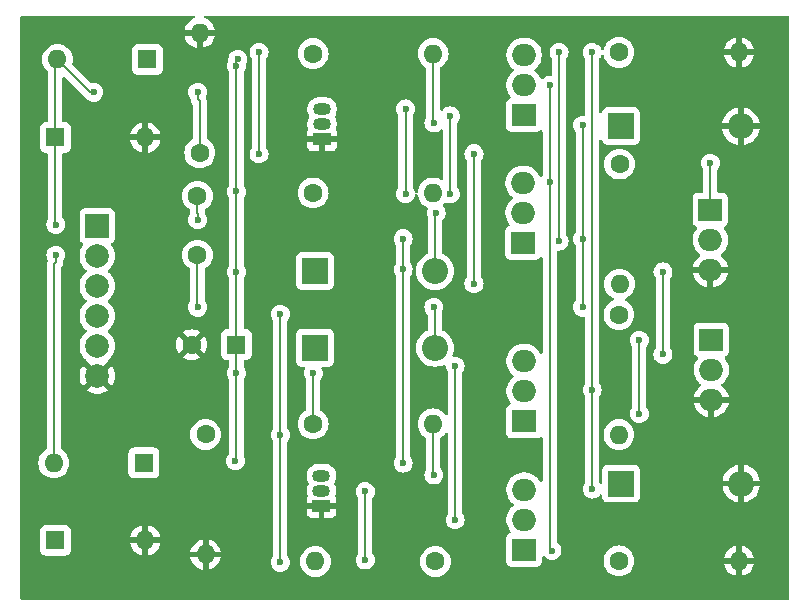
<source format=gbr>
%TF.GenerationSoftware,KiCad,Pcbnew,8.0.8*%
%TF.CreationDate,2025-03-29T12:34:22-04:00*%
%TF.ProjectId,h-bridge,682d6272-6964-4676-952e-6b696361645f,rev?*%
%TF.SameCoordinates,Original*%
%TF.FileFunction,Copper,L2,Bot*%
%TF.FilePolarity,Positive*%
%FSLAX46Y46*%
G04 Gerber Fmt 4.6, Leading zero omitted, Abs format (unit mm)*
G04 Created by KiCad (PCBNEW 8.0.8) date 2025-03-29 12:34:22*
%MOMM*%
%LPD*%
G01*
G04 APERTURE LIST*
%TA.AperFunction,ComponentPad*%
%ADD10C,1.600000*%
%TD*%
%TA.AperFunction,ComponentPad*%
%ADD11R,1.600000X1.600000*%
%TD*%
%TA.AperFunction,ComponentPad*%
%ADD12O,1.600000X1.600000*%
%TD*%
%TA.AperFunction,ComponentPad*%
%ADD13R,2.000000X1.905000*%
%TD*%
%TA.AperFunction,ComponentPad*%
%ADD14O,2.000000X1.905000*%
%TD*%
%TA.AperFunction,ComponentPad*%
%ADD15R,2.000000X2.000000*%
%TD*%
%TA.AperFunction,ComponentPad*%
%ADD16C,2.000000*%
%TD*%
%TA.AperFunction,ComponentPad*%
%ADD17R,1.500000X1.050000*%
%TD*%
%TA.AperFunction,ComponentPad*%
%ADD18O,1.500000X1.050000*%
%TD*%
%TA.AperFunction,ComponentPad*%
%ADD19R,2.200000X2.200000*%
%TD*%
%TA.AperFunction,ComponentPad*%
%ADD20O,2.200000X2.200000*%
%TD*%
%TA.AperFunction,ViaPad*%
%ADD21C,0.600000*%
%TD*%
%TA.AperFunction,Conductor*%
%ADD22C,0.200000*%
%TD*%
G04 APERTURE END LIST*
D10*
%TO.P,C2,2*%
%TO.N,GND*%
X109889698Y-97375000D03*
D11*
%TO.P,C2,1*%
%TO.N,Vcc*%
X113689698Y-97375000D03*
%TD*%
D10*
%TO.P,R6,1*%
%TO.N,Net-(Q4-G)*%
X146075000Y-72625000D03*
D12*
%TO.P,R6,2*%
%TO.N,GND*%
X156235000Y-72625000D03*
%TD*%
D13*
%TO.P,Q6,1,G*%
%TO.N,Net-(Q6-G)*%
X138045000Y-103845000D03*
D14*
%TO.P,Q6,2,D*%
%TO.N,Net-(Q4-G)*%
X138045000Y-101305000D03*
%TO.P,Q6,3,S*%
%TO.N,Vcc*%
X138045000Y-98765000D03*
%TD*%
D10*
%TO.P,R9,1*%
%TO.N,Vcc*%
X120175000Y-104075000D03*
D12*
%TO.P,R9,2*%
%TO.N,Net-(Q6-G)*%
X130335000Y-104075000D03*
%TD*%
%TO.P,R10,2*%
%TO.N,Vr*%
X120365000Y-115725000D03*
D10*
%TO.P,R10,1*%
%TO.N,Net-(Q8-B)*%
X130525000Y-115725000D03*
%TD*%
D14*
%TO.P,Q4,3,S*%
%TO.N,Net-(Q2-D)*%
X137955000Y-83655000D03*
%TO.P,Q4,2,D*%
%TO.N,M+*%
X137955000Y-86195000D03*
D13*
%TO.P,Q4,1,G*%
%TO.N,Net-(Q4-G)*%
X137955000Y-88735000D03*
%TD*%
%TO.P,Q3,1,G*%
%TO.N,Net-(Q3-G)*%
X153885000Y-96955000D03*
D14*
%TO.P,Q3,2,D*%
%TO.N,M+*%
X153885000Y-99495000D03*
%TO.P,Q3,3,S*%
%TO.N,GND*%
X153885000Y-102035000D03*
%TD*%
D15*
%TO.P,J1,1,Pin_1*%
%TO.N,Vf*%
X101905000Y-87315000D03*
D16*
%TO.P,J1,2,Pin_2*%
%TO.N,Vr*%
X101905000Y-89855000D03*
%TO.P,J1,3,Pin_3*%
%TO.N,M+*%
X101905000Y-92395000D03*
%TO.P,J1,4,Pin_4*%
%TO.N,M-*%
X101905000Y-94935000D03*
%TO.P,J1,5,Pin_5*%
%TO.N,Vcc*%
X101905000Y-97475000D03*
%TO.P,J1,6,Pin_6*%
%TO.N,GND*%
X101905000Y-100015000D03*
%TD*%
D10*
%TO.P,R7,1*%
%TO.N,Net-(Q2-D)*%
X146075000Y-115675000D03*
D12*
%TO.P,R7,2*%
%TO.N,GND*%
X156235000Y-115675000D03*
%TD*%
D13*
%TO.P,Q7,1,G*%
%TO.N,Net-(Q7-G)*%
X153805000Y-85955000D03*
D14*
%TO.P,Q7,2,D*%
%TO.N,M-*%
X153805000Y-88495000D03*
%TO.P,Q7,3,S*%
%TO.N,GND*%
X153805000Y-91035000D03*
%TD*%
D12*
%TO.P,R3,2*%
%TO.N,Net-(Q1-B)*%
X130335000Y-72725000D03*
D10*
%TO.P,R3,1*%
%TO.N,Vf*%
X120175000Y-72725000D03*
%TD*%
D12*
%TO.P,R4,2*%
%TO.N,Net-(Q1-C)*%
X130335000Y-84525000D03*
D10*
%TO.P,R4,1*%
%TO.N,Vcc*%
X120175000Y-84525000D03*
%TD*%
D11*
%TO.P,D2,1,K*%
%TO.N,Vf*%
X98345000Y-79825000D03*
D12*
%TO.P,D2,2,A*%
%TO.N,GND*%
X105965000Y-79825000D03*
%TD*%
D10*
%TO.P,R1,1*%
%TO.N,Vf*%
X110575000Y-81125000D03*
D12*
%TO.P,R1,2*%
%TO.N,GND*%
X110575000Y-70965000D03*
%TD*%
%TO.P,D4,2,A*%
%TO.N,GND*%
X105965000Y-113925000D03*
D11*
%TO.P,D4,1,K*%
%TO.N,Vr*%
X98345000Y-113925000D03*
%TD*%
D10*
%TO.P,R5,1*%
%TO.N,Vr*%
X146075000Y-94825000D03*
D12*
%TO.P,R5,2*%
%TO.N,Net-(Q3-G)*%
X146075000Y-104985000D03*
%TD*%
D10*
%TO.P,R2,1*%
%TO.N,Vr*%
X111075000Y-104975000D03*
D12*
%TO.P,R2,2*%
%TO.N,GND*%
X111075000Y-115135000D03*
%TD*%
%TO.P,R8,2*%
%TO.N,Vf*%
X146125000Y-92235000D03*
D10*
%TO.P,R8,1*%
%TO.N,Net-(Q7-G)*%
X146125000Y-82075000D03*
%TD*%
%TO.P,C1,1*%
%TO.N,M+*%
X110385000Y-84785000D03*
%TO.P,C1,2*%
%TO.N,M-*%
X110385000Y-89785000D03*
%TD*%
D11*
%TO.P,D3,1,K*%
%TO.N,Vcc*%
X105845000Y-107375000D03*
D12*
%TO.P,D3,2,A*%
%TO.N,Vr*%
X98225000Y-107375000D03*
%TD*%
D11*
%TO.P,D1,1,K*%
%TO.N,Vcc*%
X106155000Y-73225000D03*
D12*
%TO.P,D1,2,A*%
%TO.N,Vf*%
X98535000Y-73225000D03*
%TD*%
D13*
%TO.P,Q5,1,G*%
%TO.N,Net-(Q2-D)*%
X138045000Y-114725000D03*
D14*
%TO.P,Q5,2,D*%
%TO.N,M-*%
X138045000Y-112185000D03*
%TO.P,Q5,3,S*%
%TO.N,Net-(Q4-G)*%
X138045000Y-109645000D03*
%TD*%
D17*
%TO.P,Q8,1,E*%
%TO.N,GND*%
X120885000Y-111025000D03*
D18*
%TO.P,Q8,2,B*%
%TO.N,Net-(Q8-B)*%
X120885000Y-109755000D03*
%TO.P,Q8,3,C*%
%TO.N,Net-(Q6-G)*%
X120885000Y-108485000D03*
%TD*%
%TO.P,Q1,3,C*%
%TO.N,Net-(Q1-C)*%
X120945000Y-77435000D03*
%TO.P,Q1,2,B*%
%TO.N,Net-(Q1-B)*%
X120945000Y-78705000D03*
D17*
%TO.P,Q1,1,E*%
%TO.N,GND*%
X120945000Y-79975000D03*
%TD*%
D13*
%TO.P,Q2,1,G*%
%TO.N,Net-(Q1-C)*%
X138045000Y-77925000D03*
D14*
%TO.P,Q2,2,D*%
%TO.N,Net-(Q2-D)*%
X138045000Y-75385000D03*
%TO.P,Q2,3,S*%
%TO.N,Vcc*%
X138045000Y-72845000D03*
%TD*%
D19*
%TO.P,D8,1,K*%
%TO.N,M-*%
X146235000Y-78875000D03*
D20*
%TO.P,D8,2,A*%
%TO.N,GND*%
X156395000Y-78875000D03*
%TD*%
D19*
%TO.P,D7,1,K*%
%TO.N,Vcc*%
X120335000Y-97625000D03*
D20*
%TO.P,D7,2,A*%
%TO.N,M-*%
X130495000Y-97625000D03*
%TD*%
%TO.P,D6,2,A*%
%TO.N,GND*%
X156425000Y-109125000D03*
D19*
%TO.P,D6,1,K*%
%TO.N,M+*%
X146265000Y-109125000D03*
%TD*%
D20*
%TO.P,D5,2,A*%
%TO.N,M+*%
X130495000Y-91125000D03*
D19*
%TO.P,D5,1,K*%
%TO.N,Vcc*%
X120335000Y-91125000D03*
%TD*%
D21*
%TO.N,Vcc*%
X120200000Y-99800000D03*
%TO.N,M+*%
X149800000Y-91200000D03*
X149800000Y-98200000D03*
%TO.N,Net-(Q3-G)*%
X147800000Y-97000000D03*
X147800000Y-103200000D03*
%TO.N,Vr*%
X117400000Y-94800000D03*
%TO.N,M-*%
X132200000Y-99200000D03*
X132200000Y-112200000D03*
%TO.N,Vcc*%
X113689698Y-99800000D03*
%TO.N,Net-(Q6-G)*%
X130400000Y-108400000D03*
%TO.N,Net-(Q8-B)*%
X124600000Y-109800000D03*
X124600000Y-115600000D03*
%TO.N,Vr*%
X117400000Y-105000000D03*
X117400000Y-115800000D03*
%TO.N,M-*%
X143000000Y-88400000D03*
%TO.N,Vf*%
X133800000Y-81200000D03*
X133800000Y-92200000D03*
%TO.N,Net-(Q7-G)*%
X153800000Y-82000000D03*
%TO.N,M+*%
X130600000Y-86200000D03*
%TO.N,Net-(Q4-G)*%
X143800000Y-101200000D03*
X143800000Y-109600000D03*
X143800000Y-72625000D03*
%TO.N,M-*%
X143000000Y-94200000D03*
X143000000Y-78800000D03*
X110400000Y-94200000D03*
X130400000Y-94200000D03*
%TO.N,M+*%
X127800000Y-107400000D03*
%TO.N,Vcc*%
X113689698Y-91200000D03*
%TO.N,M+*%
X127800000Y-91000000D03*
X110400000Y-86800000D03*
X127800000Y-88400000D03*
%TO.N,Net-(Q2-D)*%
X140200000Y-83600000D03*
X140400000Y-114800000D03*
X140200000Y-75400000D03*
%TO.N,Vcc*%
X113689698Y-73800000D03*
%TO.N,Net-(Q1-C)*%
X131800000Y-78000000D03*
X131800000Y-84600000D03*
%TO.N,Vcc*%
X113689698Y-84400000D03*
%TO.N,Net-(Q1-C)*%
X128000000Y-84600000D03*
X128000000Y-77400000D03*
%TO.N,Net-(Q1-B)*%
X130400000Y-78600000D03*
%TO.N,Vf*%
X115600000Y-72600000D03*
X115600000Y-81200000D03*
%TO.N,Vcc*%
X113800000Y-73200000D03*
X113600000Y-107200000D03*
%TO.N,Vr*%
X98400000Y-89800000D03*
%TO.N,Vf*%
X110400000Y-76000000D03*
X101600000Y-76000000D03*
X98400000Y-87200000D03*
%TO.N,Net-(Q4-G)*%
X141000000Y-88600000D03*
X141000000Y-72600000D03*
%TD*%
D22*
%TO.N,Vcc*%
X120175000Y-99825000D02*
X120200000Y-99800000D01*
X120175000Y-104075000D02*
X120175000Y-99825000D01*
%TO.N,M+*%
X149800000Y-98200000D02*
X149800000Y-91200000D01*
%TO.N,Net-(Q3-G)*%
X147800000Y-103200000D02*
X147800000Y-97000000D01*
%TO.N,Vr*%
X117400000Y-94800000D02*
X117400000Y-105000000D01*
%TO.N,M-*%
X132200000Y-112200000D02*
X132200000Y-99200000D01*
%TO.N,Vcc*%
X113689698Y-99800000D02*
X113689698Y-107110302D01*
X113689698Y-97375000D02*
X113689698Y-99800000D01*
%TO.N,Net-(Q6-G)*%
X130335000Y-108335000D02*
X130335000Y-104075000D01*
X130400000Y-108400000D02*
X130335000Y-108335000D01*
%TO.N,Net-(Q8-B)*%
X124600000Y-115600000D02*
X124600000Y-109800000D01*
%TO.N,Vr*%
X117400000Y-115800000D02*
X117400000Y-105000000D01*
%TO.N,M-*%
X143000000Y-78800000D02*
X143000000Y-88400000D01*
X143000000Y-88400000D02*
X143000000Y-94200000D01*
%TO.N,Vf*%
X133800000Y-92200000D02*
X133800000Y-81200000D01*
%TO.N,Net-(Q7-G)*%
X153805000Y-82005000D02*
X153800000Y-82000000D01*
X153805000Y-85955000D02*
X153805000Y-82005000D01*
%TO.N,M+*%
X130600000Y-86200000D02*
X130495000Y-86305000D01*
X130495000Y-86305000D02*
X130495000Y-91125000D01*
%TO.N,Net-(Q4-G)*%
X143800000Y-72625000D02*
X143800000Y-101200000D01*
X143800000Y-101200000D02*
X143800000Y-109600000D01*
%TO.N,M-*%
X110400000Y-94200000D02*
X110385000Y-94185000D01*
X130495000Y-97625000D02*
X130495000Y-94295000D01*
X130495000Y-94295000D02*
X130400000Y-94200000D01*
X110385000Y-94185000D02*
X110385000Y-89785000D01*
%TO.N,M+*%
X127800000Y-107400000D02*
X127800000Y-91000000D01*
%TO.N,Vcc*%
X113689698Y-84400000D02*
X113689698Y-91200000D01*
X113689698Y-91200000D02*
X113689698Y-97375000D01*
%TO.N,M+*%
X127800000Y-91000000D02*
X127800000Y-88400000D01*
X110400000Y-86800000D02*
X110400000Y-86200000D01*
X110400000Y-86200000D02*
X110385000Y-86185000D01*
X110385000Y-86185000D02*
X110385000Y-84785000D01*
%TO.N,Net-(Q2-D)*%
X140200000Y-75400000D02*
X140200000Y-83600000D01*
X140200000Y-83600000D02*
X140200000Y-114600000D01*
X140200000Y-114600000D02*
X140400000Y-114800000D01*
%TO.N,Vcc*%
X113689698Y-73800000D02*
X113689698Y-84400000D01*
X113689698Y-73310302D02*
X113689698Y-73800000D01*
%TO.N,Net-(Q1-C)*%
X131800000Y-84600000D02*
X131800000Y-78000000D01*
X128000000Y-77400000D02*
X128000000Y-84600000D01*
%TO.N,Net-(Q1-B)*%
X130335000Y-78535000D02*
X130400000Y-78600000D01*
X130335000Y-72725000D02*
X130335000Y-78535000D01*
%TO.N,Vf*%
X115600000Y-81200000D02*
X115600000Y-72600000D01*
%TO.N,Vcc*%
X113800000Y-73200000D02*
X113689698Y-73310302D01*
X113689698Y-107110302D02*
X113600000Y-107200000D01*
%TO.N,Vr*%
X98400000Y-89800000D02*
X98400000Y-90400000D01*
X98400000Y-90400000D02*
X98225000Y-90575000D01*
X98225000Y-90575000D02*
X98225000Y-107375000D01*
%TO.N,Vf*%
X101310000Y-76000000D02*
X101600000Y-76000000D01*
X98535000Y-73225000D02*
X101310000Y-76000000D01*
X110400000Y-76000000D02*
X110400000Y-76600000D01*
X110400000Y-76600000D02*
X110575000Y-76775000D01*
X110575000Y-76775000D02*
X110575000Y-81125000D01*
X98345000Y-79825000D02*
X98345000Y-73415000D01*
X98345000Y-73415000D02*
X98535000Y-73225000D01*
X98345000Y-87145000D02*
X98345000Y-79825000D01*
X98400000Y-87200000D02*
X98345000Y-87145000D01*
%TO.N,Net-(Q4-G)*%
X141000000Y-88600000D02*
X141000000Y-72600000D01*
%TD*%
%TA.AperFunction,Conductor*%
%TO.N,GND*%
G36*
X110147279Y-69520185D02*
G01*
X110193034Y-69572989D01*
X110202978Y-69642147D01*
X110173953Y-69705703D01*
X110132645Y-69736882D01*
X109922517Y-69834865D01*
X109736179Y-69965342D01*
X109575342Y-70126179D01*
X109444865Y-70312517D01*
X109348734Y-70518673D01*
X109348730Y-70518682D01*
X109296127Y-70714999D01*
X109296128Y-70715000D01*
X110259314Y-70715000D01*
X110254920Y-70719394D01*
X110202259Y-70810606D01*
X110175000Y-70912339D01*
X110175000Y-71017661D01*
X110202259Y-71119394D01*
X110254920Y-71210606D01*
X110259314Y-71215000D01*
X109296128Y-71215000D01*
X109348730Y-71411317D01*
X109348734Y-71411326D01*
X109444865Y-71617482D01*
X109575342Y-71803820D01*
X109736179Y-71964657D01*
X109922517Y-72095134D01*
X110128673Y-72191265D01*
X110128682Y-72191269D01*
X110324999Y-72243872D01*
X110325000Y-72243871D01*
X110325000Y-71280686D01*
X110329394Y-71285080D01*
X110420606Y-71337741D01*
X110522339Y-71365000D01*
X110627661Y-71365000D01*
X110729394Y-71337741D01*
X110820606Y-71285080D01*
X110825000Y-71280686D01*
X110825000Y-72243872D01*
X111021317Y-72191269D01*
X111021326Y-72191265D01*
X111227482Y-72095134D01*
X111413820Y-71964657D01*
X111574657Y-71803820D01*
X111705134Y-71617482D01*
X111801265Y-71411326D01*
X111801269Y-71411317D01*
X111853872Y-71215000D01*
X110890686Y-71215000D01*
X110895080Y-71210606D01*
X110947741Y-71119394D01*
X110975000Y-71017661D01*
X110975000Y-70912339D01*
X110947741Y-70810606D01*
X110895080Y-70719394D01*
X110890686Y-70715000D01*
X111853872Y-70715000D01*
X111853872Y-70714999D01*
X111801269Y-70518682D01*
X111801265Y-70518673D01*
X111705134Y-70312517D01*
X111574657Y-70126179D01*
X111413820Y-69965342D01*
X111227482Y-69834865D01*
X111017355Y-69736882D01*
X110964916Y-69690710D01*
X110945764Y-69623516D01*
X110965980Y-69556635D01*
X111019145Y-69511301D01*
X111069760Y-69500500D01*
X160375500Y-69500500D01*
X160442539Y-69520185D01*
X160488294Y-69572989D01*
X160499500Y-69624500D01*
X160499500Y-118875500D01*
X160479815Y-118942539D01*
X160427011Y-118988294D01*
X160375500Y-118999500D01*
X95524500Y-118999500D01*
X95457461Y-118979815D01*
X95411706Y-118927011D01*
X95400500Y-118875500D01*
X95400500Y-113077135D01*
X97044500Y-113077135D01*
X97044500Y-114772870D01*
X97044501Y-114772876D01*
X97050908Y-114832483D01*
X97101202Y-114967328D01*
X97101206Y-114967335D01*
X97187452Y-115082544D01*
X97187455Y-115082547D01*
X97302664Y-115168793D01*
X97302671Y-115168797D01*
X97437517Y-115219091D01*
X97437516Y-115219091D01*
X97444444Y-115219835D01*
X97497127Y-115225500D01*
X99192872Y-115225499D01*
X99252483Y-115219091D01*
X99387331Y-115168796D01*
X99502546Y-115082546D01*
X99588796Y-114967331D01*
X99639091Y-114832483D01*
X99645500Y-114772873D01*
X99645499Y-113674999D01*
X104686127Y-113674999D01*
X104686128Y-113675000D01*
X105649314Y-113675000D01*
X105644920Y-113679394D01*
X105592259Y-113770606D01*
X105565000Y-113872339D01*
X105565000Y-113977661D01*
X105592259Y-114079394D01*
X105644920Y-114170606D01*
X105649314Y-114175000D01*
X104686128Y-114175000D01*
X104738730Y-114371317D01*
X104738734Y-114371326D01*
X104834865Y-114577482D01*
X104965342Y-114763820D01*
X105126179Y-114924657D01*
X105312517Y-115055134D01*
X105518673Y-115151265D01*
X105518682Y-115151269D01*
X105714999Y-115203872D01*
X105715000Y-115203871D01*
X105715000Y-114240686D01*
X105719394Y-114245080D01*
X105810606Y-114297741D01*
X105912339Y-114325000D01*
X106017661Y-114325000D01*
X106119394Y-114297741D01*
X106210606Y-114245080D01*
X106215000Y-114240686D01*
X106215000Y-115203872D01*
X106411317Y-115151269D01*
X106411326Y-115151265D01*
X106617482Y-115055134D01*
X106803820Y-114924657D01*
X106843478Y-114884999D01*
X109796127Y-114884999D01*
X109796128Y-114885000D01*
X110759314Y-114885000D01*
X110754920Y-114889394D01*
X110702259Y-114980606D01*
X110675000Y-115082339D01*
X110675000Y-115187661D01*
X110702259Y-115289394D01*
X110754920Y-115380606D01*
X110759314Y-115385000D01*
X109796128Y-115385000D01*
X109848730Y-115581317D01*
X109848734Y-115581326D01*
X109944865Y-115787482D01*
X110075342Y-115973820D01*
X110236179Y-116134657D01*
X110422517Y-116265134D01*
X110628673Y-116361265D01*
X110628682Y-116361269D01*
X110824999Y-116413872D01*
X110825000Y-116413871D01*
X110825000Y-115450686D01*
X110829394Y-115455080D01*
X110920606Y-115507741D01*
X111022339Y-115535000D01*
X111127661Y-115535000D01*
X111229394Y-115507741D01*
X111320606Y-115455080D01*
X111325000Y-115450686D01*
X111325000Y-116413872D01*
X111521317Y-116361269D01*
X111521326Y-116361265D01*
X111727482Y-116265134D01*
X111913820Y-116134657D01*
X112074657Y-115973820D01*
X112205134Y-115787482D01*
X112301265Y-115581326D01*
X112301269Y-115581317D01*
X112353872Y-115385000D01*
X111390686Y-115385000D01*
X111395080Y-115380606D01*
X111447741Y-115289394D01*
X111475000Y-115187661D01*
X111475000Y-115082339D01*
X111447741Y-114980606D01*
X111395080Y-114889394D01*
X111390686Y-114885000D01*
X112353872Y-114885000D01*
X112353872Y-114884999D01*
X112301269Y-114688682D01*
X112301265Y-114688673D01*
X112205134Y-114482517D01*
X112074657Y-114296179D01*
X111913820Y-114135342D01*
X111727482Y-114004865D01*
X111521328Y-113908734D01*
X111325000Y-113856127D01*
X111325000Y-114819314D01*
X111320606Y-114814920D01*
X111229394Y-114762259D01*
X111127661Y-114735000D01*
X111022339Y-114735000D01*
X110920606Y-114762259D01*
X110829394Y-114814920D01*
X110825000Y-114819314D01*
X110825000Y-113856127D01*
X110628671Y-113908734D01*
X110422517Y-114004865D01*
X110236179Y-114135342D01*
X110075342Y-114296179D01*
X109944865Y-114482517D01*
X109848734Y-114688673D01*
X109848730Y-114688682D01*
X109796127Y-114884999D01*
X106843478Y-114884999D01*
X106964657Y-114763820D01*
X107095134Y-114577482D01*
X107191265Y-114371326D01*
X107191269Y-114371317D01*
X107243872Y-114175000D01*
X106280686Y-114175000D01*
X106285080Y-114170606D01*
X106337741Y-114079394D01*
X106365000Y-113977661D01*
X106365000Y-113872339D01*
X106337741Y-113770606D01*
X106285080Y-113679394D01*
X106280686Y-113675000D01*
X107243872Y-113675000D01*
X107243872Y-113674999D01*
X107191269Y-113478682D01*
X107191265Y-113478673D01*
X107095134Y-113272517D01*
X106964657Y-113086179D01*
X106803820Y-112925342D01*
X106617482Y-112794865D01*
X106411328Y-112698734D01*
X106215000Y-112646127D01*
X106215000Y-113609314D01*
X106210606Y-113604920D01*
X106119394Y-113552259D01*
X106017661Y-113525000D01*
X105912339Y-113525000D01*
X105810606Y-113552259D01*
X105719394Y-113604920D01*
X105715000Y-113609314D01*
X105715000Y-112646127D01*
X105518671Y-112698734D01*
X105312517Y-112794865D01*
X105126179Y-112925342D01*
X104965342Y-113086179D01*
X104834865Y-113272517D01*
X104738734Y-113478673D01*
X104738730Y-113478682D01*
X104686127Y-113674999D01*
X99645499Y-113674999D01*
X99645499Y-113077128D01*
X99639091Y-113017517D01*
X99634633Y-113005565D01*
X99588797Y-112882671D01*
X99588793Y-112882664D01*
X99502547Y-112767455D01*
X99502544Y-112767452D01*
X99387335Y-112681206D01*
X99387328Y-112681202D01*
X99252482Y-112630908D01*
X99252483Y-112630908D01*
X99192883Y-112624501D01*
X99192881Y-112624500D01*
X99192873Y-112624500D01*
X99192864Y-112624500D01*
X97497129Y-112624500D01*
X97497123Y-112624501D01*
X97437516Y-112630908D01*
X97302671Y-112681202D01*
X97302664Y-112681206D01*
X97187455Y-112767452D01*
X97187452Y-112767455D01*
X97101206Y-112882664D01*
X97101202Y-112882671D01*
X97050908Y-113017517D01*
X97044501Y-113077116D01*
X97044501Y-113077123D01*
X97044500Y-113077135D01*
X95400500Y-113077135D01*
X95400500Y-107374998D01*
X96919532Y-107374998D01*
X96919532Y-107375001D01*
X96939364Y-107601686D01*
X96939366Y-107601697D01*
X96998258Y-107821488D01*
X96998261Y-107821497D01*
X97094431Y-108027732D01*
X97094432Y-108027734D01*
X97224954Y-108214141D01*
X97385858Y-108375045D01*
X97385861Y-108375047D01*
X97572266Y-108505568D01*
X97778504Y-108601739D01*
X97998308Y-108660635D01*
X98160230Y-108674801D01*
X98224998Y-108680468D01*
X98225000Y-108680468D01*
X98225002Y-108680468D01*
X98281807Y-108675498D01*
X98451692Y-108660635D01*
X98671496Y-108601739D01*
X98877734Y-108505568D01*
X99064139Y-108375047D01*
X99225047Y-108214139D01*
X99355568Y-108027734D01*
X99451739Y-107821496D01*
X99510635Y-107601692D01*
X99530468Y-107375000D01*
X99510635Y-107148308D01*
X99451739Y-106928504D01*
X99355568Y-106722266D01*
X99225047Y-106535861D01*
X99225045Y-106535858D01*
X99216322Y-106527135D01*
X104544500Y-106527135D01*
X104544500Y-108222870D01*
X104544501Y-108222876D01*
X104550908Y-108282483D01*
X104601202Y-108417328D01*
X104601206Y-108417335D01*
X104687452Y-108532544D01*
X104687455Y-108532547D01*
X104802664Y-108618793D01*
X104802671Y-108618797D01*
X104937517Y-108669091D01*
X104937516Y-108669091D01*
X104944444Y-108669835D01*
X104997127Y-108675500D01*
X106692872Y-108675499D01*
X106752483Y-108669091D01*
X106887331Y-108618796D01*
X107002546Y-108532546D01*
X107088796Y-108417331D01*
X107139091Y-108282483D01*
X107145500Y-108222873D01*
X107145499Y-106527128D01*
X107139091Y-106467517D01*
X107088796Y-106332669D01*
X107088795Y-106332668D01*
X107088793Y-106332664D01*
X107002547Y-106217455D01*
X107002544Y-106217452D01*
X106887335Y-106131206D01*
X106887328Y-106131202D01*
X106752482Y-106080908D01*
X106752483Y-106080908D01*
X106692883Y-106074501D01*
X106692881Y-106074500D01*
X106692873Y-106074500D01*
X106692864Y-106074500D01*
X104997129Y-106074500D01*
X104997123Y-106074501D01*
X104937516Y-106080908D01*
X104802671Y-106131202D01*
X104802664Y-106131206D01*
X104687455Y-106217452D01*
X104687452Y-106217455D01*
X104601206Y-106332664D01*
X104601202Y-106332671D01*
X104550908Y-106467517D01*
X104544501Y-106527116D01*
X104544501Y-106527123D01*
X104544500Y-106527135D01*
X99216322Y-106527135D01*
X99064140Y-106374953D01*
X98878377Y-106244881D01*
X98834752Y-106190304D01*
X98825500Y-106143306D01*
X98825500Y-104974998D01*
X109769532Y-104974998D01*
X109769532Y-104975001D01*
X109789364Y-105201686D01*
X109789366Y-105201697D01*
X109848258Y-105421488D01*
X109848261Y-105421497D01*
X109944431Y-105627732D01*
X109944432Y-105627734D01*
X110074954Y-105814141D01*
X110235858Y-105975045D01*
X110235861Y-105975047D01*
X110422266Y-106105568D01*
X110628504Y-106201739D01*
X110848308Y-106260635D01*
X111010230Y-106274801D01*
X111074998Y-106280468D01*
X111075000Y-106280468D01*
X111075002Y-106280468D01*
X111131673Y-106275509D01*
X111301692Y-106260635D01*
X111521496Y-106201739D01*
X111727734Y-106105568D01*
X111914139Y-105975047D01*
X112075047Y-105814139D01*
X112205568Y-105627734D01*
X112301739Y-105421496D01*
X112360635Y-105201692D01*
X112380468Y-104975000D01*
X112360635Y-104748308D01*
X112304420Y-104538511D01*
X112301741Y-104528511D01*
X112301738Y-104528502D01*
X112205568Y-104322266D01*
X112075047Y-104135861D01*
X112075045Y-104135858D01*
X111914141Y-103974954D01*
X111727734Y-103844432D01*
X111727732Y-103844431D01*
X111521497Y-103748261D01*
X111521488Y-103748258D01*
X111301697Y-103689366D01*
X111301693Y-103689365D01*
X111301692Y-103689365D01*
X111301691Y-103689364D01*
X111301686Y-103689364D01*
X111075002Y-103669532D01*
X111074998Y-103669532D01*
X110848313Y-103689364D01*
X110848302Y-103689366D01*
X110628511Y-103748258D01*
X110628502Y-103748261D01*
X110422267Y-103844431D01*
X110422265Y-103844432D01*
X110235858Y-103974954D01*
X110074954Y-104135858D01*
X109944432Y-104322265D01*
X109944431Y-104322267D01*
X109848261Y-104528502D01*
X109848258Y-104528511D01*
X109789366Y-104748302D01*
X109789364Y-104748313D01*
X109769532Y-104974998D01*
X98825500Y-104974998D01*
X98825500Y-90875098D01*
X98845185Y-90808059D01*
X98861819Y-90787417D01*
X98869454Y-90779782D01*
X98880520Y-90768716D01*
X98959577Y-90631784D01*
X98989669Y-90519480D01*
X99000500Y-90479058D01*
X99000500Y-90382412D01*
X99020185Y-90315373D01*
X99027555Y-90305097D01*
X99029810Y-90302267D01*
X99029816Y-90302262D01*
X99125789Y-90149522D01*
X99185368Y-89979255D01*
X99185608Y-89977127D01*
X99199369Y-89854994D01*
X100399357Y-89854994D01*
X100399357Y-89855005D01*
X100419890Y-90102812D01*
X100419892Y-90102824D01*
X100480936Y-90343881D01*
X100580826Y-90571606D01*
X100716833Y-90779782D01*
X100716836Y-90779785D01*
X100885256Y-90962738D01*
X100968008Y-91027147D01*
X101008821Y-91083857D01*
X101012496Y-91153630D01*
X100977864Y-91214313D01*
X100968014Y-91222848D01*
X100909400Y-91268469D01*
X100885257Y-91287261D01*
X100716833Y-91470217D01*
X100580826Y-91678393D01*
X100480936Y-91906118D01*
X100419892Y-92147175D01*
X100419890Y-92147187D01*
X100399357Y-92394994D01*
X100399357Y-92395005D01*
X100419890Y-92642812D01*
X100419892Y-92642824D01*
X100480936Y-92883881D01*
X100580826Y-93111606D01*
X100716833Y-93319782D01*
X100716836Y-93319785D01*
X100885256Y-93502738D01*
X100968008Y-93567147D01*
X101008821Y-93623857D01*
X101012496Y-93693630D01*
X100977864Y-93754313D01*
X100968014Y-93762848D01*
X100909400Y-93808469D01*
X100885257Y-93827261D01*
X100716833Y-94010217D01*
X100580826Y-94218393D01*
X100480936Y-94446118D01*
X100419892Y-94687175D01*
X100419890Y-94687187D01*
X100399357Y-94934994D01*
X100399357Y-94935005D01*
X100419890Y-95182812D01*
X100419892Y-95182824D01*
X100480936Y-95423881D01*
X100580826Y-95651606D01*
X100716833Y-95859782D01*
X100716836Y-95859785D01*
X100885256Y-96042738D01*
X100968008Y-96107147D01*
X101008821Y-96163857D01*
X101012496Y-96233630D01*
X100977864Y-96294313D01*
X100968014Y-96302848D01*
X100909400Y-96348469D01*
X100885257Y-96367261D01*
X100716833Y-96550217D01*
X100580826Y-96758393D01*
X100480936Y-96986118D01*
X100419892Y-97227175D01*
X100419890Y-97227187D01*
X100399357Y-97474994D01*
X100399357Y-97475005D01*
X100419890Y-97722812D01*
X100419892Y-97722824D01*
X100480936Y-97963881D01*
X100580826Y-98191606D01*
X100716833Y-98399782D01*
X100732985Y-98417328D01*
X100885256Y-98582738D01*
X100931585Y-98618797D01*
X100988745Y-98663287D01*
X101029558Y-98719997D01*
X101036344Y-98768823D01*
X101034943Y-98791389D01*
X101693941Y-99450387D01*
X101673409Y-99455889D01*
X101536592Y-99534881D01*
X101424881Y-99646592D01*
X101345889Y-99783409D01*
X101340387Y-99803941D01*
X100681563Y-99145117D01*
X100581267Y-99298633D01*
X100581265Y-99298637D01*
X100481412Y-99526282D01*
X100420387Y-99767261D01*
X100420385Y-99767270D01*
X100399859Y-100014994D01*
X100399859Y-100015005D01*
X100420385Y-100262729D01*
X100420387Y-100262738D01*
X100481412Y-100503717D01*
X100581267Y-100731367D01*
X100681562Y-100884881D01*
X101340387Y-100226058D01*
X101345889Y-100246591D01*
X101424881Y-100383408D01*
X101536592Y-100495119D01*
X101673409Y-100574111D01*
X101693940Y-100579612D01*
X101034943Y-101238609D01*
X101081768Y-101275055D01*
X101081771Y-101275057D01*
X101300385Y-101393364D01*
X101300396Y-101393369D01*
X101535506Y-101474083D01*
X101780707Y-101515000D01*
X102029293Y-101515000D01*
X102274493Y-101474083D01*
X102509603Y-101393369D01*
X102509614Y-101393364D01*
X102728230Y-101275056D01*
X102728236Y-101275051D01*
X102775055Y-101238610D01*
X102775056Y-101238609D01*
X102116058Y-100579612D01*
X102136591Y-100574111D01*
X102273408Y-100495119D01*
X102385119Y-100383408D01*
X102464111Y-100246591D01*
X102469612Y-100226059D01*
X103128435Y-100884882D01*
X103228733Y-100731364D01*
X103328587Y-100503717D01*
X103389612Y-100262738D01*
X103389614Y-100262729D01*
X103410141Y-100015005D01*
X103410141Y-100014994D01*
X103389614Y-99767270D01*
X103389612Y-99767261D01*
X103328587Y-99526282D01*
X103228732Y-99298632D01*
X103128435Y-99145116D01*
X102469612Y-99803940D01*
X102464111Y-99783409D01*
X102385119Y-99646592D01*
X102273408Y-99534881D01*
X102136591Y-99455889D01*
X102116058Y-99450387D01*
X102775055Y-98791389D01*
X102773654Y-98768825D01*
X102789146Y-98700694D01*
X102821249Y-98663290D01*
X102924744Y-98582738D01*
X103093164Y-98399785D01*
X103229173Y-98191607D01*
X103329063Y-97963881D01*
X103390108Y-97722821D01*
X103390109Y-97722812D01*
X103410643Y-97475005D01*
X103410643Y-97474994D01*
X103402357Y-97374997D01*
X108584732Y-97374997D01*
X108584732Y-97375002D01*
X108604556Y-97601599D01*
X108604558Y-97601610D01*
X108663428Y-97821317D01*
X108663433Y-97821331D01*
X108759561Y-98027478D01*
X108810672Y-98100472D01*
X109489698Y-97421446D01*
X109489698Y-97427661D01*
X109516957Y-97529394D01*
X109569618Y-97620606D01*
X109644092Y-97695080D01*
X109735304Y-97747741D01*
X109837037Y-97775000D01*
X109843251Y-97775000D01*
X109164224Y-98454025D01*
X109237211Y-98505132D01*
X109237219Y-98505136D01*
X109443366Y-98601264D01*
X109443380Y-98601269D01*
X109663087Y-98660139D01*
X109663098Y-98660141D01*
X109889696Y-98679966D01*
X109889700Y-98679966D01*
X110116297Y-98660141D01*
X110116308Y-98660139D01*
X110336015Y-98601269D01*
X110336029Y-98601264D01*
X110542176Y-98505136D01*
X110615169Y-98454024D01*
X109936145Y-97775000D01*
X109942359Y-97775000D01*
X110044092Y-97747741D01*
X110135304Y-97695080D01*
X110209778Y-97620606D01*
X110262439Y-97529394D01*
X110289698Y-97427661D01*
X110289698Y-97421447D01*
X110968722Y-98100471D01*
X111019834Y-98027478D01*
X111115962Y-97821331D01*
X111115967Y-97821317D01*
X111174837Y-97601610D01*
X111174839Y-97601599D01*
X111194664Y-97375002D01*
X111194664Y-97374997D01*
X111174839Y-97148400D01*
X111174837Y-97148389D01*
X111115967Y-96928682D01*
X111115962Y-96928668D01*
X111019834Y-96722521D01*
X111019830Y-96722513D01*
X110968723Y-96649526D01*
X110289698Y-97328551D01*
X110289698Y-97322339D01*
X110262439Y-97220606D01*
X110209778Y-97129394D01*
X110135304Y-97054920D01*
X110044092Y-97002259D01*
X109942359Y-96975000D01*
X109936143Y-96975000D01*
X110384009Y-96527135D01*
X112389198Y-96527135D01*
X112389198Y-98222870D01*
X112389199Y-98222876D01*
X112395606Y-98282483D01*
X112445900Y-98417328D01*
X112445904Y-98417335D01*
X112532150Y-98532544D01*
X112532153Y-98532547D01*
X112647362Y-98618793D01*
X112647369Y-98618797D01*
X112692316Y-98635561D01*
X112782215Y-98669091D01*
X112841825Y-98675500D01*
X112965198Y-98675499D01*
X113032237Y-98695183D01*
X113077992Y-98747987D01*
X113089198Y-98799499D01*
X113089198Y-99217587D01*
X113069513Y-99284626D01*
X113062148Y-99294896D01*
X113059884Y-99297734D01*
X112963909Y-99450476D01*
X112904329Y-99620745D01*
X112904328Y-99620750D01*
X112884133Y-99799996D01*
X112884133Y-99800003D01*
X112904328Y-99979249D01*
X112904329Y-99979254D01*
X112963909Y-100149523D01*
X112993562Y-100196715D01*
X113035047Y-100262738D01*
X113059883Y-100302263D01*
X113062143Y-100305097D01*
X113063032Y-100307275D01*
X113063587Y-100308158D01*
X113063432Y-100308255D01*
X113088553Y-100369783D01*
X113089198Y-100382412D01*
X113089198Y-106527362D01*
X113069513Y-106594401D01*
X113052879Y-106615043D01*
X112970184Y-106697737D01*
X112874211Y-106850476D01*
X112814631Y-107020745D01*
X112814630Y-107020750D01*
X112794435Y-107199996D01*
X112794435Y-107200003D01*
X112814630Y-107379249D01*
X112814631Y-107379254D01*
X112874211Y-107549523D01*
X112948311Y-107667452D01*
X112970184Y-107702262D01*
X113097738Y-107829816D01*
X113113534Y-107839741D01*
X113237311Y-107917516D01*
X113250478Y-107925789D01*
X113419050Y-107984775D01*
X113420745Y-107985368D01*
X113420750Y-107985369D01*
X113599996Y-108005565D01*
X113600000Y-108005565D01*
X113600004Y-108005565D01*
X113779249Y-107985369D01*
X113779252Y-107985368D01*
X113779255Y-107985368D01*
X113949522Y-107925789D01*
X114102262Y-107829816D01*
X114229816Y-107702262D01*
X114325789Y-107549522D01*
X114385368Y-107379255D01*
X114385369Y-107379249D01*
X114405565Y-107200003D01*
X114405565Y-107199996D01*
X114385369Y-107020750D01*
X114385366Y-107020737D01*
X114325790Y-106850479D01*
X114309204Y-106824082D01*
X114290198Y-106758111D01*
X114290198Y-100382412D01*
X114309883Y-100315373D01*
X114317253Y-100305097D01*
X114319508Y-100302267D01*
X114319514Y-100302262D01*
X114415487Y-100149522D01*
X114475066Y-99979255D01*
X114475067Y-99979249D01*
X114495263Y-99800003D01*
X114495263Y-99799996D01*
X114475067Y-99620750D01*
X114475066Y-99620745D01*
X114445021Y-99534881D01*
X114415487Y-99450478D01*
X114319514Y-99297738D01*
X114319512Y-99297736D01*
X114319511Y-99297734D01*
X114317248Y-99294896D01*
X114316357Y-99292715D01*
X114315809Y-99291842D01*
X114315962Y-99291745D01*
X114290842Y-99230209D01*
X114290198Y-99217587D01*
X114290198Y-98799499D01*
X114309883Y-98732460D01*
X114362687Y-98686705D01*
X114414198Y-98675499D01*
X114537569Y-98675499D01*
X114537570Y-98675499D01*
X114597181Y-98669091D01*
X114732029Y-98618796D01*
X114847244Y-98532546D01*
X114933494Y-98417331D01*
X114983789Y-98282483D01*
X114990198Y-98222873D01*
X114990197Y-96527128D01*
X114983789Y-96467517D01*
X114965140Y-96417517D01*
X114933495Y-96332671D01*
X114933491Y-96332664D01*
X114847245Y-96217455D01*
X114847242Y-96217452D01*
X114732033Y-96131206D01*
X114732026Y-96131202D01*
X114597180Y-96080908D01*
X114597181Y-96080908D01*
X114537581Y-96074501D01*
X114537579Y-96074500D01*
X114537571Y-96074500D01*
X114537563Y-96074500D01*
X114414198Y-96074500D01*
X114347159Y-96054815D01*
X114301404Y-96002011D01*
X114290198Y-95950500D01*
X114290198Y-94799996D01*
X116594435Y-94799996D01*
X116594435Y-94800003D01*
X116614630Y-94979249D01*
X116614631Y-94979254D01*
X116674211Y-95149523D01*
X116695134Y-95182821D01*
X116750852Y-95271496D01*
X116770185Y-95302263D01*
X116772445Y-95305097D01*
X116773334Y-95307275D01*
X116773889Y-95308158D01*
X116773734Y-95308255D01*
X116798855Y-95369783D01*
X116799500Y-95382412D01*
X116799500Y-104417587D01*
X116779815Y-104484626D01*
X116772450Y-104494896D01*
X116770186Y-104497734D01*
X116674211Y-104650476D01*
X116614631Y-104820745D01*
X116614630Y-104820750D01*
X116594435Y-104999996D01*
X116594435Y-105000003D01*
X116614630Y-105179249D01*
X116614631Y-105179254D01*
X116674211Y-105349523D01*
X116770185Y-105502263D01*
X116772445Y-105505097D01*
X116773334Y-105507275D01*
X116773889Y-105508158D01*
X116773734Y-105508255D01*
X116798855Y-105569783D01*
X116799500Y-105582412D01*
X116799500Y-115217587D01*
X116779815Y-115284626D01*
X116772450Y-115294896D01*
X116770186Y-115297734D01*
X116674211Y-115450476D01*
X116614631Y-115620745D01*
X116614630Y-115620750D01*
X116594435Y-115799996D01*
X116594435Y-115800003D01*
X116614630Y-115979249D01*
X116614631Y-115979254D01*
X116674211Y-116149523D01*
X116724662Y-116229815D01*
X116770184Y-116302262D01*
X116897738Y-116429816D01*
X117050478Y-116525789D01*
X117160076Y-116564139D01*
X117220745Y-116585368D01*
X117220750Y-116585369D01*
X117399996Y-116605565D01*
X117400000Y-116605565D01*
X117400004Y-116605565D01*
X117579249Y-116585369D01*
X117579252Y-116585368D01*
X117579255Y-116585368D01*
X117749522Y-116525789D01*
X117902262Y-116429816D01*
X118029816Y-116302262D01*
X118125789Y-116149522D01*
X118185368Y-115979255D01*
X118185369Y-115979249D01*
X118205565Y-115800003D01*
X118205565Y-115799996D01*
X118197115Y-115724998D01*
X119059532Y-115724998D01*
X119059532Y-115725001D01*
X119079364Y-115951686D01*
X119079366Y-115951697D01*
X119138258Y-116171488D01*
X119138261Y-116171497D01*
X119234431Y-116377732D01*
X119234432Y-116377734D01*
X119364954Y-116564141D01*
X119525858Y-116725045D01*
X119525861Y-116725047D01*
X119712266Y-116855568D01*
X119918504Y-116951739D01*
X119918509Y-116951740D01*
X119918511Y-116951741D01*
X119951697Y-116960633D01*
X120138308Y-117010635D01*
X120300230Y-117024801D01*
X120364998Y-117030468D01*
X120365000Y-117030468D01*
X120365002Y-117030468D01*
X120421673Y-117025509D01*
X120591692Y-117010635D01*
X120811496Y-116951739D01*
X121017734Y-116855568D01*
X121204139Y-116725047D01*
X121365047Y-116564139D01*
X121495568Y-116377734D01*
X121591739Y-116171496D01*
X121650635Y-115951692D01*
X121670235Y-115727661D01*
X121670468Y-115725001D01*
X121670468Y-115724998D01*
X121659532Y-115600000D01*
X121650635Y-115498308D01*
X121591739Y-115278504D01*
X121495568Y-115072266D01*
X121365047Y-114885861D01*
X121365045Y-114885858D01*
X121204141Y-114724954D01*
X121017734Y-114594432D01*
X121017732Y-114594431D01*
X120811497Y-114498261D01*
X120811488Y-114498258D01*
X120591697Y-114439366D01*
X120591693Y-114439365D01*
X120591692Y-114439365D01*
X120591691Y-114439364D01*
X120591686Y-114439364D01*
X120365002Y-114419532D01*
X120364998Y-114419532D01*
X120138313Y-114439364D01*
X120138302Y-114439366D01*
X119918511Y-114498258D01*
X119918502Y-114498261D01*
X119712267Y-114594431D01*
X119712265Y-114594432D01*
X119525858Y-114724954D01*
X119364954Y-114885858D01*
X119234432Y-115072265D01*
X119234431Y-115072267D01*
X119138261Y-115278502D01*
X119138258Y-115278511D01*
X119079366Y-115498302D01*
X119079364Y-115498313D01*
X119059532Y-115724998D01*
X118197115Y-115724998D01*
X118185369Y-115620750D01*
X118185368Y-115620745D01*
X118171575Y-115581326D01*
X118125789Y-115450478D01*
X118124425Y-115448308D01*
X118081885Y-115380606D01*
X118029816Y-115297738D01*
X118029814Y-115297736D01*
X118029813Y-115297734D01*
X118027550Y-115294896D01*
X118026659Y-115292715D01*
X118026111Y-115291842D01*
X118026264Y-115291745D01*
X118001144Y-115230209D01*
X118000500Y-115217587D01*
X118000500Y-108383992D01*
X119634500Y-108383992D01*
X119634500Y-108586007D01*
X119673907Y-108784119D01*
X119673909Y-108784127D01*
X119751213Y-108970755D01*
X119804904Y-109051109D01*
X119825782Y-109117787D01*
X119807297Y-109185167D01*
X119804904Y-109188891D01*
X119751213Y-109269244D01*
X119673909Y-109455872D01*
X119673907Y-109455880D01*
X119634500Y-109653992D01*
X119634500Y-109856007D01*
X119673907Y-110054119D01*
X119673910Y-110054131D01*
X119707547Y-110135338D01*
X119715016Y-110204807D01*
X119695405Y-110249864D01*
X119695895Y-110250132D01*
X119692910Y-110255596D01*
X119692260Y-110257092D01*
X119691646Y-110257911D01*
X119691645Y-110257913D01*
X119641403Y-110392620D01*
X119641401Y-110392627D01*
X119635000Y-110452155D01*
X119635000Y-110775000D01*
X120519134Y-110775000D01*
X120543326Y-110777383D01*
X120546123Y-110777939D01*
X120558995Y-110780499D01*
X120558996Y-110780500D01*
X120558997Y-110780500D01*
X120599170Y-110780500D01*
X120584925Y-110794745D01*
X120535556Y-110880255D01*
X120510000Y-110975630D01*
X120510000Y-111074370D01*
X120535556Y-111169745D01*
X120584925Y-111255255D01*
X120604670Y-111275000D01*
X119635000Y-111275000D01*
X119635000Y-111597844D01*
X119641401Y-111657372D01*
X119641403Y-111657379D01*
X119691645Y-111792086D01*
X119691649Y-111792093D01*
X119777809Y-111907187D01*
X119777812Y-111907190D01*
X119892906Y-111993350D01*
X119892913Y-111993354D01*
X120027620Y-112043596D01*
X120027627Y-112043598D01*
X120087155Y-112049999D01*
X120087172Y-112050000D01*
X120635000Y-112050000D01*
X120635000Y-111305330D01*
X120654745Y-111325075D01*
X120740255Y-111374444D01*
X120835630Y-111400000D01*
X120934370Y-111400000D01*
X121029745Y-111374444D01*
X121115255Y-111325075D01*
X121135000Y-111305330D01*
X121135000Y-112050000D01*
X121682828Y-112050000D01*
X121682844Y-112049999D01*
X121742372Y-112043598D01*
X121742379Y-112043596D01*
X121877086Y-111993354D01*
X121877093Y-111993350D01*
X121992187Y-111907190D01*
X121992190Y-111907187D01*
X122078350Y-111792093D01*
X122078354Y-111792086D01*
X122128596Y-111657379D01*
X122128598Y-111657372D01*
X122134999Y-111597844D01*
X122135000Y-111597827D01*
X122135000Y-111275000D01*
X121165330Y-111275000D01*
X121185075Y-111255255D01*
X121234444Y-111169745D01*
X121260000Y-111074370D01*
X121260000Y-110975630D01*
X121234444Y-110880255D01*
X121185075Y-110794745D01*
X121170830Y-110780500D01*
X121211004Y-110780500D01*
X121211004Y-110780499D01*
X121224473Y-110777820D01*
X121226674Y-110777383D01*
X121250866Y-110775000D01*
X122135000Y-110775000D01*
X122135000Y-110452172D01*
X122134999Y-110452155D01*
X122128598Y-110392627D01*
X122128596Y-110392620D01*
X122078354Y-110257913D01*
X122078353Y-110257911D01*
X122077745Y-110257099D01*
X122077390Y-110256148D01*
X122074103Y-110250128D01*
X122074968Y-110249655D01*
X122053329Y-110191634D01*
X122062452Y-110135338D01*
X122096091Y-110054127D01*
X122135500Y-109856003D01*
X122135500Y-109799996D01*
X123794435Y-109799996D01*
X123794435Y-109800003D01*
X123814630Y-109979249D01*
X123814631Y-109979254D01*
X123874211Y-110149523D01*
X123907661Y-110202758D01*
X123956487Y-110280464D01*
X123970185Y-110302263D01*
X123972445Y-110305097D01*
X123973334Y-110307275D01*
X123973889Y-110308158D01*
X123973734Y-110308255D01*
X123998855Y-110369783D01*
X123999500Y-110382412D01*
X123999500Y-115017587D01*
X123979815Y-115084626D01*
X123972450Y-115094896D01*
X123970186Y-115097734D01*
X123874211Y-115250476D01*
X123814631Y-115420745D01*
X123814630Y-115420750D01*
X123794435Y-115599996D01*
X123794435Y-115600003D01*
X123814630Y-115779249D01*
X123814631Y-115779254D01*
X123874211Y-115949523D01*
X123902837Y-115995080D01*
X123970184Y-116102262D01*
X124097738Y-116229816D01*
X124250478Y-116325789D01*
X124351863Y-116361265D01*
X124420745Y-116385368D01*
X124420750Y-116385369D01*
X124599996Y-116405565D01*
X124600000Y-116405565D01*
X124600004Y-116405565D01*
X124779249Y-116385369D01*
X124779252Y-116385368D01*
X124779255Y-116385368D01*
X124949522Y-116325789D01*
X125102262Y-116229816D01*
X125229816Y-116102262D01*
X125325789Y-115949522D01*
X125385368Y-115779255D01*
X125385369Y-115779249D01*
X125391482Y-115724998D01*
X129219532Y-115724998D01*
X129219532Y-115725001D01*
X129239364Y-115951686D01*
X129239366Y-115951697D01*
X129298258Y-116171488D01*
X129298261Y-116171497D01*
X129394431Y-116377732D01*
X129394432Y-116377734D01*
X129524954Y-116564141D01*
X129685858Y-116725045D01*
X129685861Y-116725047D01*
X129872266Y-116855568D01*
X130078504Y-116951739D01*
X130078509Y-116951740D01*
X130078511Y-116951741D01*
X130111697Y-116960633D01*
X130298308Y-117010635D01*
X130460230Y-117024801D01*
X130524998Y-117030468D01*
X130525000Y-117030468D01*
X130525002Y-117030468D01*
X130581673Y-117025509D01*
X130751692Y-117010635D01*
X130971496Y-116951739D01*
X131177734Y-116855568D01*
X131364139Y-116725047D01*
X131525047Y-116564139D01*
X131655568Y-116377734D01*
X131751739Y-116171496D01*
X131810635Y-115951692D01*
X131830235Y-115727661D01*
X131830468Y-115725001D01*
X131830468Y-115724998D01*
X131819532Y-115600000D01*
X131810635Y-115498308D01*
X131751739Y-115278504D01*
X131655568Y-115072266D01*
X131525047Y-114885861D01*
X131525045Y-114885858D01*
X131364141Y-114724954D01*
X131177734Y-114594432D01*
X131177732Y-114594431D01*
X130971497Y-114498261D01*
X130971488Y-114498258D01*
X130751697Y-114439366D01*
X130751693Y-114439365D01*
X130751692Y-114439365D01*
X130751691Y-114439364D01*
X130751686Y-114439364D01*
X130525002Y-114419532D01*
X130524998Y-114419532D01*
X130298313Y-114439364D01*
X130298302Y-114439366D01*
X130078511Y-114498258D01*
X130078502Y-114498261D01*
X129872267Y-114594431D01*
X129872265Y-114594432D01*
X129685858Y-114724954D01*
X129524954Y-114885858D01*
X129394432Y-115072265D01*
X129394431Y-115072267D01*
X129298261Y-115278502D01*
X129298258Y-115278511D01*
X129239366Y-115498302D01*
X129239364Y-115498313D01*
X129219532Y-115724998D01*
X125391482Y-115724998D01*
X125405565Y-115600003D01*
X125405565Y-115599996D01*
X125385369Y-115420750D01*
X125385368Y-115420745D01*
X125343908Y-115302259D01*
X125325789Y-115250478D01*
X125296504Y-115203872D01*
X125263449Y-115151265D01*
X125229816Y-115097738D01*
X125229814Y-115097736D01*
X125229813Y-115097734D01*
X125227550Y-115094896D01*
X125226659Y-115092715D01*
X125226111Y-115091842D01*
X125226264Y-115091745D01*
X125201144Y-115030209D01*
X125200500Y-115017587D01*
X125200500Y-110382412D01*
X125220185Y-110315373D01*
X125227555Y-110305097D01*
X125229810Y-110302267D01*
X125229816Y-110302262D01*
X125325789Y-110149522D01*
X125385368Y-109979255D01*
X125399255Y-109856003D01*
X125405565Y-109800003D01*
X125405565Y-109799996D01*
X125385369Y-109620750D01*
X125385368Y-109620745D01*
X125325788Y-109450476D01*
X125234225Y-109304755D01*
X125229816Y-109297738D01*
X125102262Y-109170184D01*
X125031608Y-109125789D01*
X124949523Y-109074211D01*
X124779254Y-109014631D01*
X124779249Y-109014630D01*
X124600004Y-108994435D01*
X124599996Y-108994435D01*
X124420750Y-109014630D01*
X124420745Y-109014631D01*
X124250476Y-109074211D01*
X124097737Y-109170184D01*
X123970184Y-109297737D01*
X123874211Y-109450476D01*
X123814631Y-109620745D01*
X123814630Y-109620750D01*
X123794435Y-109799996D01*
X122135500Y-109799996D01*
X122135500Y-109653997D01*
X122096091Y-109455873D01*
X122018786Y-109269244D01*
X121965094Y-109188889D01*
X121944217Y-109122214D01*
X121962701Y-109054834D01*
X121965078Y-109051134D01*
X122018786Y-108970756D01*
X122096091Y-108784127D01*
X122135500Y-108586003D01*
X122135500Y-108383997D01*
X122096091Y-108185873D01*
X122018786Y-107999244D01*
X122018784Y-107999241D01*
X122018782Y-107999237D01*
X121906558Y-107831281D01*
X121763718Y-107688441D01*
X121595762Y-107576217D01*
X121595752Y-107576212D01*
X121409127Y-107498909D01*
X121409119Y-107498907D01*
X121211007Y-107459500D01*
X121211003Y-107459500D01*
X120558997Y-107459500D01*
X120558992Y-107459500D01*
X120360880Y-107498907D01*
X120360872Y-107498909D01*
X120174247Y-107576212D01*
X120174237Y-107576217D01*
X120006281Y-107688441D01*
X119863441Y-107831281D01*
X119751217Y-107999237D01*
X119751212Y-107999247D01*
X119673909Y-108185872D01*
X119673907Y-108185880D01*
X119634500Y-108383992D01*
X118000500Y-108383992D01*
X118000500Y-105582412D01*
X118020185Y-105515373D01*
X118027555Y-105505097D01*
X118029810Y-105502267D01*
X118029816Y-105502262D01*
X118125789Y-105349522D01*
X118185368Y-105179255D01*
X118185369Y-105179249D01*
X118205565Y-105000003D01*
X118205565Y-104999996D01*
X118185369Y-104820750D01*
X118185368Y-104820745D01*
X118125788Y-104650476D01*
X118055431Y-104538504D01*
X118029816Y-104497738D01*
X118029814Y-104497736D01*
X118029813Y-104497734D01*
X118027550Y-104494896D01*
X118026659Y-104492715D01*
X118026111Y-104491842D01*
X118026264Y-104491745D01*
X118001144Y-104430209D01*
X118000500Y-104417587D01*
X118000500Y-96477135D01*
X118734500Y-96477135D01*
X118734500Y-98772870D01*
X118734501Y-98772876D01*
X118740908Y-98832483D01*
X118791202Y-98967328D01*
X118791206Y-98967335D01*
X118877452Y-99082544D01*
X118877455Y-99082547D01*
X118992664Y-99168793D01*
X118992671Y-99168797D01*
X119031189Y-99183163D01*
X119127517Y-99219091D01*
X119187127Y-99225500D01*
X119391212Y-99225499D01*
X119458251Y-99245183D01*
X119504006Y-99297987D01*
X119513950Y-99367145D01*
X119496207Y-99415469D01*
X119474211Y-99450475D01*
X119414631Y-99620745D01*
X119414630Y-99620750D01*
X119394435Y-99799996D01*
X119394435Y-99800003D01*
X119414630Y-99979249D01*
X119414631Y-99979254D01*
X119474211Y-100149524D01*
X119555493Y-100278881D01*
X119574500Y-100344854D01*
X119574500Y-102843306D01*
X119554815Y-102910345D01*
X119521623Y-102944881D01*
X119335859Y-103074953D01*
X119174954Y-103235858D01*
X119044432Y-103422265D01*
X119044431Y-103422267D01*
X118948261Y-103628502D01*
X118948258Y-103628511D01*
X118889366Y-103848302D01*
X118889364Y-103848313D01*
X118869532Y-104074998D01*
X118869532Y-104075001D01*
X118889364Y-104301686D01*
X118889366Y-104301697D01*
X118948258Y-104521488D01*
X118948261Y-104521497D01*
X119044431Y-104727732D01*
X119044432Y-104727734D01*
X119174954Y-104914141D01*
X119335858Y-105075045D01*
X119335861Y-105075047D01*
X119522266Y-105205568D01*
X119728504Y-105301739D01*
X119948308Y-105360635D01*
X120110230Y-105374801D01*
X120174998Y-105380468D01*
X120175000Y-105380468D01*
X120175002Y-105380468D01*
X120231673Y-105375509D01*
X120401692Y-105360635D01*
X120621496Y-105301739D01*
X120827734Y-105205568D01*
X121014139Y-105075047D01*
X121175047Y-104914139D01*
X121305568Y-104727734D01*
X121401739Y-104521496D01*
X121460635Y-104301692D01*
X121480468Y-104075000D01*
X121460635Y-103848308D01*
X121401739Y-103628504D01*
X121305568Y-103422266D01*
X121175047Y-103235861D01*
X121175045Y-103235858D01*
X121014140Y-103074953D01*
X120828377Y-102944881D01*
X120784752Y-102890304D01*
X120775500Y-102843306D01*
X120775500Y-100407940D01*
X120795185Y-100340901D01*
X120811819Y-100320259D01*
X120816705Y-100315373D01*
X120829816Y-100302262D01*
X120925789Y-100149522D01*
X120985368Y-99979255D01*
X120985369Y-99979249D01*
X121005565Y-99800003D01*
X121005565Y-99799996D01*
X120985369Y-99620750D01*
X120985368Y-99620745D01*
X120955323Y-99534881D01*
X120925789Y-99450478D01*
X120903793Y-99415471D01*
X120884793Y-99348234D01*
X120905161Y-99281399D01*
X120958429Y-99236185D01*
X121008787Y-99225499D01*
X121482871Y-99225499D01*
X121482872Y-99225499D01*
X121542483Y-99219091D01*
X121677331Y-99168796D01*
X121792546Y-99082546D01*
X121878796Y-98967331D01*
X121929091Y-98832483D01*
X121935500Y-98772873D01*
X121935499Y-96477128D01*
X121929091Y-96417517D01*
X121895017Y-96326161D01*
X121878797Y-96282671D01*
X121878793Y-96282664D01*
X121792547Y-96167455D01*
X121792544Y-96167452D01*
X121677335Y-96081206D01*
X121677328Y-96081202D01*
X121542482Y-96030908D01*
X121542483Y-96030908D01*
X121482883Y-96024501D01*
X121482881Y-96024500D01*
X121482873Y-96024500D01*
X121482864Y-96024500D01*
X119187129Y-96024500D01*
X119187123Y-96024501D01*
X119127516Y-96030908D01*
X118992671Y-96081202D01*
X118992664Y-96081206D01*
X118877455Y-96167452D01*
X118877452Y-96167455D01*
X118791206Y-96282664D01*
X118791202Y-96282671D01*
X118740908Y-96417517D01*
X118735533Y-96467516D01*
X118734501Y-96477123D01*
X118734500Y-96477135D01*
X118000500Y-96477135D01*
X118000500Y-95382412D01*
X118020185Y-95315373D01*
X118027555Y-95305097D01*
X118029810Y-95302267D01*
X118029816Y-95302262D01*
X118125789Y-95149522D01*
X118185368Y-94979255D01*
X118190354Y-94935005D01*
X118205565Y-94800003D01*
X118205565Y-94799996D01*
X118185369Y-94620750D01*
X118185368Y-94620745D01*
X118125788Y-94450476D01*
X118029815Y-94297737D01*
X117902262Y-94170184D01*
X117749523Y-94074211D01*
X117579254Y-94014631D01*
X117579249Y-94014630D01*
X117400004Y-93994435D01*
X117399996Y-93994435D01*
X117220750Y-94014630D01*
X117220745Y-94014631D01*
X117050476Y-94074211D01*
X116897737Y-94170184D01*
X116770184Y-94297737D01*
X116674211Y-94450476D01*
X116614631Y-94620745D01*
X116614630Y-94620750D01*
X116594435Y-94799996D01*
X114290198Y-94799996D01*
X114290198Y-91782412D01*
X114309883Y-91715373D01*
X114317253Y-91705097D01*
X114319508Y-91702267D01*
X114319514Y-91702262D01*
X114415487Y-91549522D01*
X114475066Y-91379255D01*
X114492688Y-91222854D01*
X114495263Y-91200003D01*
X114495263Y-91199996D01*
X114475067Y-91020750D01*
X114475066Y-91020745D01*
X114423666Y-90873852D01*
X114415487Y-90850478D01*
X114396804Y-90820745D01*
X114319511Y-90697734D01*
X114317248Y-90694896D01*
X114316357Y-90692715D01*
X114315809Y-90691842D01*
X114315962Y-90691745D01*
X114290842Y-90630209D01*
X114290198Y-90617587D01*
X114290198Y-89977135D01*
X118734500Y-89977135D01*
X118734500Y-92272870D01*
X118734501Y-92272876D01*
X118740908Y-92332483D01*
X118791202Y-92467328D01*
X118791206Y-92467335D01*
X118877452Y-92582544D01*
X118877455Y-92582547D01*
X118992664Y-92668793D01*
X118992671Y-92668797D01*
X119127517Y-92719091D01*
X119127516Y-92719091D01*
X119134444Y-92719835D01*
X119187127Y-92725500D01*
X121482872Y-92725499D01*
X121542483Y-92719091D01*
X121677331Y-92668796D01*
X121792546Y-92582546D01*
X121878796Y-92467331D01*
X121929091Y-92332483D01*
X121935500Y-92272873D01*
X121935499Y-89977128D01*
X121929091Y-89917517D01*
X121927449Y-89913115D01*
X121878797Y-89782671D01*
X121878793Y-89782664D01*
X121792547Y-89667455D01*
X121792544Y-89667452D01*
X121677335Y-89581206D01*
X121677328Y-89581202D01*
X121542482Y-89530908D01*
X121542483Y-89530908D01*
X121482883Y-89524501D01*
X121482881Y-89524500D01*
X121482873Y-89524500D01*
X121482864Y-89524500D01*
X119187129Y-89524500D01*
X119187123Y-89524501D01*
X119127516Y-89530908D01*
X118992671Y-89581202D01*
X118992664Y-89581206D01*
X118877455Y-89667452D01*
X118877452Y-89667455D01*
X118791206Y-89782664D01*
X118791202Y-89782671D01*
X118740908Y-89917517D01*
X118734501Y-89977116D01*
X118734501Y-89977123D01*
X118734500Y-89977135D01*
X114290198Y-89977135D01*
X114290198Y-88399996D01*
X126994435Y-88399996D01*
X126994435Y-88400003D01*
X127014630Y-88579249D01*
X127014631Y-88579254D01*
X127074211Y-88749523D01*
X127113535Y-88812106D01*
X127150617Y-88871122D01*
X127170185Y-88902263D01*
X127172445Y-88905097D01*
X127173334Y-88907275D01*
X127173889Y-88908158D01*
X127173734Y-88908255D01*
X127198855Y-88969783D01*
X127199500Y-88982412D01*
X127199500Y-90417587D01*
X127179815Y-90484626D01*
X127172450Y-90494896D01*
X127170186Y-90497734D01*
X127074211Y-90650476D01*
X127014631Y-90820745D01*
X127014630Y-90820750D01*
X126994435Y-90999996D01*
X126994435Y-91000003D01*
X127014630Y-91179249D01*
X127014631Y-91179254D01*
X127074211Y-91349523D01*
X127170185Y-91502263D01*
X127172445Y-91505097D01*
X127173334Y-91507275D01*
X127173889Y-91508158D01*
X127173734Y-91508255D01*
X127198855Y-91569783D01*
X127199500Y-91582412D01*
X127199500Y-106817587D01*
X127179815Y-106884626D01*
X127172450Y-106894896D01*
X127170186Y-106897734D01*
X127074211Y-107050476D01*
X127014631Y-107220745D01*
X127014630Y-107220750D01*
X126994435Y-107399996D01*
X126994435Y-107400003D01*
X127014630Y-107579249D01*
X127014631Y-107579254D01*
X127074211Y-107749523D01*
X127125584Y-107831282D01*
X127170184Y-107902262D01*
X127297738Y-108029816D01*
X127450478Y-108125789D01*
X127610068Y-108181632D01*
X127620745Y-108185368D01*
X127620750Y-108185369D01*
X127799996Y-108205565D01*
X127800000Y-108205565D01*
X127800004Y-108205565D01*
X127979249Y-108185369D01*
X127979252Y-108185368D01*
X127979255Y-108185368D01*
X128149522Y-108125789D01*
X128302262Y-108029816D01*
X128429816Y-107902262D01*
X128525789Y-107749522D01*
X128585368Y-107579255D01*
X128585369Y-107579249D01*
X128605565Y-107400003D01*
X128605565Y-107399996D01*
X128585369Y-107220750D01*
X128585368Y-107220745D01*
X128525788Y-107050476D01*
X128449152Y-106928511D01*
X128429816Y-106897738D01*
X128429814Y-106897736D01*
X128429813Y-106897734D01*
X128427550Y-106894896D01*
X128426659Y-106892715D01*
X128426111Y-106891842D01*
X128426264Y-106891745D01*
X128401144Y-106830209D01*
X128400500Y-106817587D01*
X128400500Y-97625000D01*
X128889551Y-97625000D01*
X128909317Y-97876151D01*
X128968126Y-98121110D01*
X129064533Y-98353859D01*
X129196160Y-98568653D01*
X129196161Y-98568656D01*
X129238982Y-98618793D01*
X129359776Y-98760224D01*
X129465450Y-98850478D01*
X129551343Y-98923838D01*
X129551346Y-98923839D01*
X129766140Y-99055466D01*
X129998889Y-99151873D01*
X130243852Y-99210683D01*
X130495000Y-99230449D01*
X130746148Y-99210683D01*
X130991111Y-99151873D01*
X131223859Y-99055466D01*
X131223858Y-99055466D01*
X131225658Y-99054721D01*
X131295128Y-99047252D01*
X131357607Y-99078527D01*
X131393259Y-99138616D01*
X131396332Y-99183163D01*
X131394436Y-99199996D01*
X131394435Y-99200002D01*
X131394435Y-99200003D01*
X131414630Y-99379249D01*
X131414631Y-99379254D01*
X131474211Y-99549523D01*
X131570185Y-99702263D01*
X131572445Y-99705097D01*
X131573334Y-99707275D01*
X131573889Y-99708158D01*
X131573734Y-99708255D01*
X131598855Y-99769783D01*
X131599500Y-99782412D01*
X131599500Y-103220261D01*
X131579815Y-103287300D01*
X131527011Y-103333055D01*
X131457853Y-103342999D01*
X131394297Y-103313974D01*
X131373925Y-103291384D01*
X131335046Y-103235859D01*
X131174141Y-103074954D01*
X130987734Y-102944432D01*
X130987732Y-102944431D01*
X130781497Y-102848261D01*
X130781488Y-102848258D01*
X130561697Y-102789366D01*
X130561693Y-102789365D01*
X130561692Y-102789365D01*
X130561691Y-102789364D01*
X130561686Y-102789364D01*
X130335002Y-102769532D01*
X130334998Y-102769532D01*
X130108313Y-102789364D01*
X130108302Y-102789366D01*
X129888511Y-102848258D01*
X129888502Y-102848261D01*
X129682267Y-102944431D01*
X129682265Y-102944432D01*
X129495858Y-103074954D01*
X129334954Y-103235858D01*
X129204432Y-103422265D01*
X129204431Y-103422267D01*
X129108261Y-103628502D01*
X129108258Y-103628511D01*
X129049366Y-103848302D01*
X129049364Y-103848313D01*
X129029532Y-104074998D01*
X129029532Y-104075001D01*
X129049364Y-104301686D01*
X129049366Y-104301697D01*
X129108258Y-104521488D01*
X129108261Y-104521497D01*
X129204431Y-104727732D01*
X129204432Y-104727734D01*
X129334954Y-104914141D01*
X129495858Y-105075045D01*
X129495861Y-105075047D01*
X129681624Y-105205118D01*
X129725248Y-105259693D01*
X129734500Y-105306692D01*
X129734500Y-107918804D01*
X129715494Y-107984775D01*
X129674209Y-108050479D01*
X129614633Y-108220737D01*
X129614630Y-108220750D01*
X129594435Y-108399996D01*
X129594435Y-108400003D01*
X129614630Y-108579249D01*
X129614631Y-108579254D01*
X129674211Y-108749523D01*
X129758371Y-108883462D01*
X129770184Y-108902262D01*
X129897738Y-109029816D01*
X129937554Y-109054834D01*
X130020247Y-109106794D01*
X130050478Y-109125789D01*
X130177352Y-109170184D01*
X130220745Y-109185368D01*
X130220750Y-109185369D01*
X130399996Y-109205565D01*
X130400000Y-109205565D01*
X130400004Y-109205565D01*
X130579249Y-109185369D01*
X130579252Y-109185368D01*
X130579255Y-109185368D01*
X130749522Y-109125789D01*
X130902262Y-109029816D01*
X131029816Y-108902262D01*
X131125789Y-108749522D01*
X131185368Y-108579255D01*
X131185369Y-108579249D01*
X131205565Y-108400003D01*
X131205565Y-108399996D01*
X131185369Y-108220750D01*
X131185368Y-108220745D01*
X131172989Y-108185368D01*
X131125789Y-108050478D01*
X131029816Y-107897738D01*
X130971819Y-107839741D01*
X130938334Y-107778418D01*
X130935500Y-107752060D01*
X130935500Y-105306692D01*
X130955185Y-105239653D01*
X130988374Y-105205119D01*
X131174139Y-105075047D01*
X131335047Y-104914139D01*
X131373925Y-104858615D01*
X131428501Y-104814990D01*
X131497999Y-104807796D01*
X131560354Y-104839318D01*
X131595769Y-104899548D01*
X131599500Y-104929738D01*
X131599500Y-111617587D01*
X131579815Y-111684626D01*
X131572450Y-111694896D01*
X131570186Y-111697734D01*
X131474211Y-111850476D01*
X131414631Y-112020745D01*
X131414630Y-112020750D01*
X131394435Y-112199996D01*
X131394435Y-112200003D01*
X131414630Y-112379249D01*
X131414631Y-112379254D01*
X131474211Y-112549523D01*
X131521323Y-112624500D01*
X131570184Y-112702262D01*
X131697738Y-112829816D01*
X131718722Y-112843001D01*
X131849766Y-112925342D01*
X131850478Y-112925789D01*
X132020745Y-112985368D01*
X132020750Y-112985369D01*
X132199996Y-113005565D01*
X132200000Y-113005565D01*
X132200004Y-113005565D01*
X132379249Y-112985369D01*
X132379252Y-112985368D01*
X132379255Y-112985368D01*
X132549522Y-112925789D01*
X132702262Y-112829816D01*
X132829816Y-112702262D01*
X132925789Y-112549522D01*
X132985368Y-112379255D01*
X133005565Y-112200000D01*
X132990990Y-112070646D01*
X132985369Y-112020750D01*
X132985368Y-112020745D01*
X132925788Y-111850476D01*
X132829813Y-111697734D01*
X132827550Y-111694896D01*
X132826659Y-111692715D01*
X132826111Y-111691842D01*
X132826264Y-111691745D01*
X132801144Y-111630209D01*
X132800500Y-111617587D01*
X132800500Y-99782412D01*
X132820185Y-99715373D01*
X132827555Y-99705097D01*
X132829810Y-99702267D01*
X132829816Y-99702262D01*
X132925789Y-99549522D01*
X132985368Y-99379255D01*
X132985369Y-99379249D01*
X133005565Y-99200003D01*
X133005565Y-99199996D01*
X132985369Y-99020750D01*
X132985368Y-99020745D01*
X132966678Y-98967331D01*
X132925789Y-98850478D01*
X132914481Y-98832482D01*
X132874482Y-98768823D01*
X132829816Y-98697738D01*
X132702262Y-98570184D01*
X132699825Y-98568653D01*
X132549523Y-98474211D01*
X132379254Y-98414631D01*
X132379249Y-98414630D01*
X132200004Y-98394435D01*
X132199996Y-98394435D01*
X132103284Y-98405331D01*
X132034462Y-98393276D01*
X131983083Y-98345927D01*
X131965459Y-98278316D01*
X131974840Y-98234658D01*
X131979718Y-98222883D01*
X132021873Y-98121111D01*
X132080683Y-97876148D01*
X132100449Y-97625000D01*
X132080683Y-97373852D01*
X132021873Y-97128889D01*
X131977369Y-97021446D01*
X131925466Y-96896140D01*
X131793839Y-96681346D01*
X131793838Y-96681343D01*
X131756875Y-96638066D01*
X131630224Y-96489776D01*
X131486779Y-96367262D01*
X131438656Y-96326161D01*
X131438653Y-96326160D01*
X131223858Y-96194533D01*
X131223859Y-96194533D01*
X131172047Y-96173072D01*
X131117643Y-96129230D01*
X131095579Y-96062936D01*
X131095500Y-96058511D01*
X131095500Y-94633449D01*
X131114506Y-94567477D01*
X131125789Y-94549522D01*
X131185368Y-94379255D01*
X131205565Y-94200000D01*
X131202440Y-94172267D01*
X131185369Y-94020750D01*
X131185368Y-94020745D01*
X131176162Y-93994435D01*
X131125789Y-93850478D01*
X131111201Y-93827262D01*
X131029815Y-93697737D01*
X130902262Y-93570184D01*
X130749523Y-93474211D01*
X130579254Y-93414631D01*
X130579249Y-93414630D01*
X130400004Y-93394435D01*
X130399996Y-93394435D01*
X130220750Y-93414630D01*
X130220745Y-93414631D01*
X130050476Y-93474211D01*
X129897737Y-93570184D01*
X129770184Y-93697737D01*
X129674211Y-93850476D01*
X129614631Y-94020745D01*
X129614630Y-94020750D01*
X129594435Y-94199996D01*
X129594435Y-94200003D01*
X129614630Y-94379249D01*
X129614631Y-94379254D01*
X129674211Y-94549523D01*
X129770184Y-94702262D01*
X129858181Y-94790259D01*
X129891666Y-94851582D01*
X129894500Y-94877940D01*
X129894500Y-96058511D01*
X129874815Y-96125550D01*
X129822011Y-96171305D01*
X129817953Y-96173072D01*
X129766140Y-96194533D01*
X129551346Y-96326160D01*
X129551343Y-96326161D01*
X129359776Y-96489776D01*
X129196161Y-96681343D01*
X129196160Y-96681346D01*
X129064533Y-96896140D01*
X128968126Y-97128889D01*
X128909317Y-97373848D01*
X128889551Y-97625000D01*
X128400500Y-97625000D01*
X128400500Y-91582412D01*
X128420185Y-91515373D01*
X128427555Y-91505097D01*
X128429810Y-91502267D01*
X128429816Y-91502262D01*
X128525789Y-91349522D01*
X128585368Y-91179255D01*
X128585369Y-91179249D01*
X128605565Y-91000003D01*
X128605565Y-90999996D01*
X128585369Y-90820750D01*
X128585368Y-90820745D01*
X128542326Y-90697738D01*
X128525789Y-90650478D01*
X128514043Y-90631785D01*
X128475337Y-90570184D01*
X128429816Y-90497738D01*
X128429814Y-90497736D01*
X128429813Y-90497734D01*
X128427550Y-90494896D01*
X128426659Y-90492715D01*
X128426111Y-90491842D01*
X128426264Y-90491745D01*
X128401144Y-90430209D01*
X128400500Y-90417587D01*
X128400500Y-88982412D01*
X128420185Y-88915373D01*
X128427555Y-88905097D01*
X128429810Y-88902267D01*
X128429816Y-88902262D01*
X128525789Y-88749522D01*
X128585368Y-88579255D01*
X128585369Y-88579249D01*
X128605565Y-88400003D01*
X128605565Y-88399996D01*
X128585369Y-88220750D01*
X128585368Y-88220745D01*
X128542326Y-88097738D01*
X128525789Y-88050478D01*
X128429816Y-87897738D01*
X128302262Y-87770184D01*
X128149523Y-87674211D01*
X127979254Y-87614631D01*
X127979249Y-87614630D01*
X127800004Y-87594435D01*
X127799996Y-87594435D01*
X127620750Y-87614630D01*
X127620745Y-87614631D01*
X127450476Y-87674211D01*
X127297737Y-87770184D01*
X127170184Y-87897737D01*
X127074211Y-88050476D01*
X127014631Y-88220745D01*
X127014630Y-88220750D01*
X126994435Y-88399996D01*
X114290198Y-88399996D01*
X114290198Y-84982412D01*
X114309883Y-84915373D01*
X114317253Y-84905097D01*
X114319508Y-84902267D01*
X114319514Y-84902262D01*
X114415487Y-84749522D01*
X114475066Y-84579255D01*
X114475067Y-84579249D01*
X114481180Y-84524998D01*
X118869532Y-84524998D01*
X118869532Y-84525001D01*
X118889364Y-84751686D01*
X118889366Y-84751697D01*
X118948258Y-84971488D01*
X118948261Y-84971497D01*
X119044431Y-85177732D01*
X119044432Y-85177734D01*
X119174954Y-85364141D01*
X119335858Y-85525045D01*
X119335861Y-85525047D01*
X119522266Y-85655568D01*
X119728504Y-85751739D01*
X119948308Y-85810635D01*
X120110230Y-85824801D01*
X120174998Y-85830468D01*
X120175000Y-85830468D01*
X120175002Y-85830468D01*
X120231673Y-85825509D01*
X120401692Y-85810635D01*
X120621496Y-85751739D01*
X120827734Y-85655568D01*
X121014139Y-85525047D01*
X121175047Y-85364139D01*
X121305568Y-85177734D01*
X121401739Y-84971496D01*
X121460635Y-84751692D01*
X121480468Y-84525000D01*
X121479016Y-84508409D01*
X121469532Y-84400000D01*
X121460635Y-84298308D01*
X121401739Y-84078504D01*
X121305568Y-83872266D01*
X121175047Y-83685861D01*
X121175045Y-83685858D01*
X121014141Y-83524954D01*
X120827734Y-83394432D01*
X120827732Y-83394431D01*
X120621497Y-83298261D01*
X120621488Y-83298258D01*
X120401697Y-83239366D01*
X120401693Y-83239365D01*
X120401692Y-83239365D01*
X120401691Y-83239364D01*
X120401686Y-83239364D01*
X120175002Y-83219532D01*
X120174998Y-83219532D01*
X119948313Y-83239364D01*
X119948302Y-83239366D01*
X119728511Y-83298258D01*
X119728502Y-83298261D01*
X119522267Y-83394431D01*
X119522265Y-83394432D01*
X119335858Y-83524954D01*
X119174954Y-83685858D01*
X119044432Y-83872265D01*
X119044431Y-83872267D01*
X118948261Y-84078502D01*
X118948258Y-84078511D01*
X118889366Y-84298302D01*
X118889364Y-84298313D01*
X118869532Y-84524998D01*
X114481180Y-84524998D01*
X114495263Y-84400003D01*
X114495263Y-84399996D01*
X114475067Y-84220750D01*
X114475066Y-84220745D01*
X114444106Y-84132266D01*
X114415487Y-84050478D01*
X114319514Y-83897738D01*
X114319512Y-83897736D01*
X114319511Y-83897734D01*
X114317248Y-83894896D01*
X114316357Y-83892715D01*
X114315809Y-83891842D01*
X114315962Y-83891745D01*
X114290842Y-83830209D01*
X114290198Y-83817587D01*
X114290198Y-74382412D01*
X114309883Y-74315373D01*
X114317253Y-74305097D01*
X114319508Y-74302267D01*
X114319514Y-74302262D01*
X114415487Y-74149522D01*
X114475066Y-73979255D01*
X114477609Y-73956692D01*
X114495263Y-73800002D01*
X114495263Y-73799998D01*
X114489956Y-73752900D01*
X114480831Y-73671918D01*
X114492885Y-73603098D01*
X114499046Y-73592081D01*
X114525789Y-73549522D01*
X114555777Y-73463820D01*
X114585366Y-73379262D01*
X114585369Y-73379249D01*
X114605565Y-73200003D01*
X114605565Y-73199996D01*
X114585369Y-73020750D01*
X114585368Y-73020745D01*
X114569194Y-72974522D01*
X114525789Y-72850478D01*
X114429816Y-72697738D01*
X114332074Y-72599996D01*
X114794435Y-72599996D01*
X114794435Y-72600003D01*
X114814630Y-72779249D01*
X114814631Y-72779254D01*
X114874211Y-72949523D01*
X114921637Y-73025000D01*
X114950852Y-73071496D01*
X114970185Y-73102263D01*
X114972445Y-73105097D01*
X114973334Y-73107275D01*
X114973889Y-73108158D01*
X114973734Y-73108255D01*
X114998855Y-73169783D01*
X114999500Y-73182412D01*
X114999500Y-80617587D01*
X114979815Y-80684626D01*
X114972450Y-80694896D01*
X114970186Y-80697734D01*
X114874211Y-80850476D01*
X114814631Y-81020745D01*
X114814630Y-81020750D01*
X114794435Y-81199996D01*
X114794435Y-81200003D01*
X114814630Y-81379249D01*
X114814631Y-81379254D01*
X114874211Y-81549523D01*
X114937646Y-81650478D01*
X114970184Y-81702262D01*
X115097738Y-81829816D01*
X115250478Y-81925789D01*
X115360076Y-81964139D01*
X115420745Y-81985368D01*
X115420750Y-81985369D01*
X115599996Y-82005565D01*
X115600000Y-82005565D01*
X115600004Y-82005565D01*
X115779249Y-81985369D01*
X115779252Y-81985368D01*
X115779255Y-81985368D01*
X115949522Y-81925789D01*
X116102262Y-81829816D01*
X116229816Y-81702262D01*
X116325789Y-81549522D01*
X116385368Y-81379255D01*
X116388474Y-81351692D01*
X116405565Y-81200003D01*
X116405565Y-81199996D01*
X116385369Y-81020750D01*
X116385368Y-81020745D01*
X116358665Y-80944432D01*
X116325789Y-80850478D01*
X116229816Y-80697738D01*
X116229814Y-80697736D01*
X116229813Y-80697734D01*
X116227550Y-80694896D01*
X116226659Y-80692715D01*
X116226111Y-80691842D01*
X116226264Y-80691745D01*
X116201144Y-80630209D01*
X116200500Y-80617587D01*
X116200500Y-77333992D01*
X119694500Y-77333992D01*
X119694500Y-77536007D01*
X119733907Y-77734119D01*
X119733909Y-77734127D01*
X119811213Y-77920755D01*
X119843973Y-77969783D01*
X119860444Y-77994435D01*
X119864904Y-78001109D01*
X119885782Y-78067787D01*
X119867297Y-78135167D01*
X119864904Y-78138891D01*
X119811213Y-78219244D01*
X119733909Y-78405872D01*
X119733907Y-78405880D01*
X119694500Y-78603992D01*
X119694500Y-78806007D01*
X119733907Y-79004119D01*
X119733910Y-79004131D01*
X119767547Y-79085338D01*
X119775016Y-79154807D01*
X119755405Y-79199864D01*
X119755895Y-79200132D01*
X119752910Y-79205596D01*
X119752260Y-79207092D01*
X119751646Y-79207911D01*
X119751645Y-79207913D01*
X119701403Y-79342620D01*
X119701401Y-79342627D01*
X119695000Y-79402155D01*
X119695000Y-79725000D01*
X120579134Y-79725000D01*
X120603326Y-79727383D01*
X120606123Y-79727939D01*
X120618995Y-79730499D01*
X120618996Y-79730500D01*
X120618997Y-79730500D01*
X120659170Y-79730500D01*
X120644925Y-79744745D01*
X120595556Y-79830255D01*
X120570000Y-79925630D01*
X120570000Y-80024370D01*
X120595556Y-80119745D01*
X120644925Y-80205255D01*
X120664670Y-80225000D01*
X119695000Y-80225000D01*
X119695000Y-80547844D01*
X119701401Y-80607372D01*
X119701403Y-80607379D01*
X119751645Y-80742086D01*
X119751649Y-80742093D01*
X119837809Y-80857187D01*
X119837812Y-80857190D01*
X119952906Y-80943350D01*
X119952913Y-80943354D01*
X120087620Y-80993596D01*
X120087627Y-80993598D01*
X120147155Y-80999999D01*
X120147172Y-81000000D01*
X120695000Y-81000000D01*
X120695000Y-80255330D01*
X120714745Y-80275075D01*
X120800255Y-80324444D01*
X120895630Y-80350000D01*
X120994370Y-80350000D01*
X121089745Y-80324444D01*
X121175255Y-80275075D01*
X121195000Y-80255330D01*
X121195000Y-81000000D01*
X121742828Y-81000000D01*
X121742844Y-80999999D01*
X121802372Y-80993598D01*
X121802379Y-80993596D01*
X121937086Y-80943354D01*
X121937093Y-80943350D01*
X122052187Y-80857190D01*
X122052190Y-80857187D01*
X122138350Y-80742093D01*
X122138354Y-80742086D01*
X122188596Y-80607379D01*
X122188598Y-80607372D01*
X122194999Y-80547844D01*
X122195000Y-80547827D01*
X122195000Y-80225000D01*
X121225330Y-80225000D01*
X121245075Y-80205255D01*
X121294444Y-80119745D01*
X121320000Y-80024370D01*
X121320000Y-79925630D01*
X121294444Y-79830255D01*
X121245075Y-79744745D01*
X121230830Y-79730500D01*
X121271004Y-79730500D01*
X121271004Y-79730499D01*
X121284473Y-79727820D01*
X121286674Y-79727383D01*
X121310866Y-79725000D01*
X122195000Y-79725000D01*
X122195000Y-79402172D01*
X122194999Y-79402155D01*
X122188598Y-79342627D01*
X122188596Y-79342620D01*
X122138354Y-79207913D01*
X122138353Y-79207911D01*
X122137745Y-79207099D01*
X122137390Y-79206148D01*
X122134103Y-79200128D01*
X122134968Y-79199655D01*
X122113329Y-79141634D01*
X122122452Y-79085338D01*
X122156091Y-79004127D01*
X122195500Y-78806003D01*
X122195500Y-78603997D01*
X122156091Y-78405873D01*
X122078786Y-78219244D01*
X122025094Y-78138889D01*
X122004217Y-78072214D01*
X122022701Y-78004834D01*
X122025078Y-78001134D01*
X122078786Y-77920756D01*
X122156091Y-77734127D01*
X122195500Y-77536003D01*
X122195500Y-77399996D01*
X127194435Y-77399996D01*
X127194435Y-77400003D01*
X127214630Y-77579249D01*
X127214631Y-77579254D01*
X127274211Y-77749523D01*
X127370185Y-77902263D01*
X127372445Y-77905097D01*
X127373334Y-77907275D01*
X127373889Y-77908158D01*
X127373734Y-77908255D01*
X127398855Y-77969783D01*
X127399500Y-77982412D01*
X127399500Y-84017587D01*
X127379815Y-84084626D01*
X127372450Y-84094896D01*
X127370186Y-84097734D01*
X127274211Y-84250476D01*
X127214631Y-84420745D01*
X127214630Y-84420750D01*
X127194435Y-84599996D01*
X127194435Y-84600003D01*
X127214630Y-84779249D01*
X127214631Y-84779254D01*
X127274211Y-84949523D01*
X127360415Y-85086715D01*
X127370184Y-85102262D01*
X127497738Y-85229816D01*
X127650478Y-85325789D01*
X127760076Y-85364139D01*
X127820745Y-85385368D01*
X127820750Y-85385369D01*
X127999996Y-85405565D01*
X128000000Y-85405565D01*
X128000004Y-85405565D01*
X128179249Y-85385369D01*
X128179252Y-85385368D01*
X128179255Y-85385368D01*
X128349522Y-85325789D01*
X128502262Y-85229816D01*
X128629816Y-85102262D01*
X128725789Y-84949522D01*
X128785368Y-84779255D01*
X128787168Y-84763286D01*
X128796586Y-84679690D01*
X128823652Y-84615275D01*
X128881246Y-84575720D01*
X128951083Y-84573581D01*
X129010990Y-84609539D01*
X129041946Y-84672177D01*
X129043334Y-84682763D01*
X129049364Y-84751688D01*
X129049366Y-84751697D01*
X129108258Y-84971488D01*
X129108261Y-84971497D01*
X129204431Y-85177732D01*
X129204432Y-85177734D01*
X129334954Y-85364141D01*
X129495858Y-85525045D01*
X129495861Y-85525047D01*
X129682266Y-85655568D01*
X129715864Y-85671235D01*
X129804221Y-85712437D01*
X129856660Y-85758610D01*
X129875812Y-85825803D01*
X129868858Y-85865773D01*
X129814632Y-86020742D01*
X129814630Y-86020750D01*
X129794435Y-86199996D01*
X129794435Y-86200003D01*
X129814630Y-86379249D01*
X129814633Y-86379262D01*
X129869215Y-86535245D01*
X129874211Y-86549522D01*
X129875491Y-86551559D01*
X129875936Y-86553105D01*
X129877234Y-86555799D01*
X129876776Y-86556019D01*
X129894500Y-86617535D01*
X129894500Y-89558511D01*
X129874815Y-89625550D01*
X129822011Y-89671305D01*
X129817953Y-89673072D01*
X129766140Y-89694533D01*
X129551346Y-89826160D01*
X129551343Y-89826161D01*
X129359776Y-89989776D01*
X129196161Y-90181343D01*
X129196160Y-90181346D01*
X129064533Y-90396140D01*
X128968126Y-90628889D01*
X128909317Y-90873848D01*
X128889551Y-91125000D01*
X128909317Y-91376151D01*
X128968126Y-91621110D01*
X129064533Y-91853859D01*
X129196160Y-92068653D01*
X129196161Y-92068656D01*
X129196164Y-92068659D01*
X129359776Y-92260224D01*
X129499136Y-92379249D01*
X129551343Y-92423838D01*
X129551346Y-92423839D01*
X129766140Y-92555466D01*
X129977014Y-92642812D01*
X129998889Y-92651873D01*
X130243852Y-92710683D01*
X130495000Y-92730449D01*
X130746148Y-92710683D01*
X130991111Y-92651873D01*
X131223859Y-92555466D01*
X131438659Y-92423836D01*
X131630224Y-92260224D01*
X131793836Y-92068659D01*
X131925466Y-91853859D01*
X132021873Y-91621111D01*
X132080683Y-91376148D01*
X132100449Y-91125000D01*
X132080683Y-90873852D01*
X132021873Y-90628889D01*
X132019906Y-90624141D01*
X131925466Y-90396140D01*
X131793839Y-90181346D01*
X131793838Y-90181343D01*
X131751094Y-90131297D01*
X131630224Y-89989776D01*
X131484863Y-89865626D01*
X131438656Y-89826161D01*
X131438653Y-89826160D01*
X131223858Y-89694533D01*
X131223859Y-89694533D01*
X131172047Y-89673072D01*
X131117643Y-89629230D01*
X131095579Y-89562936D01*
X131095500Y-89558511D01*
X131095500Y-86887940D01*
X131115185Y-86820901D01*
X131131819Y-86800259D01*
X131179323Y-86752755D01*
X131229816Y-86702262D01*
X131325789Y-86549522D01*
X131385368Y-86379255D01*
X131393244Y-86309353D01*
X131405565Y-86200003D01*
X131405565Y-86199996D01*
X131385369Y-86020750D01*
X131385368Y-86020745D01*
X131363222Y-85957455D01*
X131325789Y-85850478D01*
X131229816Y-85697738D01*
X131203313Y-85671235D01*
X131169828Y-85609912D01*
X131174812Y-85540220D01*
X131203313Y-85495873D01*
X131338284Y-85360902D01*
X131399607Y-85327417D01*
X131466918Y-85331541D01*
X131509364Y-85346394D01*
X131620737Y-85385366D01*
X131620743Y-85385367D01*
X131620745Y-85385368D01*
X131620746Y-85385368D01*
X131620750Y-85385369D01*
X131799996Y-85405565D01*
X131800000Y-85405565D01*
X131800004Y-85405565D01*
X131979249Y-85385369D01*
X131979252Y-85385368D01*
X131979255Y-85385368D01*
X132149522Y-85325789D01*
X132302262Y-85229816D01*
X132429816Y-85102262D01*
X132525789Y-84949522D01*
X132585368Y-84779255D01*
X132585369Y-84779249D01*
X132605565Y-84600003D01*
X132605565Y-84599996D01*
X132585369Y-84420750D01*
X132585368Y-84420745D01*
X132556593Y-84338511D01*
X132525789Y-84250478D01*
X132507106Y-84220745D01*
X132451511Y-84132266D01*
X132429816Y-84097738D01*
X132429814Y-84097736D01*
X132429813Y-84097734D01*
X132427550Y-84094896D01*
X132426659Y-84092715D01*
X132426111Y-84091842D01*
X132426264Y-84091745D01*
X132401144Y-84030209D01*
X132400500Y-84017587D01*
X132400500Y-81199996D01*
X132994435Y-81199996D01*
X132994435Y-81200003D01*
X133014630Y-81379249D01*
X133014631Y-81379254D01*
X133074211Y-81549523D01*
X133170185Y-81702263D01*
X133172445Y-81705097D01*
X133173334Y-81707275D01*
X133173889Y-81708158D01*
X133173734Y-81708255D01*
X133198855Y-81769783D01*
X133199500Y-81782412D01*
X133199500Y-91617587D01*
X133179815Y-91684626D01*
X133172450Y-91694896D01*
X133170186Y-91697734D01*
X133074211Y-91850476D01*
X133014631Y-92020745D01*
X133014630Y-92020750D01*
X132994435Y-92199996D01*
X132994435Y-92200003D01*
X133014630Y-92379249D01*
X133014631Y-92379254D01*
X133074211Y-92549523D01*
X133157131Y-92681488D01*
X133170184Y-92702262D01*
X133297738Y-92829816D01*
X133450478Y-92925789D01*
X133620745Y-92985368D01*
X133620750Y-92985369D01*
X133799996Y-93005565D01*
X133800000Y-93005565D01*
X133800004Y-93005565D01*
X133979249Y-92985369D01*
X133979252Y-92985368D01*
X133979255Y-92985368D01*
X134149522Y-92925789D01*
X134302262Y-92829816D01*
X134429816Y-92702262D01*
X134525789Y-92549522D01*
X134585368Y-92379255D01*
X134597354Y-92272876D01*
X134605565Y-92200003D01*
X134605565Y-92199996D01*
X134585369Y-92020750D01*
X134585368Y-92020745D01*
X134571545Y-91981242D01*
X134525789Y-91850478D01*
X134429816Y-91697738D01*
X134429814Y-91697736D01*
X134429813Y-91697734D01*
X134427550Y-91694896D01*
X134426659Y-91692715D01*
X134426111Y-91691842D01*
X134426264Y-91691745D01*
X134401144Y-91630209D01*
X134400500Y-91617587D01*
X134400500Y-83540646D01*
X136454500Y-83540646D01*
X136454500Y-83769354D01*
X136464139Y-83830209D01*
X136490278Y-83995246D01*
X136490278Y-83995249D01*
X136560950Y-84212755D01*
X136565024Y-84220750D01*
X136664783Y-84416538D01*
X136799214Y-84601566D01*
X136960934Y-84763286D01*
X136990818Y-84784998D01*
X137045438Y-84824682D01*
X137088103Y-84880013D01*
X137094082Y-84949626D01*
X137061476Y-85011421D01*
X137045438Y-85025318D01*
X136960932Y-85086715D01*
X136799216Y-85248431D01*
X136799216Y-85248432D01*
X136799214Y-85248434D01*
X136771095Y-85287137D01*
X136664783Y-85433461D01*
X136560950Y-85637244D01*
X136490278Y-85854750D01*
X136490278Y-85854753D01*
X136487672Y-85871206D01*
X136454500Y-86080646D01*
X136454500Y-86309354D01*
X136472389Y-86422299D01*
X136490278Y-86535246D01*
X136490278Y-86535249D01*
X136560950Y-86752755D01*
X136664185Y-86955364D01*
X136664783Y-86956538D01*
X136797525Y-87139242D01*
X136821005Y-87205046D01*
X136805180Y-87273100D01*
X136755074Y-87321795D01*
X136740541Y-87328308D01*
X136712670Y-87338703D01*
X136712664Y-87338706D01*
X136597455Y-87424952D01*
X136597452Y-87424955D01*
X136511206Y-87540164D01*
X136511202Y-87540171D01*
X136460908Y-87675017D01*
X136454501Y-87734616D01*
X136454500Y-87734635D01*
X136454500Y-89735370D01*
X136454501Y-89735376D01*
X136460908Y-89794983D01*
X136511202Y-89929828D01*
X136511206Y-89929835D01*
X136597452Y-90045044D01*
X136597455Y-90045047D01*
X136712664Y-90131293D01*
X136712671Y-90131297D01*
X136847517Y-90181591D01*
X136847516Y-90181591D01*
X136854444Y-90182335D01*
X136907127Y-90188000D01*
X139002872Y-90187999D01*
X139062483Y-90181591D01*
X139197331Y-90131296D01*
X139312546Y-90045046D01*
X139376235Y-89959968D01*
X139432167Y-89918099D01*
X139501859Y-89913115D01*
X139563182Y-89946600D01*
X139596666Y-90007923D01*
X139599500Y-90034281D01*
X139599500Y-98005649D01*
X139579815Y-98072688D01*
X139527011Y-98118443D01*
X139457853Y-98128387D01*
X139394297Y-98099362D01*
X139365015Y-98061944D01*
X139335217Y-98003462D01*
X139200786Y-97818434D01*
X139039066Y-97656714D01*
X138854038Y-97522283D01*
X138840476Y-97515373D01*
X138650255Y-97418450D01*
X138432748Y-97347778D01*
X138263326Y-97320944D01*
X138206854Y-97312000D01*
X137883146Y-97312000D01*
X137817869Y-97322339D01*
X137657253Y-97347778D01*
X137657250Y-97347778D01*
X137439744Y-97418450D01*
X137235961Y-97522283D01*
X137130396Y-97598980D01*
X137050934Y-97656714D01*
X137050932Y-97656716D01*
X137050931Y-97656716D01*
X136889216Y-97818431D01*
X136889216Y-97818432D01*
X136889214Y-97818434D01*
X136865934Y-97850476D01*
X136754783Y-98003461D01*
X136650950Y-98207244D01*
X136580278Y-98424750D01*
X136580278Y-98424753D01*
X136544500Y-98650646D01*
X136544500Y-98879353D01*
X136580278Y-99105246D01*
X136580278Y-99105249D01*
X136650950Y-99322755D01*
X136724985Y-99468056D01*
X136754783Y-99526538D01*
X136889214Y-99711566D01*
X137050934Y-99873286D01*
X137120423Y-99923773D01*
X137135438Y-99934682D01*
X137178103Y-99990013D01*
X137184082Y-100059626D01*
X137151476Y-100121421D01*
X137135438Y-100135318D01*
X137050932Y-100196715D01*
X136889216Y-100358431D01*
X136889216Y-100358432D01*
X136889214Y-100358434D01*
X136853246Y-100407940D01*
X136754783Y-100543461D01*
X136650950Y-100747244D01*
X136580278Y-100964750D01*
X136580278Y-100964753D01*
X136544500Y-101190646D01*
X136544500Y-101419353D01*
X136580278Y-101645246D01*
X136580278Y-101645249D01*
X136650950Y-101862755D01*
X136650952Y-101862758D01*
X136754783Y-102066538D01*
X136887525Y-102249242D01*
X136911005Y-102315046D01*
X136895180Y-102383100D01*
X136845074Y-102431795D01*
X136830541Y-102438308D01*
X136802670Y-102448703D01*
X136802664Y-102448706D01*
X136687455Y-102534952D01*
X136687452Y-102534955D01*
X136601206Y-102650164D01*
X136601202Y-102650171D01*
X136550908Y-102785017D01*
X136544501Y-102844616D01*
X136544500Y-102844635D01*
X136544500Y-104845370D01*
X136544501Y-104845376D01*
X136550908Y-104904983D01*
X136601202Y-105039828D01*
X136601206Y-105039835D01*
X136687452Y-105155044D01*
X136687455Y-105155047D01*
X136802664Y-105241293D01*
X136802671Y-105241297D01*
X136937517Y-105291591D01*
X136937516Y-105291591D01*
X136944444Y-105292335D01*
X136997127Y-105298000D01*
X139092872Y-105297999D01*
X139152483Y-105291591D01*
X139287331Y-105241296D01*
X139401189Y-105156062D01*
X139466653Y-105131644D01*
X139534926Y-105146495D01*
X139584332Y-105195900D01*
X139599500Y-105255328D01*
X139599500Y-108885649D01*
X139579815Y-108952688D01*
X139527011Y-108998443D01*
X139457853Y-109008387D01*
X139394297Y-108979362D01*
X139365015Y-108941944D01*
X139335217Y-108883462D01*
X139200786Y-108698434D01*
X139039066Y-108536714D01*
X138854038Y-108402283D01*
X138818140Y-108383992D01*
X138650255Y-108298450D01*
X138432748Y-108227778D01*
X138263326Y-108200944D01*
X138206854Y-108192000D01*
X137883146Y-108192000D01*
X137807849Y-108203926D01*
X137657253Y-108227778D01*
X137657250Y-108227778D01*
X137439744Y-108298450D01*
X137235961Y-108402283D01*
X137130396Y-108478980D01*
X137050934Y-108536714D01*
X137050932Y-108536716D01*
X137050931Y-108536716D01*
X136889216Y-108698431D01*
X136889216Y-108698432D01*
X136889214Y-108698434D01*
X136852096Y-108749523D01*
X136754783Y-108883461D01*
X136650950Y-109087244D01*
X136580278Y-109304750D01*
X136580278Y-109304753D01*
X136569152Y-109375000D01*
X136544500Y-109530646D01*
X136544500Y-109759354D01*
X136562389Y-109872299D01*
X136580278Y-109985246D01*
X136580278Y-109985249D01*
X136650950Y-110202755D01*
X136717050Y-110332483D01*
X136754783Y-110406538D01*
X136889214Y-110591566D01*
X137050934Y-110753286D01*
X137088391Y-110780500D01*
X137135438Y-110814682D01*
X137178103Y-110870013D01*
X137184082Y-110939626D01*
X137151476Y-111001421D01*
X137135438Y-111015318D01*
X137050932Y-111076715D01*
X136889216Y-111238431D01*
X136889216Y-111238432D01*
X136889214Y-111238434D01*
X136876993Y-111255255D01*
X136754783Y-111423461D01*
X136650950Y-111627244D01*
X136580278Y-111844750D01*
X136580278Y-111844753D01*
X136544500Y-112070646D01*
X136544500Y-112299353D01*
X136580278Y-112525246D01*
X136580278Y-112525249D01*
X136650950Y-112742755D01*
X136722240Y-112882669D01*
X136754783Y-112946538D01*
X136887525Y-113129242D01*
X136911005Y-113195046D01*
X136895180Y-113263100D01*
X136845074Y-113311795D01*
X136830541Y-113318308D01*
X136802670Y-113328703D01*
X136802664Y-113328706D01*
X136687455Y-113414952D01*
X136687452Y-113414955D01*
X136601206Y-113530164D01*
X136601202Y-113530171D01*
X136550908Y-113665017D01*
X136544501Y-113724616D01*
X136544500Y-113724635D01*
X136544500Y-115725370D01*
X136544501Y-115725376D01*
X136550908Y-115784983D01*
X136601202Y-115919828D01*
X136601206Y-115919835D01*
X136687452Y-116035044D01*
X136687455Y-116035047D01*
X136802664Y-116121293D01*
X136802671Y-116121297D01*
X136937517Y-116171591D01*
X136937516Y-116171591D01*
X136944444Y-116172335D01*
X136997127Y-116178000D01*
X139092872Y-116177999D01*
X139152483Y-116171591D01*
X139287331Y-116121296D01*
X139402546Y-116035046D01*
X139488796Y-115919831D01*
X139539091Y-115784983D01*
X139545500Y-115725373D01*
X139545500Y-115674998D01*
X144769532Y-115674998D01*
X144769532Y-115675001D01*
X144789364Y-115901686D01*
X144789366Y-115901697D01*
X144848258Y-116121488D01*
X144848261Y-116121497D01*
X144944431Y-116327732D01*
X144944432Y-116327734D01*
X145074954Y-116514141D01*
X145235858Y-116675045D01*
X145235861Y-116675047D01*
X145422266Y-116805568D01*
X145628504Y-116901739D01*
X145848308Y-116960635D01*
X146010230Y-116974801D01*
X146074998Y-116980468D01*
X146075000Y-116980468D01*
X146075002Y-116980468D01*
X146131673Y-116975509D01*
X146301692Y-116960635D01*
X146521496Y-116901739D01*
X146727734Y-116805568D01*
X146914139Y-116675047D01*
X147075047Y-116514139D01*
X147205568Y-116327734D01*
X147301739Y-116121496D01*
X147360635Y-115901692D01*
X147380468Y-115675000D01*
X147360635Y-115448308D01*
X147354389Y-115424999D01*
X154956127Y-115424999D01*
X154956128Y-115425000D01*
X155919314Y-115425000D01*
X155914920Y-115429394D01*
X155862259Y-115520606D01*
X155835000Y-115622339D01*
X155835000Y-115727661D01*
X155862259Y-115829394D01*
X155914920Y-115920606D01*
X155919314Y-115925000D01*
X154956128Y-115925000D01*
X155008730Y-116121317D01*
X155008734Y-116121326D01*
X155104865Y-116327482D01*
X155235342Y-116513820D01*
X155396179Y-116674657D01*
X155582517Y-116805134D01*
X155788673Y-116901265D01*
X155788682Y-116901269D01*
X155984999Y-116953872D01*
X155985000Y-116953871D01*
X155985000Y-115990686D01*
X155989394Y-115995080D01*
X156080606Y-116047741D01*
X156182339Y-116075000D01*
X156287661Y-116075000D01*
X156389394Y-116047741D01*
X156480606Y-115995080D01*
X156485000Y-115990686D01*
X156485000Y-116953872D01*
X156681317Y-116901269D01*
X156681326Y-116901265D01*
X156887482Y-116805134D01*
X157073820Y-116674657D01*
X157234657Y-116513820D01*
X157365134Y-116327482D01*
X157461265Y-116121326D01*
X157461269Y-116121317D01*
X157513872Y-115925000D01*
X156550686Y-115925000D01*
X156555080Y-115920606D01*
X156607741Y-115829394D01*
X156635000Y-115727661D01*
X156635000Y-115622339D01*
X156607741Y-115520606D01*
X156555080Y-115429394D01*
X156550686Y-115425000D01*
X157513872Y-115425000D01*
X157513872Y-115424999D01*
X157461269Y-115228682D01*
X157461265Y-115228673D01*
X157365134Y-115022517D01*
X157234657Y-114836179D01*
X157073820Y-114675342D01*
X156887482Y-114544865D01*
X156681328Y-114448734D01*
X156485000Y-114396127D01*
X156485000Y-115359314D01*
X156480606Y-115354920D01*
X156389394Y-115302259D01*
X156287661Y-115275000D01*
X156182339Y-115275000D01*
X156080606Y-115302259D01*
X155989394Y-115354920D01*
X155985000Y-115359314D01*
X155985000Y-114396127D01*
X155788671Y-114448734D01*
X155582517Y-114544865D01*
X155396179Y-114675342D01*
X155235342Y-114836179D01*
X155104865Y-115022517D01*
X155008734Y-115228673D01*
X155008730Y-115228682D01*
X154956127Y-115424999D01*
X147354389Y-115424999D01*
X147301739Y-115228504D01*
X147205568Y-115022266D01*
X147075047Y-114835861D01*
X147075045Y-114835858D01*
X146914141Y-114674954D01*
X146727734Y-114544432D01*
X146727732Y-114544431D01*
X146521497Y-114448261D01*
X146521488Y-114448258D01*
X146301697Y-114389366D01*
X146301693Y-114389365D01*
X146301692Y-114389365D01*
X146301691Y-114389364D01*
X146301686Y-114389364D01*
X146075002Y-114369532D01*
X146074998Y-114369532D01*
X145848313Y-114389364D01*
X145848302Y-114389366D01*
X145628511Y-114448258D01*
X145628502Y-114448261D01*
X145422267Y-114544431D01*
X145422265Y-114544432D01*
X145235858Y-114674954D01*
X145074954Y-114835858D01*
X144944432Y-115022265D01*
X144944431Y-115022267D01*
X144848261Y-115228502D01*
X144848258Y-115228511D01*
X144789366Y-115448302D01*
X144789364Y-115448313D01*
X144769532Y-115674998D01*
X139545500Y-115674998D01*
X139545499Y-115374885D01*
X139565183Y-115307849D01*
X139617987Y-115262094D01*
X139687146Y-115252150D01*
X139750701Y-115281175D01*
X139766442Y-115297571D01*
X139770180Y-115302258D01*
X139770184Y-115302262D01*
X139897738Y-115429816D01*
X140050478Y-115525789D01*
X140076802Y-115535000D01*
X140220745Y-115585368D01*
X140220750Y-115585369D01*
X140399996Y-115605565D01*
X140400000Y-115605565D01*
X140400004Y-115605565D01*
X140579249Y-115585369D01*
X140579252Y-115585368D01*
X140579255Y-115585368D01*
X140749522Y-115525789D01*
X140902262Y-115429816D01*
X141029816Y-115302262D01*
X141125789Y-115149522D01*
X141185368Y-114979255D01*
X141186711Y-114967335D01*
X141205565Y-114800003D01*
X141205565Y-114799996D01*
X141185369Y-114620750D01*
X141185368Y-114620745D01*
X141158665Y-114544432D01*
X141125789Y-114450478D01*
X141029816Y-114297738D01*
X140902262Y-114170184D01*
X140902261Y-114170183D01*
X140858528Y-114142704D01*
X140812237Y-114090370D01*
X140800500Y-114037710D01*
X140800500Y-89521842D01*
X140820185Y-89454803D01*
X140872989Y-89409048D01*
X140938382Y-89398622D01*
X140991675Y-89404627D01*
X140999999Y-89405565D01*
X141000000Y-89405565D01*
X141000004Y-89405565D01*
X141179249Y-89385369D01*
X141179252Y-89385368D01*
X141179255Y-89385368D01*
X141349522Y-89325789D01*
X141502262Y-89229816D01*
X141629816Y-89102262D01*
X141725789Y-88949522D01*
X141785368Y-88779255D01*
X141785369Y-88779249D01*
X141805565Y-88600003D01*
X141805565Y-88599996D01*
X141785369Y-88420750D01*
X141785368Y-88420745D01*
X141765117Y-88362870D01*
X141725789Y-88250478D01*
X141707106Y-88220745D01*
X141629813Y-88097734D01*
X141627550Y-88094896D01*
X141626659Y-88092715D01*
X141626111Y-88091842D01*
X141626264Y-88091745D01*
X141601144Y-88030209D01*
X141600500Y-88017587D01*
X141600500Y-78799996D01*
X142194435Y-78799996D01*
X142194435Y-78800003D01*
X142214630Y-78979249D01*
X142214631Y-78979254D01*
X142274211Y-79149523D01*
X142370185Y-79302263D01*
X142372445Y-79305097D01*
X142373334Y-79307275D01*
X142373889Y-79308158D01*
X142373734Y-79308255D01*
X142398855Y-79369783D01*
X142399500Y-79382412D01*
X142399500Y-87817587D01*
X142379815Y-87884626D01*
X142372450Y-87894896D01*
X142370186Y-87897734D01*
X142274211Y-88050476D01*
X142214631Y-88220745D01*
X142214630Y-88220750D01*
X142194435Y-88399996D01*
X142194435Y-88400003D01*
X142214630Y-88579249D01*
X142214631Y-88579254D01*
X142274211Y-88749523D01*
X142313535Y-88812106D01*
X142350617Y-88871122D01*
X142370185Y-88902263D01*
X142372445Y-88905097D01*
X142373334Y-88907275D01*
X142373889Y-88908158D01*
X142373734Y-88908255D01*
X142398855Y-88969783D01*
X142399500Y-88982412D01*
X142399500Y-93617587D01*
X142379815Y-93684626D01*
X142372450Y-93694896D01*
X142370186Y-93697734D01*
X142274211Y-93850476D01*
X142214631Y-94020745D01*
X142214630Y-94020750D01*
X142194435Y-94199996D01*
X142194435Y-94200003D01*
X142214630Y-94379249D01*
X142214631Y-94379254D01*
X142274211Y-94549523D01*
X142326946Y-94633449D01*
X142370184Y-94702262D01*
X142497738Y-94829816D01*
X142650478Y-94925789D01*
X142800497Y-94978283D01*
X142820745Y-94985368D01*
X142820750Y-94985369D01*
X142999996Y-95005565D01*
X143000000Y-95005565D01*
X143000001Y-95005565D01*
X143008324Y-95004627D01*
X143061617Y-94998622D01*
X143130437Y-95010676D01*
X143181817Y-95058024D01*
X143199500Y-95121842D01*
X143199500Y-100617587D01*
X143179815Y-100684626D01*
X143172450Y-100694896D01*
X143170186Y-100697734D01*
X143074211Y-100850476D01*
X143014631Y-101020745D01*
X143014630Y-101020750D01*
X142994435Y-101199996D01*
X142994435Y-101200003D01*
X143014630Y-101379249D01*
X143014631Y-101379254D01*
X143074211Y-101549523D01*
X143170185Y-101702263D01*
X143172445Y-101705097D01*
X143173334Y-101707275D01*
X143173889Y-101708158D01*
X143173734Y-101708255D01*
X143198855Y-101769783D01*
X143199500Y-101782412D01*
X143199500Y-109017587D01*
X143179815Y-109084626D01*
X143172450Y-109094896D01*
X143170186Y-109097734D01*
X143074211Y-109250476D01*
X143014631Y-109420745D01*
X143014630Y-109420750D01*
X142994435Y-109599996D01*
X142994435Y-109600003D01*
X143014630Y-109779249D01*
X143014631Y-109779254D01*
X143074211Y-109949523D01*
X143135408Y-110046916D01*
X143170184Y-110102262D01*
X143297738Y-110229816D01*
X143366258Y-110272870D01*
X143413036Y-110302263D01*
X143450478Y-110325789D01*
X143576206Y-110369783D01*
X143620745Y-110385368D01*
X143620750Y-110385369D01*
X143799996Y-110405565D01*
X143800000Y-110405565D01*
X143800004Y-110405565D01*
X143979249Y-110385369D01*
X143979252Y-110385368D01*
X143979255Y-110385368D01*
X144149522Y-110325789D01*
X144302262Y-110229816D01*
X144429816Y-110102262D01*
X144435505Y-110093206D01*
X144487834Y-110046916D01*
X144556887Y-110036264D01*
X144620737Y-110064635D01*
X144659112Y-110123022D01*
X144664500Y-110159175D01*
X144664500Y-110272870D01*
X144664501Y-110272876D01*
X144670908Y-110332483D01*
X144721202Y-110467328D01*
X144721206Y-110467335D01*
X144807452Y-110582544D01*
X144807455Y-110582547D01*
X144922664Y-110668793D01*
X144922671Y-110668797D01*
X145057517Y-110719091D01*
X145057516Y-110719091D01*
X145064444Y-110719835D01*
X145117127Y-110725500D01*
X147412872Y-110725499D01*
X147472483Y-110719091D01*
X147607331Y-110668796D01*
X147722546Y-110582546D01*
X147808796Y-110467331D01*
X147859091Y-110332483D01*
X147865500Y-110272873D01*
X147865499Y-108874999D01*
X154839728Y-108874999D01*
X154839729Y-108875000D01*
X155934252Y-108875000D01*
X155912482Y-108912708D01*
X155875000Y-109052591D01*
X155875000Y-109197409D01*
X155912482Y-109337292D01*
X155934252Y-109375000D01*
X154839728Y-109375000D01*
X154839811Y-109376067D01*
X154898603Y-109620956D01*
X154994980Y-109853631D01*
X155126568Y-110068362D01*
X155126571Y-110068367D01*
X155290130Y-110259869D01*
X155481632Y-110423428D01*
X155481637Y-110423431D01*
X155696368Y-110555019D01*
X155929043Y-110651396D01*
X156173932Y-110710188D01*
X156175000Y-110710271D01*
X156175000Y-109615747D01*
X156212708Y-109637518D01*
X156352591Y-109675000D01*
X156497409Y-109675000D01*
X156637292Y-109637518D01*
X156675000Y-109615747D01*
X156675000Y-110710271D01*
X156676067Y-110710188D01*
X156920956Y-110651396D01*
X157153631Y-110555019D01*
X157368362Y-110423431D01*
X157368367Y-110423428D01*
X157559869Y-110259869D01*
X157723428Y-110068367D01*
X157723431Y-110068362D01*
X157855019Y-109853631D01*
X157951396Y-109620956D01*
X158010188Y-109376067D01*
X158010272Y-109375000D01*
X156915748Y-109375000D01*
X156937518Y-109337292D01*
X156975000Y-109197409D01*
X156975000Y-109052591D01*
X156937518Y-108912708D01*
X156915748Y-108875000D01*
X158010271Y-108875000D01*
X158010271Y-108874999D01*
X158010188Y-108873932D01*
X157951396Y-108629043D01*
X157855019Y-108396368D01*
X157723431Y-108181637D01*
X157723428Y-108181632D01*
X157559869Y-107990130D01*
X157368367Y-107826571D01*
X157368362Y-107826568D01*
X157153631Y-107694980D01*
X156920956Y-107598603D01*
X156676064Y-107539811D01*
X156675000Y-107539726D01*
X156675000Y-108634252D01*
X156637292Y-108612482D01*
X156497409Y-108575000D01*
X156352591Y-108575000D01*
X156212708Y-108612482D01*
X156175000Y-108634252D01*
X156175000Y-107539726D01*
X156173935Y-107539811D01*
X155929043Y-107598603D01*
X155696368Y-107694980D01*
X155481637Y-107826568D01*
X155481632Y-107826571D01*
X155290130Y-107990130D01*
X155126571Y-108181632D01*
X155126568Y-108181637D01*
X154994980Y-108396368D01*
X154898603Y-108629043D01*
X154839811Y-108873932D01*
X154839728Y-108874999D01*
X147865499Y-108874999D01*
X147865499Y-107977128D01*
X147859091Y-107917517D01*
X147853401Y-107902262D01*
X147808797Y-107782671D01*
X147808793Y-107782664D01*
X147722547Y-107667455D01*
X147722544Y-107667452D01*
X147607335Y-107581206D01*
X147607328Y-107581202D01*
X147472482Y-107530908D01*
X147472483Y-107530908D01*
X147412883Y-107524501D01*
X147412881Y-107524500D01*
X147412873Y-107524500D01*
X147412864Y-107524500D01*
X145117129Y-107524500D01*
X145117123Y-107524501D01*
X145057516Y-107530908D01*
X144922671Y-107581202D01*
X144922664Y-107581206D01*
X144807455Y-107667452D01*
X144807452Y-107667455D01*
X144721206Y-107782664D01*
X144721202Y-107782671D01*
X144670908Y-107917517D01*
X144664501Y-107977116D01*
X144664501Y-107977123D01*
X144664500Y-107977135D01*
X144664500Y-109040822D01*
X144644815Y-109107861D01*
X144592011Y-109153616D01*
X144522853Y-109163560D01*
X144459297Y-109134535D01*
X144435506Y-109106794D01*
X144429813Y-109097734D01*
X144427550Y-109094896D01*
X144426659Y-109092715D01*
X144426111Y-109091842D01*
X144426264Y-109091745D01*
X144401144Y-109030209D01*
X144400500Y-109017587D01*
X144400500Y-104984998D01*
X144769532Y-104984998D01*
X144769532Y-104985001D01*
X144789364Y-105211686D01*
X144789366Y-105211697D01*
X144848258Y-105431488D01*
X144848261Y-105431497D01*
X144944431Y-105637732D01*
X144944432Y-105637734D01*
X145074954Y-105824141D01*
X145235858Y-105985045D01*
X145235861Y-105985047D01*
X145422266Y-106115568D01*
X145628504Y-106211739D01*
X145628509Y-106211740D01*
X145628511Y-106211741D01*
X145659611Y-106220074D01*
X145848308Y-106270635D01*
X146010230Y-106284801D01*
X146074998Y-106290468D01*
X146075000Y-106290468D01*
X146075002Y-106290468D01*
X146131673Y-106285509D01*
X146301692Y-106270635D01*
X146521496Y-106211739D01*
X146727734Y-106115568D01*
X146914139Y-105985047D01*
X147075047Y-105824139D01*
X147205568Y-105637734D01*
X147301739Y-105431496D01*
X147360635Y-105211692D01*
X147380468Y-104985000D01*
X147360635Y-104758308D01*
X147301739Y-104538504D01*
X147205568Y-104332266D01*
X147075047Y-104145861D01*
X147075045Y-104145858D01*
X146914141Y-103984954D01*
X146727734Y-103854432D01*
X146727732Y-103854431D01*
X146521497Y-103758261D01*
X146521488Y-103758258D01*
X146301697Y-103699366D01*
X146301693Y-103699365D01*
X146301692Y-103699365D01*
X146301691Y-103699364D01*
X146301686Y-103699364D01*
X146075002Y-103679532D01*
X146074998Y-103679532D01*
X145848313Y-103699364D01*
X145848302Y-103699366D01*
X145628511Y-103758258D01*
X145628502Y-103758261D01*
X145422267Y-103854431D01*
X145422265Y-103854432D01*
X145235858Y-103984954D01*
X145074954Y-104145858D01*
X144944432Y-104332265D01*
X144944431Y-104332267D01*
X144848261Y-104538502D01*
X144848258Y-104538511D01*
X144789366Y-104758302D01*
X144789364Y-104758313D01*
X144769532Y-104984998D01*
X144400500Y-104984998D01*
X144400500Y-101782412D01*
X144420185Y-101715373D01*
X144427555Y-101705097D01*
X144429810Y-101702267D01*
X144429816Y-101702262D01*
X144525789Y-101549522D01*
X144585368Y-101379255D01*
X144585369Y-101379249D01*
X144605565Y-101200003D01*
X144605565Y-101199996D01*
X144585369Y-101020750D01*
X144585368Y-101020745D01*
X144565776Y-100964755D01*
X144525789Y-100850478D01*
X144429816Y-100697738D01*
X144429814Y-100697736D01*
X144429813Y-100697734D01*
X144427550Y-100694896D01*
X144426659Y-100692715D01*
X144426111Y-100691842D01*
X144426264Y-100691745D01*
X144401144Y-100630209D01*
X144400500Y-100617587D01*
X144400500Y-96999996D01*
X146994435Y-96999996D01*
X146994435Y-97000003D01*
X147014630Y-97179249D01*
X147014631Y-97179254D01*
X147074211Y-97349523D01*
X147123309Y-97427661D01*
X147153050Y-97474994D01*
X147170185Y-97502263D01*
X147172445Y-97505097D01*
X147173334Y-97507275D01*
X147173889Y-97508158D01*
X147173734Y-97508255D01*
X147198855Y-97569783D01*
X147199500Y-97582412D01*
X147199500Y-102617587D01*
X147179815Y-102684626D01*
X147172450Y-102694896D01*
X147170186Y-102697734D01*
X147074211Y-102850476D01*
X147014631Y-103020745D01*
X147014630Y-103020750D01*
X146994435Y-103199996D01*
X146994435Y-103200003D01*
X147014630Y-103379249D01*
X147014631Y-103379254D01*
X147074211Y-103549523D01*
X147123843Y-103628511D01*
X147170184Y-103702262D01*
X147297738Y-103829816D01*
X147450478Y-103925789D01*
X147619559Y-103984953D01*
X147620745Y-103985368D01*
X147620750Y-103985369D01*
X147799996Y-104005565D01*
X147800000Y-104005565D01*
X147800004Y-104005565D01*
X147979249Y-103985369D01*
X147979252Y-103985368D01*
X147979255Y-103985368D01*
X148149522Y-103925789D01*
X148302262Y-103829816D01*
X148429816Y-103702262D01*
X148525789Y-103549522D01*
X148585368Y-103379255D01*
X148589453Y-103342999D01*
X148605565Y-103200003D01*
X148605565Y-103199996D01*
X148585369Y-103020750D01*
X148585368Y-103020745D01*
X148558665Y-102944432D01*
X148525789Y-102850478D01*
X148429816Y-102697738D01*
X148429814Y-102697736D01*
X148429813Y-102697734D01*
X148427550Y-102694896D01*
X148426659Y-102692715D01*
X148426111Y-102691842D01*
X148426264Y-102691745D01*
X148401144Y-102630209D01*
X148400500Y-102617587D01*
X148400500Y-97582412D01*
X148420185Y-97515373D01*
X148427555Y-97505097D01*
X148429810Y-97502267D01*
X148429816Y-97502262D01*
X148525789Y-97349522D01*
X148585368Y-97179255D01*
X148585369Y-97179249D01*
X148605565Y-97000003D01*
X148605565Y-96999996D01*
X148585369Y-96820750D01*
X148585368Y-96820745D01*
X148525788Y-96650476D01*
X148462791Y-96550217D01*
X148429816Y-96497738D01*
X148302262Y-96370184D01*
X148297610Y-96367261D01*
X148149523Y-96274211D01*
X147979254Y-96214631D01*
X147979249Y-96214630D01*
X147800004Y-96194435D01*
X147799996Y-96194435D01*
X147620750Y-96214630D01*
X147620745Y-96214631D01*
X147450476Y-96274211D01*
X147297737Y-96370184D01*
X147170184Y-96497737D01*
X147074211Y-96650476D01*
X147014631Y-96820745D01*
X147014630Y-96820750D01*
X146994435Y-96999996D01*
X144400500Y-96999996D01*
X144400500Y-94824998D01*
X144769532Y-94824998D01*
X144769532Y-94825001D01*
X144789364Y-95051686D01*
X144789366Y-95051697D01*
X144848258Y-95271488D01*
X144848261Y-95271497D01*
X144944431Y-95477732D01*
X144944432Y-95477734D01*
X145074954Y-95664141D01*
X145235858Y-95825045D01*
X145235861Y-95825047D01*
X145422266Y-95955568D01*
X145628504Y-96051739D01*
X145628509Y-96051740D01*
X145628511Y-96051741D01*
X145670292Y-96062936D01*
X145848308Y-96110635D01*
X146010230Y-96124801D01*
X146074998Y-96130468D01*
X146075000Y-96130468D01*
X146075002Y-96130468D01*
X146131673Y-96125509D01*
X146301692Y-96110635D01*
X146521496Y-96051739D01*
X146727734Y-95955568D01*
X146914139Y-95825047D01*
X147075047Y-95664139D01*
X147205568Y-95477734D01*
X147301739Y-95271496D01*
X147360635Y-95051692D01*
X147380468Y-94825000D01*
X147378280Y-94799996D01*
X147360635Y-94598313D01*
X147360635Y-94598308D01*
X147301739Y-94378504D01*
X147205568Y-94172266D01*
X147099473Y-94020745D01*
X147075045Y-93985858D01*
X146914141Y-93824954D01*
X146727734Y-93694432D01*
X146727732Y-93694431D01*
X146641112Y-93654039D01*
X146588673Y-93607866D01*
X146569521Y-93540672D01*
X146589737Y-93473791D01*
X146641110Y-93429276D01*
X146777734Y-93365568D01*
X146964139Y-93235047D01*
X147125047Y-93074139D01*
X147255568Y-92887734D01*
X147351739Y-92681496D01*
X147410635Y-92461692D01*
X147430468Y-92235000D01*
X147410635Y-92008308D01*
X147365916Y-91841415D01*
X147351741Y-91788511D01*
X147351738Y-91788502D01*
X147309412Y-91697734D01*
X147255568Y-91582266D01*
X147125047Y-91395861D01*
X147125045Y-91395858D01*
X146964141Y-91234954D01*
X146914215Y-91199996D01*
X148994435Y-91199996D01*
X148994435Y-91200003D01*
X149014630Y-91379249D01*
X149014631Y-91379254D01*
X149074211Y-91549523D01*
X149094785Y-91582266D01*
X149167341Y-91697738D01*
X149170185Y-91702263D01*
X149172445Y-91705097D01*
X149173334Y-91707275D01*
X149173889Y-91708158D01*
X149173734Y-91708255D01*
X149198855Y-91769783D01*
X149199500Y-91782412D01*
X149199500Y-97617587D01*
X149179815Y-97684626D01*
X149172450Y-97694896D01*
X149170186Y-97697734D01*
X149074211Y-97850476D01*
X149014631Y-98020745D01*
X149014630Y-98020750D01*
X148994435Y-98199996D01*
X148994435Y-98200003D01*
X149014630Y-98379249D01*
X149014631Y-98379254D01*
X149074211Y-98549523D01*
X149145694Y-98663286D01*
X149170184Y-98702262D01*
X149297738Y-98829816D01*
X149335953Y-98853828D01*
X149447374Y-98923839D01*
X149450478Y-98925789D01*
X149475576Y-98934571D01*
X149620745Y-98985368D01*
X149620750Y-98985369D01*
X149799996Y-99005565D01*
X149800000Y-99005565D01*
X149800004Y-99005565D01*
X149979249Y-98985369D01*
X149979252Y-98985368D01*
X149979255Y-98985368D01*
X150149522Y-98925789D01*
X150302262Y-98829816D01*
X150429816Y-98702262D01*
X150525789Y-98549522D01*
X150585368Y-98379255D01*
X150587347Y-98361690D01*
X150605565Y-98200003D01*
X150605565Y-98199996D01*
X150585369Y-98020750D01*
X150585368Y-98020745D01*
X150525788Y-97850476D01*
X150449178Y-97728553D01*
X150429816Y-97697738D01*
X150429814Y-97697736D01*
X150429813Y-97697734D01*
X150427550Y-97694896D01*
X150426659Y-97692715D01*
X150426111Y-97691842D01*
X150426264Y-97691745D01*
X150401144Y-97630209D01*
X150400500Y-97617587D01*
X150400500Y-95954635D01*
X152384500Y-95954635D01*
X152384500Y-97955370D01*
X152384501Y-97955376D01*
X152390908Y-98014983D01*
X152441202Y-98149828D01*
X152441206Y-98149835D01*
X152527452Y-98265044D01*
X152527455Y-98265047D01*
X152642664Y-98351293D01*
X152642669Y-98351296D01*
X152670539Y-98361690D01*
X152726473Y-98403561D01*
X152750891Y-98469024D01*
X152736040Y-98537298D01*
X152727525Y-98550759D01*
X152594783Y-98733461D01*
X152490950Y-98937244D01*
X152420278Y-99154750D01*
X152420278Y-99154753D01*
X152397632Y-99297734D01*
X152384500Y-99380646D01*
X152384500Y-99609354D01*
X152399664Y-99705097D01*
X152420278Y-99835246D01*
X152420278Y-99835249D01*
X152490950Y-100052755D01*
X152564301Y-100196714D01*
X152594783Y-100256538D01*
X152729214Y-100441566D01*
X152890934Y-100603286D01*
X152975864Y-100664991D01*
X153018529Y-100720321D01*
X153024508Y-100789935D01*
X152991902Y-100851730D01*
X152975864Y-100865627D01*
X152891257Y-100927097D01*
X152729597Y-101088757D01*
X152595211Y-101273723D01*
X152491417Y-101477429D01*
X152420765Y-101694871D01*
X152406491Y-101785000D01*
X153394252Y-101785000D01*
X153372482Y-101822708D01*
X153335000Y-101962591D01*
X153335000Y-102107409D01*
X153372482Y-102247292D01*
X153394252Y-102285000D01*
X152406491Y-102285000D01*
X152420765Y-102375128D01*
X152491417Y-102592570D01*
X152595211Y-102796276D01*
X152729597Y-102981242D01*
X152891257Y-103142902D01*
X153076223Y-103277288D01*
X153279929Y-103381082D01*
X153497371Y-103451734D01*
X153635000Y-103473532D01*
X153635000Y-102525747D01*
X153672708Y-102547518D01*
X153812591Y-102585000D01*
X153957409Y-102585000D01*
X154097292Y-102547518D01*
X154135000Y-102525747D01*
X154135000Y-103473531D01*
X154272628Y-103451734D01*
X154490070Y-103381082D01*
X154693776Y-103277288D01*
X154878742Y-103142902D01*
X155040402Y-102981242D01*
X155174788Y-102796276D01*
X155278582Y-102592570D01*
X155349234Y-102375128D01*
X155363509Y-102285000D01*
X154375748Y-102285000D01*
X154397518Y-102247292D01*
X154435000Y-102107409D01*
X154435000Y-101962591D01*
X154397518Y-101822708D01*
X154375748Y-101785000D01*
X155363509Y-101785000D01*
X155349234Y-101694871D01*
X155278582Y-101477429D01*
X155174788Y-101273723D01*
X155040402Y-101088757D01*
X154878742Y-100927097D01*
X154794135Y-100865626D01*
X154751470Y-100810296D01*
X154745491Y-100740682D01*
X154778097Y-100678887D01*
X154794125Y-100664999D01*
X154879066Y-100603286D01*
X155040786Y-100441566D01*
X155175217Y-100256538D01*
X155279048Y-100052758D01*
X155299435Y-99990013D01*
X155349721Y-99835249D01*
X155349721Y-99835248D01*
X155349722Y-99835245D01*
X155385500Y-99609354D01*
X155385500Y-99380646D01*
X155349722Y-99154755D01*
X155349721Y-99154751D01*
X155349721Y-99154750D01*
X155279049Y-98937244D01*
X155266083Y-98911797D01*
X155175217Y-98733462D01*
X155042472Y-98550755D01*
X155018994Y-98484953D01*
X155034819Y-98416899D01*
X155084925Y-98368204D01*
X155099455Y-98361692D01*
X155127331Y-98351296D01*
X155242546Y-98265046D01*
X155328796Y-98149831D01*
X155379091Y-98014983D01*
X155385500Y-97955373D01*
X155385499Y-95954628D01*
X155379091Y-95895017D01*
X155365950Y-95859785D01*
X155328797Y-95760171D01*
X155328793Y-95760164D01*
X155242547Y-95644955D01*
X155242544Y-95644952D01*
X155127335Y-95558706D01*
X155127328Y-95558702D01*
X154992482Y-95508408D01*
X154992483Y-95508408D01*
X154932883Y-95502001D01*
X154932881Y-95502000D01*
X154932873Y-95502000D01*
X154932864Y-95502000D01*
X152837129Y-95502000D01*
X152837123Y-95502001D01*
X152777516Y-95508408D01*
X152642671Y-95558702D01*
X152642664Y-95558706D01*
X152527455Y-95644952D01*
X152527452Y-95644955D01*
X152441206Y-95760164D01*
X152441202Y-95760171D01*
X152390908Y-95895017D01*
X152384501Y-95954616D01*
X152384501Y-95954623D01*
X152384500Y-95954635D01*
X150400500Y-95954635D01*
X150400500Y-91782412D01*
X150420185Y-91715373D01*
X150427555Y-91705097D01*
X150429810Y-91702267D01*
X150429816Y-91702262D01*
X150525789Y-91549522D01*
X150585368Y-91379255D01*
X150602990Y-91222854D01*
X150605565Y-91200003D01*
X150605565Y-91199996D01*
X150585369Y-91020750D01*
X150585368Y-91020745D01*
X150533968Y-90873852D01*
X150525789Y-90850478D01*
X150507106Y-90820745D01*
X150429815Y-90697737D01*
X150302262Y-90570184D01*
X150149523Y-90474211D01*
X149979254Y-90414631D01*
X149979249Y-90414630D01*
X149800004Y-90394435D01*
X149799996Y-90394435D01*
X149620750Y-90414630D01*
X149620745Y-90414631D01*
X149450476Y-90474211D01*
X149297737Y-90570184D01*
X149170184Y-90697737D01*
X149074211Y-90850476D01*
X149014631Y-91020745D01*
X149014630Y-91020750D01*
X148994435Y-91199996D01*
X146914215Y-91199996D01*
X146777734Y-91104432D01*
X146777732Y-91104431D01*
X146571497Y-91008261D01*
X146571488Y-91008258D01*
X146351697Y-90949366D01*
X146351693Y-90949365D01*
X146351692Y-90949365D01*
X146351691Y-90949364D01*
X146351686Y-90949364D01*
X146125002Y-90929532D01*
X146124998Y-90929532D01*
X145898313Y-90949364D01*
X145898302Y-90949366D01*
X145678511Y-91008258D01*
X145678502Y-91008261D01*
X145472267Y-91104431D01*
X145472265Y-91104432D01*
X145285858Y-91234954D01*
X145124954Y-91395858D01*
X144994432Y-91582265D01*
X144994431Y-91582267D01*
X144898261Y-91788502D01*
X144898258Y-91788511D01*
X144839366Y-92008302D01*
X144839364Y-92008313D01*
X144819532Y-92234998D01*
X144819532Y-92235001D01*
X144839364Y-92461686D01*
X144839366Y-92461697D01*
X144898258Y-92681488D01*
X144898261Y-92681497D01*
X144994431Y-92887732D01*
X144994432Y-92887734D01*
X145124954Y-93074141D01*
X145285858Y-93235045D01*
X145285861Y-93235047D01*
X145472266Y-93365568D01*
X145558887Y-93405960D01*
X145611326Y-93452132D01*
X145630478Y-93519326D01*
X145610262Y-93586207D01*
X145558887Y-93630724D01*
X145422267Y-93694431D01*
X145422265Y-93694432D01*
X145235858Y-93824954D01*
X145074954Y-93985858D01*
X144944432Y-94172265D01*
X144944431Y-94172267D01*
X144848261Y-94378502D01*
X144848258Y-94378511D01*
X144789366Y-94598302D01*
X144789364Y-94598313D01*
X144769532Y-94824998D01*
X144400500Y-94824998D01*
X144400500Y-84954635D01*
X152304500Y-84954635D01*
X152304500Y-86955370D01*
X152304501Y-86955376D01*
X152310908Y-87014983D01*
X152361202Y-87149828D01*
X152361206Y-87149835D01*
X152447452Y-87265044D01*
X152447455Y-87265047D01*
X152562664Y-87351293D01*
X152562669Y-87351296D01*
X152590539Y-87361690D01*
X152646473Y-87403561D01*
X152670891Y-87469024D01*
X152656040Y-87537298D01*
X152647525Y-87550759D01*
X152514783Y-87733461D01*
X152410950Y-87937244D01*
X152340278Y-88154750D01*
X152340278Y-88154753D01*
X152304500Y-88380646D01*
X152304500Y-88609353D01*
X152340278Y-88835246D01*
X152340278Y-88835249D01*
X152410950Y-89052755D01*
X152470783Y-89170184D01*
X152514783Y-89256538D01*
X152649214Y-89441566D01*
X152810934Y-89603286D01*
X152895864Y-89664991D01*
X152938529Y-89720321D01*
X152944508Y-89789935D01*
X152911902Y-89851730D01*
X152895864Y-89865627D01*
X152811257Y-89927097D01*
X152649597Y-90088757D01*
X152515211Y-90273723D01*
X152411417Y-90477429D01*
X152340765Y-90694871D01*
X152326491Y-90785000D01*
X153314252Y-90785000D01*
X153292482Y-90822708D01*
X153255000Y-90962591D01*
X153255000Y-91107409D01*
X153292482Y-91247292D01*
X153314252Y-91285000D01*
X152326491Y-91285000D01*
X152340765Y-91375128D01*
X152411417Y-91592570D01*
X152515211Y-91796276D01*
X152649597Y-91981242D01*
X152811257Y-92142902D01*
X152996223Y-92277288D01*
X153199929Y-92381082D01*
X153417371Y-92451734D01*
X153555000Y-92473532D01*
X153555000Y-91525747D01*
X153592708Y-91547518D01*
X153732591Y-91585000D01*
X153877409Y-91585000D01*
X154017292Y-91547518D01*
X154055000Y-91525747D01*
X154055000Y-92473531D01*
X154192628Y-92451734D01*
X154410070Y-92381082D01*
X154613776Y-92277288D01*
X154798742Y-92142902D01*
X154960402Y-91981242D01*
X155094788Y-91796276D01*
X155198582Y-91592570D01*
X155269234Y-91375128D01*
X155283509Y-91285000D01*
X154295748Y-91285000D01*
X154317518Y-91247292D01*
X154355000Y-91107409D01*
X154355000Y-90962591D01*
X154317518Y-90822708D01*
X154295748Y-90785000D01*
X155283509Y-90785000D01*
X155269234Y-90694871D01*
X155198582Y-90477429D01*
X155094788Y-90273723D01*
X154960402Y-90088757D01*
X154798742Y-89927097D01*
X154714135Y-89865626D01*
X154671470Y-89810296D01*
X154665491Y-89740682D01*
X154698097Y-89678887D01*
X154714125Y-89664999D01*
X154799066Y-89603286D01*
X154960786Y-89441566D01*
X155095217Y-89256538D01*
X155199048Y-89052758D01*
X155211436Y-89014631D01*
X155269721Y-88835249D01*
X155269721Y-88835248D01*
X155269722Y-88835245D01*
X155305500Y-88609354D01*
X155305500Y-88380646D01*
X155269722Y-88154755D01*
X155269721Y-88154751D01*
X155269721Y-88154750D01*
X155199049Y-87937244D01*
X155144311Y-87829815D01*
X155095217Y-87733462D01*
X154962472Y-87550755D01*
X154938994Y-87484953D01*
X154954819Y-87416899D01*
X155004925Y-87368204D01*
X155019455Y-87361692D01*
X155047331Y-87351296D01*
X155162546Y-87265046D01*
X155248796Y-87149831D01*
X155299091Y-87014983D01*
X155305500Y-86955373D01*
X155305499Y-84954628D01*
X155299091Y-84895017D01*
X155278041Y-84838580D01*
X155248797Y-84760171D01*
X155248793Y-84760164D01*
X155162547Y-84644955D01*
X155162544Y-84644952D01*
X155047335Y-84558706D01*
X155047328Y-84558702D01*
X154912482Y-84508408D01*
X154912483Y-84508408D01*
X154852883Y-84502001D01*
X154852881Y-84502000D01*
X154852873Y-84502000D01*
X154852865Y-84502000D01*
X154529500Y-84502000D01*
X154462461Y-84482315D01*
X154416706Y-84429511D01*
X154405500Y-84378000D01*
X154405500Y-82576142D01*
X154425185Y-82509103D01*
X154427865Y-82505365D01*
X154429812Y-82502265D01*
X154429816Y-82502262D01*
X154525789Y-82349522D01*
X154585368Y-82179255D01*
X154591476Y-82125045D01*
X154605565Y-82000003D01*
X154605565Y-81999996D01*
X154585369Y-81820750D01*
X154585368Y-81820745D01*
X154525788Y-81650476D01*
X154429815Y-81497737D01*
X154302262Y-81370184D01*
X154149523Y-81274211D01*
X153979254Y-81214631D01*
X153979249Y-81214630D01*
X153800004Y-81194435D01*
X153799996Y-81194435D01*
X153620750Y-81214630D01*
X153620745Y-81214631D01*
X153450476Y-81274211D01*
X153297737Y-81370184D01*
X153170184Y-81497737D01*
X153074211Y-81650476D01*
X153014631Y-81820745D01*
X153014630Y-81820750D01*
X152994435Y-81999996D01*
X152994435Y-82000003D01*
X153014630Y-82179249D01*
X153014631Y-82179254D01*
X153074211Y-82349523D01*
X153170184Y-82502262D01*
X153174525Y-82507705D01*
X153172937Y-82508970D01*
X153201666Y-82561582D01*
X153204500Y-82587940D01*
X153204500Y-84378000D01*
X153184815Y-84445039D01*
X153132011Y-84490794D01*
X153080500Y-84502000D01*
X152757130Y-84502000D01*
X152757123Y-84502001D01*
X152697516Y-84508408D01*
X152562671Y-84558702D01*
X152562664Y-84558706D01*
X152447455Y-84644952D01*
X152447452Y-84644955D01*
X152361206Y-84760164D01*
X152361202Y-84760171D01*
X152310908Y-84895017D01*
X152304752Y-84952283D01*
X152304501Y-84954623D01*
X152304500Y-84954635D01*
X144400500Y-84954635D01*
X144400500Y-82074998D01*
X144819532Y-82074998D01*
X144819532Y-82075001D01*
X144839364Y-82301686D01*
X144839366Y-82301697D01*
X144898258Y-82521488D01*
X144898261Y-82521497D01*
X144994431Y-82727732D01*
X144994432Y-82727734D01*
X145124954Y-82914141D01*
X145285858Y-83075045D01*
X145285861Y-83075047D01*
X145472266Y-83205568D01*
X145678504Y-83301739D01*
X145678509Y-83301740D01*
X145678511Y-83301741D01*
X145727062Y-83314750D01*
X145898308Y-83360635D01*
X146060230Y-83374801D01*
X146124998Y-83380468D01*
X146125000Y-83380468D01*
X146125002Y-83380468D01*
X146181673Y-83375509D01*
X146351692Y-83360635D01*
X146571496Y-83301739D01*
X146777734Y-83205568D01*
X146964139Y-83075047D01*
X147125047Y-82914139D01*
X147255568Y-82727734D01*
X147351739Y-82521496D01*
X147410635Y-82301692D01*
X147430468Y-82075000D01*
X147410635Y-81848308D01*
X147351739Y-81628504D01*
X147255568Y-81422266D01*
X147125047Y-81235861D01*
X147125045Y-81235858D01*
X146964141Y-81074954D01*
X146777734Y-80944432D01*
X146777732Y-80944431D01*
X146571497Y-80848261D01*
X146571488Y-80848258D01*
X146351697Y-80789366D01*
X146351693Y-80789365D01*
X146351692Y-80789365D01*
X146351691Y-80789364D01*
X146351686Y-80789364D01*
X146125002Y-80769532D01*
X146124998Y-80769532D01*
X145898313Y-80789364D01*
X145898302Y-80789366D01*
X145678511Y-80848258D01*
X145678502Y-80848261D01*
X145472267Y-80944431D01*
X145472265Y-80944432D01*
X145285858Y-81074954D01*
X145124954Y-81235858D01*
X144994432Y-81422265D01*
X144994431Y-81422267D01*
X144898261Y-81628502D01*
X144898258Y-81628511D01*
X144839366Y-81848302D01*
X144839364Y-81848313D01*
X144819532Y-82074998D01*
X144400500Y-82074998D01*
X144400500Y-80125207D01*
X144420185Y-80058168D01*
X144472989Y-80012413D01*
X144542147Y-80002469D01*
X144605703Y-80031494D01*
X144640682Y-80081874D01*
X144691202Y-80217328D01*
X144691206Y-80217335D01*
X144777452Y-80332544D01*
X144777455Y-80332547D01*
X144892664Y-80418793D01*
X144892671Y-80418797D01*
X145027517Y-80469091D01*
X145027516Y-80469091D01*
X145034444Y-80469835D01*
X145087127Y-80475500D01*
X147382872Y-80475499D01*
X147442483Y-80469091D01*
X147577331Y-80418796D01*
X147692546Y-80332546D01*
X147778796Y-80217331D01*
X147829091Y-80082483D01*
X147835500Y-80022873D01*
X147835499Y-78624999D01*
X154809728Y-78624999D01*
X154809729Y-78625000D01*
X155904252Y-78625000D01*
X155882482Y-78662708D01*
X155845000Y-78802591D01*
X155845000Y-78947409D01*
X155882482Y-79087292D01*
X155904252Y-79125000D01*
X154809728Y-79125000D01*
X154809811Y-79126067D01*
X154868603Y-79370956D01*
X154964980Y-79603631D01*
X155096568Y-79818362D01*
X155096571Y-79818367D01*
X155260130Y-80009869D01*
X155451632Y-80173428D01*
X155451637Y-80173431D01*
X155666368Y-80305019D01*
X155899043Y-80401396D01*
X156143932Y-80460188D01*
X156144999Y-80460271D01*
X156145000Y-80460271D01*
X156145000Y-79365747D01*
X156182708Y-79387518D01*
X156322591Y-79425000D01*
X156467409Y-79425000D01*
X156607292Y-79387518D01*
X156645000Y-79365747D01*
X156645000Y-80460271D01*
X156646067Y-80460188D01*
X156890956Y-80401396D01*
X157123631Y-80305019D01*
X157338362Y-80173431D01*
X157338367Y-80173428D01*
X157529869Y-80009869D01*
X157693428Y-79818367D01*
X157693431Y-79818362D01*
X157825019Y-79603631D01*
X157921396Y-79370956D01*
X157980188Y-79126067D01*
X157980272Y-79125000D01*
X156885748Y-79125000D01*
X156907518Y-79087292D01*
X156945000Y-78947409D01*
X156945000Y-78802591D01*
X156907518Y-78662708D01*
X156885748Y-78625000D01*
X157980271Y-78625000D01*
X157980271Y-78624999D01*
X157980188Y-78623932D01*
X157921396Y-78379043D01*
X157825019Y-78146368D01*
X157693431Y-77931637D01*
X157693428Y-77931632D01*
X157529869Y-77740130D01*
X157338367Y-77576571D01*
X157338362Y-77576568D01*
X157123631Y-77444980D01*
X156890956Y-77348603D01*
X156646064Y-77289811D01*
X156645000Y-77289726D01*
X156645000Y-78384252D01*
X156607292Y-78362482D01*
X156467409Y-78325000D01*
X156322591Y-78325000D01*
X156182708Y-78362482D01*
X156145000Y-78384252D01*
X156145000Y-77289726D01*
X156143935Y-77289811D01*
X155899043Y-77348603D01*
X155666368Y-77444980D01*
X155451637Y-77576568D01*
X155451632Y-77576571D01*
X155260130Y-77740130D01*
X155096571Y-77931632D01*
X155096568Y-77931637D01*
X154964980Y-78146368D01*
X154868603Y-78379043D01*
X154809811Y-78623932D01*
X154809728Y-78624999D01*
X147835499Y-78624999D01*
X147835499Y-77727128D01*
X147829091Y-77667517D01*
X147796171Y-77579255D01*
X147778797Y-77532671D01*
X147778793Y-77532664D01*
X147692547Y-77417455D01*
X147692544Y-77417452D01*
X147577335Y-77331206D01*
X147577328Y-77331202D01*
X147442482Y-77280908D01*
X147442483Y-77280908D01*
X147382883Y-77274501D01*
X147382881Y-77274500D01*
X147382873Y-77274500D01*
X147382864Y-77274500D01*
X145087129Y-77274500D01*
X145087123Y-77274501D01*
X145027516Y-77280908D01*
X144892671Y-77331202D01*
X144892664Y-77331206D01*
X144777455Y-77417452D01*
X144777452Y-77417455D01*
X144691206Y-77532664D01*
X144691202Y-77532671D01*
X144640682Y-77668125D01*
X144598811Y-77724059D01*
X144533347Y-77748476D01*
X144465074Y-77733625D01*
X144415668Y-77684220D01*
X144400500Y-77624792D01*
X144400500Y-73207412D01*
X144420185Y-73140373D01*
X144427555Y-73130097D01*
X144429810Y-73127267D01*
X144429816Y-73127262D01*
X144525789Y-72974522D01*
X144560927Y-72874102D01*
X144601649Y-72817327D01*
X144666601Y-72791579D01*
X144735163Y-72805035D01*
X144785566Y-72853422D01*
X144797744Y-72882964D01*
X144848258Y-73071488D01*
X144848261Y-73071497D01*
X144944431Y-73277732D01*
X144944432Y-73277734D01*
X145074954Y-73464141D01*
X145235858Y-73625045D01*
X145235861Y-73625047D01*
X145422266Y-73755568D01*
X145628504Y-73851739D01*
X145848308Y-73910635D01*
X146010230Y-73924801D01*
X146074998Y-73930468D01*
X146075000Y-73930468D01*
X146075002Y-73930468D01*
X146131673Y-73925509D01*
X146301692Y-73910635D01*
X146521496Y-73851739D01*
X146727734Y-73755568D01*
X146914139Y-73625047D01*
X147075047Y-73464139D01*
X147205568Y-73277734D01*
X147301739Y-73071496D01*
X147360635Y-72851692D01*
X147380468Y-72625000D01*
X147378280Y-72599996D01*
X147369383Y-72498302D01*
X147360635Y-72398308D01*
X147354389Y-72374999D01*
X154956127Y-72374999D01*
X154956128Y-72375000D01*
X155919314Y-72375000D01*
X155914920Y-72379394D01*
X155862259Y-72470606D01*
X155835000Y-72572339D01*
X155835000Y-72677661D01*
X155862259Y-72779394D01*
X155914920Y-72870606D01*
X155919314Y-72875000D01*
X154956128Y-72875000D01*
X155008730Y-73071317D01*
X155008734Y-73071326D01*
X155104865Y-73277482D01*
X155235342Y-73463820D01*
X155396179Y-73624657D01*
X155582517Y-73755134D01*
X155788673Y-73851265D01*
X155788682Y-73851269D01*
X155984999Y-73903872D01*
X155985000Y-73903871D01*
X155985000Y-72940686D01*
X155989394Y-72945080D01*
X156080606Y-72997741D01*
X156182339Y-73025000D01*
X156287661Y-73025000D01*
X156389394Y-72997741D01*
X156480606Y-72945080D01*
X156485000Y-72940686D01*
X156485000Y-73903872D01*
X156681317Y-73851269D01*
X156681326Y-73851265D01*
X156887482Y-73755134D01*
X157073820Y-73624657D01*
X157234657Y-73463820D01*
X157365134Y-73277482D01*
X157461265Y-73071326D01*
X157461269Y-73071317D01*
X157513872Y-72875000D01*
X156550686Y-72875000D01*
X156555080Y-72870606D01*
X156607741Y-72779394D01*
X156635000Y-72677661D01*
X156635000Y-72572339D01*
X156607741Y-72470606D01*
X156555080Y-72379394D01*
X156550686Y-72375000D01*
X157513872Y-72375000D01*
X157513872Y-72374999D01*
X157461269Y-72178682D01*
X157461265Y-72178673D01*
X157365134Y-71972517D01*
X157234657Y-71786179D01*
X157073820Y-71625342D01*
X156887482Y-71494865D01*
X156681328Y-71398734D01*
X156485000Y-71346127D01*
X156485000Y-72309314D01*
X156480606Y-72304920D01*
X156389394Y-72252259D01*
X156287661Y-72225000D01*
X156182339Y-72225000D01*
X156080606Y-72252259D01*
X155989394Y-72304920D01*
X155985000Y-72309314D01*
X155985000Y-71346127D01*
X155788671Y-71398734D01*
X155582517Y-71494865D01*
X155396179Y-71625342D01*
X155235342Y-71786179D01*
X155104865Y-71972517D01*
X155008734Y-72178673D01*
X155008730Y-72178682D01*
X154956127Y-72374999D01*
X147354389Y-72374999D01*
X147301739Y-72178504D01*
X147205568Y-71972266D01*
X147098556Y-71819435D01*
X147075045Y-71785858D01*
X146914141Y-71624954D01*
X146727734Y-71494432D01*
X146727732Y-71494431D01*
X146521497Y-71398261D01*
X146521488Y-71398258D01*
X146301697Y-71339366D01*
X146301693Y-71339365D01*
X146301692Y-71339365D01*
X146301691Y-71339364D01*
X146301686Y-71339364D01*
X146075002Y-71319532D01*
X146074998Y-71319532D01*
X145848313Y-71339364D01*
X145848302Y-71339366D01*
X145628511Y-71398258D01*
X145628502Y-71398261D01*
X145422267Y-71494431D01*
X145422265Y-71494432D01*
X145235858Y-71624954D01*
X145074954Y-71785858D01*
X144944432Y-71972265D01*
X144944431Y-71972267D01*
X144848261Y-72178502D01*
X144848259Y-72178508D01*
X144797744Y-72367036D01*
X144761379Y-72426696D01*
X144698532Y-72457225D01*
X144629156Y-72448930D01*
X144575279Y-72404445D01*
X144560927Y-72375896D01*
X144525789Y-72275478D01*
X144525788Y-72275476D01*
X144429816Y-72122738D01*
X144302262Y-71995184D01*
X144253679Y-71964657D01*
X144149523Y-71899211D01*
X143979254Y-71839631D01*
X143979249Y-71839630D01*
X143800004Y-71819435D01*
X143799996Y-71819435D01*
X143620750Y-71839630D01*
X143620745Y-71839631D01*
X143450476Y-71899211D01*
X143297737Y-71995184D01*
X143170184Y-72122737D01*
X143074211Y-72275476D01*
X143014631Y-72445745D01*
X143014630Y-72445750D01*
X142994435Y-72624996D01*
X142994435Y-72625003D01*
X143014630Y-72804249D01*
X143014631Y-72804254D01*
X143074211Y-72974523D01*
X143103255Y-73020745D01*
X143157625Y-73107275D01*
X143170185Y-73127263D01*
X143172445Y-73130097D01*
X143173334Y-73132275D01*
X143173889Y-73133158D01*
X143173734Y-73133255D01*
X143198855Y-73194783D01*
X143199500Y-73207412D01*
X143199500Y-77878156D01*
X143179815Y-77945195D01*
X143127011Y-77990950D01*
X143061618Y-78001377D01*
X143021815Y-77996892D01*
X143000000Y-77994435D01*
X142999998Y-77994435D01*
X142999997Y-77994435D01*
X142999996Y-77994435D01*
X142820750Y-78014630D01*
X142820745Y-78014631D01*
X142650476Y-78074211D01*
X142497737Y-78170184D01*
X142370184Y-78297737D01*
X142274211Y-78450476D01*
X142214631Y-78620745D01*
X142214630Y-78620750D01*
X142194435Y-78799996D01*
X141600500Y-78799996D01*
X141600500Y-73182412D01*
X141620185Y-73115373D01*
X141627555Y-73105097D01*
X141629810Y-73102267D01*
X141629816Y-73102262D01*
X141725789Y-72949522D01*
X141785368Y-72779255D01*
X141791481Y-72725000D01*
X141805565Y-72600003D01*
X141805565Y-72599996D01*
X141785369Y-72420750D01*
X141785368Y-72420745D01*
X141776162Y-72394435D01*
X141725789Y-72250478D01*
X141629816Y-72097738D01*
X141502262Y-71970184D01*
X141493466Y-71964657D01*
X141349523Y-71874211D01*
X141179254Y-71814631D01*
X141179249Y-71814630D01*
X141000004Y-71794435D01*
X140999996Y-71794435D01*
X140820750Y-71814630D01*
X140820745Y-71814631D01*
X140650476Y-71874211D01*
X140497737Y-71970184D01*
X140370184Y-72097737D01*
X140274211Y-72250476D01*
X140214631Y-72420745D01*
X140214630Y-72420750D01*
X140194435Y-72599996D01*
X140194435Y-72600003D01*
X140214630Y-72779249D01*
X140214631Y-72779254D01*
X140274211Y-72949523D01*
X140321637Y-73025000D01*
X140350852Y-73071496D01*
X140370185Y-73102263D01*
X140372445Y-73105097D01*
X140373334Y-73107275D01*
X140373889Y-73108158D01*
X140373734Y-73108255D01*
X140398855Y-73169783D01*
X140399500Y-73182412D01*
X140399500Y-74478156D01*
X140379815Y-74545195D01*
X140327011Y-74590950D01*
X140261618Y-74601377D01*
X140221815Y-74596892D01*
X140200000Y-74594435D01*
X140199998Y-74594435D01*
X140199997Y-74594435D01*
X140199996Y-74594435D01*
X140020750Y-74614630D01*
X140020745Y-74614631D01*
X139850476Y-74674211D01*
X139697739Y-74770183D01*
X139627789Y-74840133D01*
X139566465Y-74873617D01*
X139496774Y-74868632D01*
X139440840Y-74826761D01*
X139429623Y-74808745D01*
X139417064Y-74784097D01*
X139392598Y-74736078D01*
X139335218Y-74623463D01*
X139311596Y-74590950D01*
X139200786Y-74438434D01*
X139039066Y-74276714D01*
X138954559Y-74215316D01*
X138911896Y-74159988D01*
X138905917Y-74090375D01*
X138938523Y-74028580D01*
X138954556Y-74014685D01*
X139039066Y-73953286D01*
X139200786Y-73791566D01*
X139335217Y-73606538D01*
X139439048Y-73402758D01*
X139479671Y-73277732D01*
X139509721Y-73185249D01*
X139509721Y-73185248D01*
X139509722Y-73185245D01*
X139545500Y-72959354D01*
X139545500Y-72730646D01*
X139509722Y-72504755D01*
X139509721Y-72504751D01*
X139509721Y-72504750D01*
X139439049Y-72287244D01*
X139355229Y-72122738D01*
X139335217Y-72083462D01*
X139200786Y-71898434D01*
X139039066Y-71736714D01*
X138854038Y-71602283D01*
X138838628Y-71594431D01*
X138650255Y-71498450D01*
X138432748Y-71427778D01*
X138246365Y-71398258D01*
X138206854Y-71392000D01*
X137883146Y-71392000D01*
X137843635Y-71398258D01*
X137657253Y-71427778D01*
X137657250Y-71427778D01*
X137439744Y-71498450D01*
X137235961Y-71602283D01*
X137130396Y-71678980D01*
X137050934Y-71736714D01*
X137050932Y-71736716D01*
X137050931Y-71736716D01*
X136889216Y-71898431D01*
X136889216Y-71898432D01*
X136889214Y-71898434D01*
X136835573Y-71972265D01*
X136754783Y-72083461D01*
X136650950Y-72287244D01*
X136580278Y-72504750D01*
X136580278Y-72504753D01*
X136565192Y-72600003D01*
X136544500Y-72730646D01*
X136544500Y-72959354D01*
X136554224Y-73020750D01*
X136580278Y-73185246D01*
X136580278Y-73185249D01*
X136650950Y-73402755D01*
X136682227Y-73464139D01*
X136754783Y-73606538D01*
X136889214Y-73791566D01*
X137050934Y-73953286D01*
X137120423Y-74003773D01*
X137135438Y-74014682D01*
X137178103Y-74070013D01*
X137184082Y-74139626D01*
X137151476Y-74201421D01*
X137135438Y-74215318D01*
X137050932Y-74276715D01*
X136889216Y-74438431D01*
X136889216Y-74438432D01*
X136889214Y-74438434D01*
X136831480Y-74517896D01*
X136754783Y-74623461D01*
X136650950Y-74827244D01*
X136580278Y-75044750D01*
X136580278Y-75044753D01*
X136544500Y-75270646D01*
X136544500Y-75499353D01*
X136580278Y-75725246D01*
X136580278Y-75725249D01*
X136650950Y-75942755D01*
X136690545Y-76020464D01*
X136754783Y-76146538D01*
X136887525Y-76329242D01*
X136911005Y-76395046D01*
X136895180Y-76463100D01*
X136845074Y-76511795D01*
X136830541Y-76518308D01*
X136802670Y-76528703D01*
X136802664Y-76528706D01*
X136687455Y-76614952D01*
X136687452Y-76614955D01*
X136601206Y-76730164D01*
X136601202Y-76730171D01*
X136550908Y-76865017D01*
X136544501Y-76924616D01*
X136544500Y-76924635D01*
X136544500Y-78925370D01*
X136544501Y-78925376D01*
X136550908Y-78984983D01*
X136601202Y-79119828D01*
X136601206Y-79119835D01*
X136687452Y-79235044D01*
X136687455Y-79235047D01*
X136802664Y-79321293D01*
X136802671Y-79321297D01*
X136937517Y-79371591D01*
X136937516Y-79371591D01*
X136944444Y-79372335D01*
X136997127Y-79378000D01*
X139092872Y-79377999D01*
X139152483Y-79371591D01*
X139287331Y-79321296D01*
X139401189Y-79236062D01*
X139466653Y-79211644D01*
X139534926Y-79226495D01*
X139584332Y-79275900D01*
X139599500Y-79335328D01*
X139599500Y-83017587D01*
X139579815Y-83084626D01*
X139572450Y-83094896D01*
X139570184Y-83097737D01*
X139564475Y-83106823D01*
X139512139Y-83153113D01*
X139443085Y-83163759D01*
X139379237Y-83135382D01*
X139348998Y-83097143D01*
X139245216Y-82893461D01*
X139110786Y-82708434D01*
X138949066Y-82546714D01*
X138764038Y-82412283D01*
X138645212Y-82351738D01*
X138560255Y-82308450D01*
X138342748Y-82237778D01*
X138173326Y-82210944D01*
X138116854Y-82202000D01*
X137793146Y-82202000D01*
X137717849Y-82213926D01*
X137567253Y-82237778D01*
X137567250Y-82237778D01*
X137349744Y-82308450D01*
X137145961Y-82412283D01*
X137040396Y-82488980D01*
X136960934Y-82546714D01*
X136960932Y-82546716D01*
X136960931Y-82546716D01*
X136799216Y-82708431D01*
X136799216Y-82708432D01*
X136799214Y-82708434D01*
X136785192Y-82727734D01*
X136664783Y-82893461D01*
X136560950Y-83097244D01*
X136490278Y-83314750D01*
X136490278Y-83314753D01*
X136472461Y-83427248D01*
X136454500Y-83540646D01*
X134400500Y-83540646D01*
X134400500Y-81782412D01*
X134420185Y-81715373D01*
X134427555Y-81705097D01*
X134429810Y-81702267D01*
X134429816Y-81702262D01*
X134525789Y-81549522D01*
X134585368Y-81379255D01*
X134588474Y-81351692D01*
X134605565Y-81200003D01*
X134605565Y-81199996D01*
X134585369Y-81020750D01*
X134585368Y-81020745D01*
X134558665Y-80944432D01*
X134525789Y-80850478D01*
X134429816Y-80697738D01*
X134302262Y-80570184D01*
X134266681Y-80547827D01*
X134149523Y-80474211D01*
X133979254Y-80414631D01*
X133979249Y-80414630D01*
X133800004Y-80394435D01*
X133799996Y-80394435D01*
X133620750Y-80414630D01*
X133620745Y-80414631D01*
X133450476Y-80474211D01*
X133297737Y-80570184D01*
X133170184Y-80697737D01*
X133074211Y-80850476D01*
X133014631Y-81020745D01*
X133014630Y-81020750D01*
X132994435Y-81199996D01*
X132400500Y-81199996D01*
X132400500Y-78582412D01*
X132420185Y-78515373D01*
X132427555Y-78505097D01*
X132429810Y-78502267D01*
X132429816Y-78502262D01*
X132525789Y-78349522D01*
X132585368Y-78179255D01*
X132588154Y-78154528D01*
X132605565Y-78000003D01*
X132605565Y-77999996D01*
X132585369Y-77820750D01*
X132585368Y-77820745D01*
X132560080Y-77748476D01*
X132525789Y-77650478D01*
X132509649Y-77624792D01*
X132453860Y-77536004D01*
X132429816Y-77497738D01*
X132302262Y-77370184D01*
X132244671Y-77333997D01*
X132149523Y-77274211D01*
X131979254Y-77214631D01*
X131979249Y-77214630D01*
X131800004Y-77194435D01*
X131799996Y-77194435D01*
X131620750Y-77214630D01*
X131620745Y-77214631D01*
X131450476Y-77274211D01*
X131297737Y-77370184D01*
X131170182Y-77497739D01*
X131164492Y-77506796D01*
X131112156Y-77553086D01*
X131043102Y-77563732D01*
X130979254Y-77535355D01*
X130940884Y-77476964D01*
X130935500Y-77440821D01*
X130935500Y-73956692D01*
X130955185Y-73889653D01*
X130988374Y-73855119D01*
X131174139Y-73725047D01*
X131335047Y-73564139D01*
X131465568Y-73377734D01*
X131561739Y-73171496D01*
X131620635Y-72951692D01*
X131640468Y-72725000D01*
X131620635Y-72498308D01*
X131561739Y-72278504D01*
X131465568Y-72072266D01*
X131362102Y-71924500D01*
X131335045Y-71885858D01*
X131174141Y-71724954D01*
X130987734Y-71594432D01*
X130987732Y-71594431D01*
X130781497Y-71498261D01*
X130781488Y-71498258D01*
X130561697Y-71439366D01*
X130561693Y-71439365D01*
X130561692Y-71439365D01*
X130561691Y-71439364D01*
X130561686Y-71439364D01*
X130335002Y-71419532D01*
X130334998Y-71419532D01*
X130108313Y-71439364D01*
X130108302Y-71439366D01*
X129888511Y-71498258D01*
X129888502Y-71498261D01*
X129682267Y-71594431D01*
X129682265Y-71594432D01*
X129495858Y-71724954D01*
X129334954Y-71885858D01*
X129204432Y-72072265D01*
X129204431Y-72072267D01*
X129108261Y-72278502D01*
X129108258Y-72278511D01*
X129049366Y-72498302D01*
X129049364Y-72498313D01*
X129029532Y-72724998D01*
X129029532Y-72725001D01*
X129049364Y-72951686D01*
X129049366Y-72951697D01*
X129108258Y-73171488D01*
X129108261Y-73171497D01*
X129204431Y-73377732D01*
X129204432Y-73377734D01*
X129334954Y-73564141D01*
X129495858Y-73725045D01*
X129495861Y-73725047D01*
X129681624Y-73855118D01*
X129725248Y-73909693D01*
X129734500Y-73956692D01*
X129734500Y-78118804D01*
X129715494Y-78184775D01*
X129674209Y-78250479D01*
X129614633Y-78420737D01*
X129614630Y-78420750D01*
X129594435Y-78599996D01*
X129594435Y-78600003D01*
X129614630Y-78779249D01*
X129614631Y-78779254D01*
X129674211Y-78949523D01*
X129708524Y-79004131D01*
X129770184Y-79102262D01*
X129897738Y-79229816D01*
X129971080Y-79275900D01*
X130043322Y-79321293D01*
X130050478Y-79325789D01*
X130201612Y-79378673D01*
X130220745Y-79385368D01*
X130220750Y-79385369D01*
X130399996Y-79405565D01*
X130400000Y-79405565D01*
X130400004Y-79405565D01*
X130579249Y-79385369D01*
X130579252Y-79385368D01*
X130579255Y-79385368D01*
X130749522Y-79325789D01*
X130902262Y-79229816D01*
X130987819Y-79144259D01*
X131049142Y-79110774D01*
X131118834Y-79115758D01*
X131174767Y-79157630D01*
X131199184Y-79223094D01*
X131199500Y-79231940D01*
X131199500Y-83304510D01*
X131179815Y-83371549D01*
X131127011Y-83417304D01*
X131057853Y-83427248D01*
X131004380Y-83406087D01*
X130987736Y-83394433D01*
X130987732Y-83394431D01*
X130781497Y-83298261D01*
X130781488Y-83298258D01*
X130561697Y-83239366D01*
X130561693Y-83239365D01*
X130561692Y-83239365D01*
X130561691Y-83239364D01*
X130561686Y-83239364D01*
X130335002Y-83219532D01*
X130334998Y-83219532D01*
X130108313Y-83239364D01*
X130108302Y-83239366D01*
X129888511Y-83298258D01*
X129888502Y-83298261D01*
X129682267Y-83394431D01*
X129682265Y-83394432D01*
X129495858Y-83524954D01*
X129334954Y-83685858D01*
X129204432Y-83872265D01*
X129204431Y-83872267D01*
X129108261Y-84078502D01*
X129108258Y-84078511D01*
X129049366Y-84298302D01*
X129049364Y-84298312D01*
X129035947Y-84451670D01*
X129010494Y-84516738D01*
X128953903Y-84557717D01*
X128884141Y-84561595D01*
X128823357Y-84527141D01*
X128790850Y-84465294D01*
X128789200Y-84454760D01*
X128785368Y-84420745D01*
X128725789Y-84250478D01*
X128707106Y-84220745D01*
X128651511Y-84132266D01*
X128629816Y-84097738D01*
X128629814Y-84097736D01*
X128629813Y-84097734D01*
X128627550Y-84094896D01*
X128626659Y-84092715D01*
X128626111Y-84091842D01*
X128626264Y-84091745D01*
X128601144Y-84030209D01*
X128600500Y-84017587D01*
X128600500Y-77982412D01*
X128620185Y-77915373D01*
X128627555Y-77905097D01*
X128629810Y-77902267D01*
X128629816Y-77902262D01*
X128725789Y-77749522D01*
X128785368Y-77579255D01*
X128785369Y-77579249D01*
X128805565Y-77400003D01*
X128805565Y-77399996D01*
X128785369Y-77220750D01*
X128785368Y-77220745D01*
X128725788Y-77050476D01*
X128662175Y-76949237D01*
X128629816Y-76897738D01*
X128502262Y-76770184D01*
X128431608Y-76725789D01*
X128349523Y-76674211D01*
X128179254Y-76614631D01*
X128179249Y-76614630D01*
X128000004Y-76594435D01*
X127999996Y-76594435D01*
X127820750Y-76614630D01*
X127820745Y-76614631D01*
X127650476Y-76674211D01*
X127497737Y-76770184D01*
X127370184Y-76897737D01*
X127274211Y-77050476D01*
X127214631Y-77220745D01*
X127214630Y-77220750D01*
X127194435Y-77399996D01*
X122195500Y-77399996D01*
X122195500Y-77333997D01*
X122156091Y-77135873D01*
X122078786Y-76949244D01*
X122078784Y-76949241D01*
X122078782Y-76949237D01*
X121966558Y-76781281D01*
X121823718Y-76638441D01*
X121655762Y-76526217D01*
X121655752Y-76526212D01*
X121469127Y-76448909D01*
X121469119Y-76448907D01*
X121271007Y-76409500D01*
X121271003Y-76409500D01*
X120618997Y-76409500D01*
X120618992Y-76409500D01*
X120420880Y-76448907D01*
X120420872Y-76448909D01*
X120234247Y-76526212D01*
X120234237Y-76526217D01*
X120066281Y-76638441D01*
X119923441Y-76781281D01*
X119811217Y-76949237D01*
X119811212Y-76949247D01*
X119733909Y-77135872D01*
X119733907Y-77135880D01*
X119694500Y-77333992D01*
X116200500Y-77333992D01*
X116200500Y-73182412D01*
X116220185Y-73115373D01*
X116227555Y-73105097D01*
X116229810Y-73102267D01*
X116229816Y-73102262D01*
X116325789Y-72949522D01*
X116385368Y-72779255D01*
X116391481Y-72725000D01*
X116391481Y-72724998D01*
X118869532Y-72724998D01*
X118869532Y-72725001D01*
X118889364Y-72951686D01*
X118889366Y-72951697D01*
X118948258Y-73171488D01*
X118948261Y-73171497D01*
X119044431Y-73377732D01*
X119044432Y-73377734D01*
X119174954Y-73564141D01*
X119335858Y-73725045D01*
X119335861Y-73725047D01*
X119522266Y-73855568D01*
X119728504Y-73951739D01*
X119728509Y-73951740D01*
X119728511Y-73951741D01*
X119746989Y-73956692D01*
X119948308Y-74010635D01*
X120110230Y-74024801D01*
X120174998Y-74030468D01*
X120175000Y-74030468D01*
X120175002Y-74030468D01*
X120231673Y-74025509D01*
X120401692Y-74010635D01*
X120621496Y-73951739D01*
X120827734Y-73855568D01*
X121014139Y-73725047D01*
X121175047Y-73564139D01*
X121305568Y-73377734D01*
X121401739Y-73171496D01*
X121460635Y-72951692D01*
X121480468Y-72725000D01*
X121460635Y-72498308D01*
X121401739Y-72278504D01*
X121305568Y-72072266D01*
X121202102Y-71924500D01*
X121175045Y-71885858D01*
X121014141Y-71724954D01*
X120827734Y-71594432D01*
X120827732Y-71594431D01*
X120621497Y-71498261D01*
X120621488Y-71498258D01*
X120401697Y-71439366D01*
X120401693Y-71439365D01*
X120401692Y-71439365D01*
X120401691Y-71439364D01*
X120401686Y-71439364D01*
X120175002Y-71419532D01*
X120174998Y-71419532D01*
X119948313Y-71439364D01*
X119948302Y-71439366D01*
X119728511Y-71498258D01*
X119728502Y-71498261D01*
X119522267Y-71594431D01*
X119522265Y-71594432D01*
X119335858Y-71724954D01*
X119174954Y-71885858D01*
X119044432Y-72072265D01*
X119044431Y-72072267D01*
X118948261Y-72278502D01*
X118948258Y-72278511D01*
X118889366Y-72498302D01*
X118889364Y-72498313D01*
X118869532Y-72724998D01*
X116391481Y-72724998D01*
X116405565Y-72600003D01*
X116405565Y-72599996D01*
X116385369Y-72420750D01*
X116385368Y-72420745D01*
X116376162Y-72394435D01*
X116325789Y-72250478D01*
X116229816Y-72097738D01*
X116102262Y-71970184D01*
X116093466Y-71964657D01*
X115949523Y-71874211D01*
X115779254Y-71814631D01*
X115779249Y-71814630D01*
X115600004Y-71794435D01*
X115599996Y-71794435D01*
X115420750Y-71814630D01*
X115420745Y-71814631D01*
X115250476Y-71874211D01*
X115097737Y-71970184D01*
X114970184Y-72097737D01*
X114874211Y-72250476D01*
X114814631Y-72420745D01*
X114814630Y-72420750D01*
X114794435Y-72599996D01*
X114332074Y-72599996D01*
X114302262Y-72570184D01*
X114149523Y-72474211D01*
X113979254Y-72414631D01*
X113979249Y-72414630D01*
X113800004Y-72394435D01*
X113799996Y-72394435D01*
X113620750Y-72414630D01*
X113620745Y-72414631D01*
X113450476Y-72474211D01*
X113297737Y-72570184D01*
X113170184Y-72697737D01*
X113074211Y-72850476D01*
X113014631Y-73020745D01*
X113014630Y-73020750D01*
X112994435Y-73199996D01*
X112994435Y-73200004D01*
X113008865Y-73328081D01*
X112996810Y-73396903D01*
X112990640Y-73407934D01*
X112963907Y-73450480D01*
X112904331Y-73620737D01*
X112904328Y-73620750D01*
X112884133Y-73799996D01*
X112884133Y-73800003D01*
X112904328Y-73979249D01*
X112904329Y-73979254D01*
X112963909Y-74149523D01*
X113014827Y-74230557D01*
X113043830Y-74276716D01*
X113059883Y-74302263D01*
X113062143Y-74305097D01*
X113063032Y-74307275D01*
X113063587Y-74308158D01*
X113063432Y-74308255D01*
X113088553Y-74369783D01*
X113089198Y-74382412D01*
X113089198Y-83817587D01*
X113069513Y-83884626D01*
X113062148Y-83894896D01*
X113059884Y-83897734D01*
X112963909Y-84050476D01*
X112904329Y-84220745D01*
X112904328Y-84220750D01*
X112884133Y-84399996D01*
X112884133Y-84400003D01*
X112904328Y-84579249D01*
X112904329Y-84579254D01*
X112963909Y-84749523D01*
X112986200Y-84784998D01*
X113058696Y-84900375D01*
X113059883Y-84902263D01*
X113062143Y-84905097D01*
X113063032Y-84907275D01*
X113063587Y-84908158D01*
X113063432Y-84908255D01*
X113088553Y-84969783D01*
X113089198Y-84982412D01*
X113089198Y-90617587D01*
X113069513Y-90684626D01*
X113062148Y-90694896D01*
X113059884Y-90697734D01*
X112963909Y-90850476D01*
X112904329Y-91020745D01*
X112904328Y-91020750D01*
X112884133Y-91199996D01*
X112884133Y-91200003D01*
X112904328Y-91379249D01*
X112904329Y-91379254D01*
X112963909Y-91549523D01*
X112984483Y-91582266D01*
X113057039Y-91697738D01*
X113059883Y-91702263D01*
X113062143Y-91705097D01*
X113063032Y-91707275D01*
X113063587Y-91708158D01*
X113063432Y-91708255D01*
X113088553Y-91769783D01*
X113089198Y-91782412D01*
X113089198Y-95950500D01*
X113069513Y-96017539D01*
X113016709Y-96063294D01*
X112965199Y-96074500D01*
X112841828Y-96074500D01*
X112841821Y-96074501D01*
X112782214Y-96080908D01*
X112647369Y-96131202D01*
X112647362Y-96131206D01*
X112532153Y-96217452D01*
X112532150Y-96217455D01*
X112445904Y-96332664D01*
X112445900Y-96332671D01*
X112395606Y-96467517D01*
X112389199Y-96527116D01*
X112389199Y-96527123D01*
X112389198Y-96527135D01*
X110384009Y-96527135D01*
X110615170Y-96295974D01*
X110542176Y-96244863D01*
X110336029Y-96148735D01*
X110336015Y-96148730D01*
X110116308Y-96089860D01*
X110116297Y-96089858D01*
X109889700Y-96070034D01*
X109889696Y-96070034D01*
X109663098Y-96089858D01*
X109663087Y-96089860D01*
X109443380Y-96148730D01*
X109443371Y-96148734D01*
X109237214Y-96244866D01*
X109237210Y-96244868D01*
X109164224Y-96295973D01*
X109164224Y-96295974D01*
X109843251Y-96975000D01*
X109837037Y-96975000D01*
X109735304Y-97002259D01*
X109644092Y-97054920D01*
X109569618Y-97129394D01*
X109516957Y-97220606D01*
X109489698Y-97322339D01*
X109489698Y-97328552D01*
X108810672Y-96649526D01*
X108810671Y-96649526D01*
X108759566Y-96722512D01*
X108759564Y-96722516D01*
X108663432Y-96928673D01*
X108663428Y-96928682D01*
X108604558Y-97148389D01*
X108604556Y-97148400D01*
X108584732Y-97374997D01*
X103402357Y-97374997D01*
X103390109Y-97227187D01*
X103390107Y-97227175D01*
X103329063Y-96986118D01*
X103229173Y-96758393D01*
X103093166Y-96550217D01*
X103071557Y-96526744D01*
X102924744Y-96367262D01*
X102841991Y-96302852D01*
X102801179Y-96246143D01*
X102797504Y-96176370D01*
X102832136Y-96115687D01*
X102841985Y-96107151D01*
X102924744Y-96042738D01*
X103093164Y-95859785D01*
X103229173Y-95651607D01*
X103329063Y-95423881D01*
X103390108Y-95182821D01*
X103392867Y-95149523D01*
X103410643Y-94935005D01*
X103410643Y-94934994D01*
X103390109Y-94687187D01*
X103390107Y-94687175D01*
X103329063Y-94446118D01*
X103229173Y-94218393D01*
X103093166Y-94010217D01*
X103070742Y-93985858D01*
X102924744Y-93827262D01*
X102841991Y-93762852D01*
X102801179Y-93706143D01*
X102797504Y-93636370D01*
X102832136Y-93575687D01*
X102841985Y-93567151D01*
X102924744Y-93502738D01*
X103093164Y-93319785D01*
X103229173Y-93111607D01*
X103329063Y-92883881D01*
X103390108Y-92642821D01*
X103390109Y-92642812D01*
X103410643Y-92395005D01*
X103410643Y-92394994D01*
X103390109Y-92147187D01*
X103390107Y-92147175D01*
X103329063Y-91906118D01*
X103229173Y-91678393D01*
X103093166Y-91470217D01*
X103024716Y-91395861D01*
X102924744Y-91287262D01*
X102841991Y-91222852D01*
X102801179Y-91166143D01*
X102797504Y-91096370D01*
X102832136Y-91035687D01*
X102841985Y-91027151D01*
X102924744Y-90962738D01*
X103093164Y-90779785D01*
X103229173Y-90571607D01*
X103329063Y-90343881D01*
X103390108Y-90102821D01*
X103390109Y-90102812D01*
X103410643Y-89855005D01*
X103410643Y-89854994D01*
X103404843Y-89784998D01*
X109079532Y-89784998D01*
X109079532Y-89785001D01*
X109099364Y-90011686D01*
X109099366Y-90011697D01*
X109158258Y-90231488D01*
X109158261Y-90231497D01*
X109254431Y-90437732D01*
X109254432Y-90437734D01*
X109384954Y-90624141D01*
X109545858Y-90785045D01*
X109545861Y-90785047D01*
X109731624Y-90915118D01*
X109775248Y-90969693D01*
X109784500Y-91016692D01*
X109784500Y-93639230D01*
X109765494Y-93705202D01*
X109674211Y-93850476D01*
X109614631Y-94020745D01*
X109614630Y-94020750D01*
X109594435Y-94199996D01*
X109594435Y-94200003D01*
X109614630Y-94379249D01*
X109614631Y-94379254D01*
X109674211Y-94549523D01*
X109726946Y-94633449D01*
X109770184Y-94702262D01*
X109897738Y-94829816D01*
X110050478Y-94925789D01*
X110200497Y-94978283D01*
X110220745Y-94985368D01*
X110220750Y-94985369D01*
X110399996Y-95005565D01*
X110400000Y-95005565D01*
X110400004Y-95005565D01*
X110579249Y-94985369D01*
X110579252Y-94985368D01*
X110579255Y-94985368D01*
X110749522Y-94925789D01*
X110902262Y-94829816D01*
X111029816Y-94702262D01*
X111125789Y-94549522D01*
X111185368Y-94379255D01*
X111205565Y-94200000D01*
X111202440Y-94172267D01*
X111185369Y-94020750D01*
X111185368Y-94020745D01*
X111176162Y-93994435D01*
X111125789Y-93850478D01*
X111111201Y-93827262D01*
X111029815Y-93697737D01*
X111021819Y-93689741D01*
X110988334Y-93628418D01*
X110985500Y-93602060D01*
X110985500Y-91016692D01*
X111005185Y-90949653D01*
X111038374Y-90915119D01*
X111224139Y-90785047D01*
X111385047Y-90624139D01*
X111515568Y-90437734D01*
X111611739Y-90231496D01*
X111670635Y-90011692D01*
X111690468Y-89785000D01*
X111670635Y-89558308D01*
X111611739Y-89338504D01*
X111515568Y-89132266D01*
X111387611Y-88949523D01*
X111385045Y-88945858D01*
X111224141Y-88784954D01*
X111037734Y-88654432D01*
X111037732Y-88654431D01*
X110831497Y-88558261D01*
X110831488Y-88558258D01*
X110611697Y-88499366D01*
X110611693Y-88499365D01*
X110611692Y-88499365D01*
X110611691Y-88499364D01*
X110611686Y-88499364D01*
X110385002Y-88479532D01*
X110384998Y-88479532D01*
X110158313Y-88499364D01*
X110158302Y-88499366D01*
X109938511Y-88558258D01*
X109938502Y-88558261D01*
X109732267Y-88654431D01*
X109732265Y-88654432D01*
X109545858Y-88784954D01*
X109384954Y-88945858D01*
X109254432Y-89132265D01*
X109254431Y-89132267D01*
X109158261Y-89338502D01*
X109158258Y-89338511D01*
X109099366Y-89558302D01*
X109099364Y-89558313D01*
X109079532Y-89784998D01*
X103404843Y-89784998D01*
X103390109Y-89607187D01*
X103390107Y-89607175D01*
X103329063Y-89366118D01*
X103229174Y-89138396D01*
X103229173Y-89138393D01*
X103098256Y-88938009D01*
X103078070Y-88871122D01*
X103097250Y-88803936D01*
X103142642Y-88761356D01*
X103147323Y-88758798D01*
X103147331Y-88758796D01*
X103262546Y-88672546D01*
X103348796Y-88557331D01*
X103399091Y-88422483D01*
X103405500Y-88362873D01*
X103405499Y-86267128D01*
X103400299Y-86218757D01*
X103399091Y-86207516D01*
X103348797Y-86072671D01*
X103348793Y-86072664D01*
X103262547Y-85957455D01*
X103262544Y-85957452D01*
X103147335Y-85871206D01*
X103147328Y-85871202D01*
X103012482Y-85820908D01*
X103012483Y-85820908D01*
X102952883Y-85814501D01*
X102952881Y-85814500D01*
X102952873Y-85814500D01*
X102952864Y-85814500D01*
X100857129Y-85814500D01*
X100857123Y-85814501D01*
X100797516Y-85820908D01*
X100662671Y-85871202D01*
X100662664Y-85871206D01*
X100547455Y-85957452D01*
X100547452Y-85957455D01*
X100461206Y-86072664D01*
X100461202Y-86072671D01*
X100410908Y-86207517D01*
X100408469Y-86230209D01*
X100404501Y-86267123D01*
X100404500Y-86267135D01*
X100404500Y-88362870D01*
X100404501Y-88362876D01*
X100410908Y-88422483D01*
X100461202Y-88557328D01*
X100461206Y-88557335D01*
X100547452Y-88672544D01*
X100547455Y-88672547D01*
X100662664Y-88758793D01*
X100667361Y-88761358D01*
X100716766Y-88810764D01*
X100731617Y-88879037D01*
X100711742Y-88938011D01*
X100580826Y-89138393D01*
X100480936Y-89366118D01*
X100419892Y-89607175D01*
X100419890Y-89607187D01*
X100399357Y-89854994D01*
X99199369Y-89854994D01*
X99205565Y-89800003D01*
X99205565Y-89799996D01*
X99185369Y-89620750D01*
X99185368Y-89620745D01*
X99125788Y-89450476D01*
X99055430Y-89338502D01*
X99029816Y-89297738D01*
X98902262Y-89170184D01*
X98841916Y-89132266D01*
X98749523Y-89074211D01*
X98579254Y-89014631D01*
X98579249Y-89014630D01*
X98400004Y-88994435D01*
X98399996Y-88994435D01*
X98220750Y-89014630D01*
X98220745Y-89014631D01*
X98050476Y-89074211D01*
X97897737Y-89170184D01*
X97770184Y-89297737D01*
X97674211Y-89450476D01*
X97614631Y-89620745D01*
X97614630Y-89620750D01*
X97594435Y-89799996D01*
X97594435Y-89800003D01*
X97614630Y-89979249D01*
X97614631Y-89979254D01*
X97674211Y-90149523D01*
X97688158Y-90171719D01*
X97707158Y-90238956D01*
X97690551Y-90299691D01*
X97665424Y-90343211D01*
X97665423Y-90343212D01*
X97645495Y-90417587D01*
X97624499Y-90495943D01*
X97624499Y-90495945D01*
X97624499Y-90664046D01*
X97624500Y-90664059D01*
X97624500Y-106143306D01*
X97604815Y-106210345D01*
X97571623Y-106244881D01*
X97385859Y-106374953D01*
X97224954Y-106535858D01*
X97094432Y-106722265D01*
X97094431Y-106722267D01*
X96998261Y-106928502D01*
X96998258Y-106928511D01*
X96939366Y-107148302D01*
X96939364Y-107148313D01*
X96919532Y-107374998D01*
X95400500Y-107374998D01*
X95400500Y-78977135D01*
X97044500Y-78977135D01*
X97044500Y-80672870D01*
X97044501Y-80672876D01*
X97050908Y-80732483D01*
X97101202Y-80867328D01*
X97101206Y-80867335D01*
X97187452Y-80982544D01*
X97187455Y-80982547D01*
X97302664Y-81068793D01*
X97302671Y-81068797D01*
X97319179Y-81074954D01*
X97437517Y-81119091D01*
X97497127Y-81125500D01*
X97620500Y-81125499D01*
X97687539Y-81145183D01*
X97733294Y-81197987D01*
X97744500Y-81249499D01*
X97744500Y-86702889D01*
X97725494Y-86768860D01*
X97674209Y-86850479D01*
X97614633Y-87020737D01*
X97614630Y-87020750D01*
X97594435Y-87199996D01*
X97594435Y-87200003D01*
X97614630Y-87379249D01*
X97614631Y-87379254D01*
X97674211Y-87549523D01*
X97715122Y-87614632D01*
X97770184Y-87702262D01*
X97897738Y-87829816D01*
X97959179Y-87868422D01*
X98005833Y-87897737D01*
X98050478Y-87925789D01*
X98083209Y-87937242D01*
X98220745Y-87985368D01*
X98220750Y-87985369D01*
X98399996Y-88005565D01*
X98400000Y-88005565D01*
X98400004Y-88005565D01*
X98579249Y-87985369D01*
X98579252Y-87985368D01*
X98579255Y-87985368D01*
X98749522Y-87925789D01*
X98902262Y-87829816D01*
X99029816Y-87702262D01*
X99125789Y-87549522D01*
X99185368Y-87379255D01*
X99188518Y-87351297D01*
X99205565Y-87200003D01*
X99205565Y-87199996D01*
X99185369Y-87020750D01*
X99185368Y-87020745D01*
X99162490Y-86955364D01*
X99125789Y-86850478D01*
X99115475Y-86834064D01*
X99064387Y-86752758D01*
X99029816Y-86697738D01*
X98981819Y-86649741D01*
X98948334Y-86588418D01*
X98945500Y-86562060D01*
X98945500Y-84784998D01*
X109079532Y-84784998D01*
X109079532Y-84785001D01*
X109099364Y-85011686D01*
X109099366Y-85011697D01*
X109158258Y-85231488D01*
X109158261Y-85231497D01*
X109254431Y-85437732D01*
X109254432Y-85437734D01*
X109384954Y-85624141D01*
X109545858Y-85785045D01*
X109545861Y-85785047D01*
X109731624Y-85915118D01*
X109775248Y-85969693D01*
X109784500Y-86016692D01*
X109784500Y-86098330D01*
X109784499Y-86098348D01*
X109784499Y-86239232D01*
X109765493Y-86305204D01*
X109674211Y-86450476D01*
X109614631Y-86620745D01*
X109614630Y-86620750D01*
X109594435Y-86799996D01*
X109594435Y-86800003D01*
X109614630Y-86979249D01*
X109614631Y-86979254D01*
X109674211Y-87149523D01*
X109757453Y-87282001D01*
X109770184Y-87302262D01*
X109897738Y-87429816D01*
X110050478Y-87525789D01*
X110143835Y-87558456D01*
X110220745Y-87585368D01*
X110220750Y-87585369D01*
X110399996Y-87605565D01*
X110400000Y-87605565D01*
X110400004Y-87605565D01*
X110579249Y-87585369D01*
X110579252Y-87585368D01*
X110579255Y-87585368D01*
X110749522Y-87525789D01*
X110902262Y-87429816D01*
X111029816Y-87302262D01*
X111125789Y-87149522D01*
X111185368Y-86979255D01*
X111188058Y-86955383D01*
X111205565Y-86800003D01*
X111205565Y-86799996D01*
X111185369Y-86620750D01*
X111185368Y-86620745D01*
X111155452Y-86535249D01*
X111125789Y-86450478D01*
X111029816Y-86297738D01*
X111029814Y-86297736D01*
X111029813Y-86297734D01*
X111027550Y-86294896D01*
X111026659Y-86292715D01*
X111026111Y-86291842D01*
X111026264Y-86291745D01*
X111001144Y-86230209D01*
X111000500Y-86217587D01*
X111000500Y-86120944D01*
X111000499Y-86120937D01*
X110992336Y-86090471D01*
X110989726Y-86080731D01*
X110985500Y-86048635D01*
X110985500Y-86016692D01*
X111005185Y-85949653D01*
X111038374Y-85915119D01*
X111224139Y-85785047D01*
X111385047Y-85624139D01*
X111515568Y-85437734D01*
X111611739Y-85231496D01*
X111670635Y-85011692D01*
X111690468Y-84785000D01*
X111689965Y-84779255D01*
X111681523Y-84682763D01*
X111670635Y-84558308D01*
X111611739Y-84338504D01*
X111515568Y-84132266D01*
X111417839Y-83992693D01*
X111385045Y-83945858D01*
X111224141Y-83784954D01*
X111037734Y-83654432D01*
X111037732Y-83654431D01*
X110831497Y-83558261D01*
X110831488Y-83558258D01*
X110611697Y-83499366D01*
X110611693Y-83499365D01*
X110611692Y-83499365D01*
X110611691Y-83499364D01*
X110611686Y-83499364D01*
X110385002Y-83479532D01*
X110384998Y-83479532D01*
X110158313Y-83499364D01*
X110158302Y-83499366D01*
X109938511Y-83558258D01*
X109938502Y-83558261D01*
X109732267Y-83654431D01*
X109732265Y-83654432D01*
X109545858Y-83784954D01*
X109384954Y-83945858D01*
X109254432Y-84132265D01*
X109254431Y-84132267D01*
X109158261Y-84338502D01*
X109158258Y-84338511D01*
X109099366Y-84558302D01*
X109099364Y-84558313D01*
X109079532Y-84784998D01*
X98945500Y-84784998D01*
X98945500Y-81249499D01*
X98965185Y-81182460D01*
X99017989Y-81136705D01*
X99069500Y-81125499D01*
X99192871Y-81125499D01*
X99192872Y-81125499D01*
X99197533Y-81124998D01*
X109269532Y-81124998D01*
X109269532Y-81125001D01*
X109289364Y-81351686D01*
X109289366Y-81351697D01*
X109348258Y-81571488D01*
X109348261Y-81571497D01*
X109444431Y-81777732D01*
X109444432Y-81777734D01*
X109574954Y-81964141D01*
X109735858Y-82125045D01*
X109735861Y-82125047D01*
X109922266Y-82255568D01*
X110128504Y-82351739D01*
X110348308Y-82410635D01*
X110510230Y-82424801D01*
X110574998Y-82430468D01*
X110575000Y-82430468D01*
X110575002Y-82430468D01*
X110631673Y-82425509D01*
X110801692Y-82410635D01*
X111021496Y-82351739D01*
X111227734Y-82255568D01*
X111414139Y-82125047D01*
X111575047Y-81964139D01*
X111705568Y-81777734D01*
X111801739Y-81571496D01*
X111860635Y-81351692D01*
X111880424Y-81125499D01*
X111880468Y-81125001D01*
X111880468Y-81124998D01*
X111868972Y-80993598D01*
X111860635Y-80898308D01*
X111806893Y-80697738D01*
X111801741Y-80678511D01*
X111801738Y-80678502D01*
X111794892Y-80663820D01*
X111705568Y-80472266D01*
X111602063Y-80324444D01*
X111575045Y-80285858D01*
X111414140Y-80124953D01*
X111228377Y-79994881D01*
X111184752Y-79940304D01*
X111175500Y-79893306D01*
X111175500Y-76695943D01*
X111170975Y-76679058D01*
X111170974Y-76679054D01*
X111169676Y-76674211D01*
X111147955Y-76593145D01*
X111144891Y-76581710D01*
X111134578Y-76543218D01*
X111134577Y-76543217D01*
X111134577Y-76543216D01*
X111109448Y-76499691D01*
X111092975Y-76431791D01*
X111111841Y-76371718D01*
X111125789Y-76349522D01*
X111185368Y-76179255D01*
X111185369Y-76179249D01*
X111205565Y-76000003D01*
X111205565Y-75999996D01*
X111185369Y-75820750D01*
X111185368Y-75820745D01*
X111170585Y-75778499D01*
X111125789Y-75650478D01*
X111029816Y-75497738D01*
X110902262Y-75370184D01*
X110749523Y-75274211D01*
X110579254Y-75214631D01*
X110579249Y-75214630D01*
X110400004Y-75194435D01*
X110399996Y-75194435D01*
X110220750Y-75214630D01*
X110220745Y-75214631D01*
X110050476Y-75274211D01*
X109897737Y-75370184D01*
X109770184Y-75497737D01*
X109674211Y-75650476D01*
X109614631Y-75820745D01*
X109614630Y-75820750D01*
X109594435Y-75999996D01*
X109594435Y-76000003D01*
X109614630Y-76179249D01*
X109614631Y-76179254D01*
X109674211Y-76349523D01*
X109770182Y-76502259D01*
X109772441Y-76505091D01*
X109773330Y-76507268D01*
X109773889Y-76508158D01*
X109773733Y-76508255D01*
X109798854Y-76569776D01*
X109799499Y-76582410D01*
X109799499Y-76679054D01*
X109799498Y-76679054D01*
X109799499Y-76679057D01*
X109840423Y-76831785D01*
X109840424Y-76831786D01*
X109853281Y-76854057D01*
X109853282Y-76854058D01*
X109919475Y-76968709D01*
X109919481Y-76968717D01*
X109938181Y-76987417D01*
X109971666Y-77048740D01*
X109974500Y-77075098D01*
X109974500Y-79893306D01*
X109954815Y-79960345D01*
X109921623Y-79994881D01*
X109735859Y-80124953D01*
X109574954Y-80285858D01*
X109444432Y-80472265D01*
X109444431Y-80472267D01*
X109348261Y-80678502D01*
X109348258Y-80678511D01*
X109289366Y-80898302D01*
X109289364Y-80898313D01*
X109269532Y-81124998D01*
X99197533Y-81124998D01*
X99252483Y-81119091D01*
X99387331Y-81068796D01*
X99502546Y-80982546D01*
X99588796Y-80867331D01*
X99639091Y-80732483D01*
X99645500Y-80672873D01*
X99645499Y-79574999D01*
X104686127Y-79574999D01*
X104686128Y-79575000D01*
X105649314Y-79575000D01*
X105644920Y-79579394D01*
X105592259Y-79670606D01*
X105565000Y-79772339D01*
X105565000Y-79877661D01*
X105592259Y-79979394D01*
X105644920Y-80070606D01*
X105649314Y-80075000D01*
X104686128Y-80075000D01*
X104738730Y-80271317D01*
X104738734Y-80271326D01*
X104834865Y-80477482D01*
X104965342Y-80663820D01*
X105126179Y-80824657D01*
X105312517Y-80955134D01*
X105518673Y-81051265D01*
X105518682Y-81051269D01*
X105714999Y-81103872D01*
X105715000Y-81103871D01*
X105715000Y-80140686D01*
X105719394Y-80145080D01*
X105810606Y-80197741D01*
X105912339Y-80225000D01*
X106017661Y-80225000D01*
X106119394Y-80197741D01*
X106210606Y-80145080D01*
X106215000Y-80140686D01*
X106215000Y-81103872D01*
X106411317Y-81051269D01*
X106411326Y-81051265D01*
X106617482Y-80955134D01*
X106803820Y-80824657D01*
X106964657Y-80663820D01*
X107095134Y-80477482D01*
X107191265Y-80271326D01*
X107191269Y-80271317D01*
X107243872Y-80075000D01*
X106280686Y-80075000D01*
X106285080Y-80070606D01*
X106337741Y-79979394D01*
X106365000Y-79877661D01*
X106365000Y-79772339D01*
X106337741Y-79670606D01*
X106285080Y-79579394D01*
X106280686Y-79575000D01*
X107243872Y-79575000D01*
X107243872Y-79574999D01*
X107191269Y-79378682D01*
X107191265Y-79378673D01*
X107095134Y-79172517D01*
X106964657Y-78986179D01*
X106803820Y-78825342D01*
X106617482Y-78694865D01*
X106411328Y-78598734D01*
X106215000Y-78546127D01*
X106215000Y-79509314D01*
X106210606Y-79504920D01*
X106119394Y-79452259D01*
X106017661Y-79425000D01*
X105912339Y-79425000D01*
X105810606Y-79452259D01*
X105719394Y-79504920D01*
X105715000Y-79509314D01*
X105715000Y-78546127D01*
X105518671Y-78598734D01*
X105312517Y-78694865D01*
X105126179Y-78825342D01*
X104965342Y-78986179D01*
X104834865Y-79172517D01*
X104738734Y-79378673D01*
X104738730Y-79378682D01*
X104686127Y-79574999D01*
X99645499Y-79574999D01*
X99645499Y-78977128D01*
X99639936Y-78925376D01*
X99639091Y-78917516D01*
X99588797Y-78782671D01*
X99588793Y-78782664D01*
X99502547Y-78667455D01*
X99502544Y-78667452D01*
X99387335Y-78581206D01*
X99387328Y-78581202D01*
X99252482Y-78530908D01*
X99252483Y-78530908D01*
X99192883Y-78524501D01*
X99192881Y-78524500D01*
X99192873Y-78524500D01*
X99192865Y-78524500D01*
X99069500Y-78524500D01*
X99002461Y-78504815D01*
X98956706Y-78452011D01*
X98945500Y-78400500D01*
X98945500Y-74784097D01*
X98965185Y-74717058D01*
X99017989Y-74671303D01*
X99087147Y-74661359D01*
X99150703Y-74690384D01*
X99157179Y-74696414D01*
X100111240Y-75650476D01*
X100941282Y-76480518D01*
X100941284Y-76480520D01*
X100944080Y-76482134D01*
X100969764Y-76501842D01*
X100970184Y-76502262D01*
X101097738Y-76629816D01*
X101250478Y-76725789D01*
X101377352Y-76770184D01*
X101420745Y-76785368D01*
X101420750Y-76785369D01*
X101599996Y-76805565D01*
X101600000Y-76805565D01*
X101600004Y-76805565D01*
X101779249Y-76785369D01*
X101779252Y-76785368D01*
X101779255Y-76785368D01*
X101949522Y-76725789D01*
X102102262Y-76629816D01*
X102229816Y-76502262D01*
X102325789Y-76349522D01*
X102385368Y-76179255D01*
X102385369Y-76179249D01*
X102405565Y-76000003D01*
X102405565Y-75999996D01*
X102385369Y-75820750D01*
X102385368Y-75820745D01*
X102370585Y-75778499D01*
X102325789Y-75650478D01*
X102229816Y-75497738D01*
X102102262Y-75370184D01*
X101949523Y-75274211D01*
X101779254Y-75214631D01*
X101779249Y-75214630D01*
X101600004Y-75194435D01*
X101599996Y-75194435D01*
X101437953Y-75212692D01*
X101369131Y-75200637D01*
X101336389Y-75177153D01*
X99826941Y-73667706D01*
X99793456Y-73606383D01*
X99794847Y-73547931D01*
X99817299Y-73464141D01*
X99820635Y-73451692D01*
X99840468Y-73225000D01*
X99838280Y-73199996D01*
X99830254Y-73108255D01*
X99820635Y-72998308D01*
X99768637Y-72804249D01*
X99761741Y-72778511D01*
X99761738Y-72778502D01*
X99736790Y-72725001D01*
X99665568Y-72572266D01*
X99559473Y-72420745D01*
X99535045Y-72385858D01*
X99526322Y-72377135D01*
X104854500Y-72377135D01*
X104854500Y-74072870D01*
X104854501Y-74072876D01*
X104860908Y-74132483D01*
X104911202Y-74267328D01*
X104911206Y-74267335D01*
X104997452Y-74382544D01*
X104997455Y-74382547D01*
X105112664Y-74468793D01*
X105112671Y-74468797D01*
X105247517Y-74519091D01*
X105247516Y-74519091D01*
X105254444Y-74519835D01*
X105307127Y-74525500D01*
X107002872Y-74525499D01*
X107062483Y-74519091D01*
X107197331Y-74468796D01*
X107312546Y-74382546D01*
X107398796Y-74267331D01*
X107449091Y-74132483D01*
X107455500Y-74072873D01*
X107455499Y-72377128D01*
X107449091Y-72317517D01*
X107437799Y-72287242D01*
X107398797Y-72182671D01*
X107398793Y-72182664D01*
X107312547Y-72067455D01*
X107312544Y-72067452D01*
X107197335Y-71981206D01*
X107197328Y-71981202D01*
X107062482Y-71930908D01*
X107062483Y-71930908D01*
X107002883Y-71924501D01*
X107002881Y-71924500D01*
X107002873Y-71924500D01*
X107002864Y-71924500D01*
X105307129Y-71924500D01*
X105307123Y-71924501D01*
X105247516Y-71930908D01*
X105112671Y-71981202D01*
X105112664Y-71981206D01*
X104997455Y-72067452D01*
X104997452Y-72067455D01*
X104911206Y-72182664D01*
X104911202Y-72182671D01*
X104860908Y-72317517D01*
X104854632Y-72375896D01*
X104854501Y-72377123D01*
X104854500Y-72377135D01*
X99526322Y-72377135D01*
X99374141Y-72224954D01*
X99187734Y-72094432D01*
X99187732Y-72094431D01*
X98981497Y-71998261D01*
X98981488Y-71998258D01*
X98761697Y-71939366D01*
X98761693Y-71939365D01*
X98761692Y-71939365D01*
X98761691Y-71939364D01*
X98761686Y-71939364D01*
X98535002Y-71919532D01*
X98534998Y-71919532D01*
X98308313Y-71939364D01*
X98308302Y-71939366D01*
X98088511Y-71998258D01*
X98088502Y-71998261D01*
X97882267Y-72094431D01*
X97882265Y-72094432D01*
X97695858Y-72224954D01*
X97534954Y-72385858D01*
X97404432Y-72572265D01*
X97404431Y-72572267D01*
X97308261Y-72778502D01*
X97308258Y-72778511D01*
X97249366Y-72998302D01*
X97249364Y-72998313D01*
X97229532Y-73224998D01*
X97229532Y-73225001D01*
X97249364Y-73451686D01*
X97249366Y-73451697D01*
X97308258Y-73671488D01*
X97308261Y-73671497D01*
X97404431Y-73877732D01*
X97404432Y-73877734D01*
X97534954Y-74064141D01*
X97695861Y-74225048D01*
X97700006Y-74228526D01*
X97698301Y-74230557D01*
X97735097Y-74276288D01*
X97744500Y-74323654D01*
X97744500Y-78400500D01*
X97724815Y-78467539D01*
X97672011Y-78513294D01*
X97620501Y-78524500D01*
X97497130Y-78524500D01*
X97497123Y-78524501D01*
X97437516Y-78530908D01*
X97302671Y-78581202D01*
X97302664Y-78581206D01*
X97187455Y-78667452D01*
X97187452Y-78667455D01*
X97101206Y-78782664D01*
X97101202Y-78782671D01*
X97050908Y-78917517D01*
X97044501Y-78977116D01*
X97044501Y-78977123D01*
X97044500Y-78977135D01*
X95400500Y-78977135D01*
X95400500Y-69624500D01*
X95420185Y-69557461D01*
X95472989Y-69511706D01*
X95524500Y-69500500D01*
X110080240Y-69500500D01*
X110147279Y-69520185D01*
G37*
%TD.AperFunction*%
%TD*%
M02*

</source>
